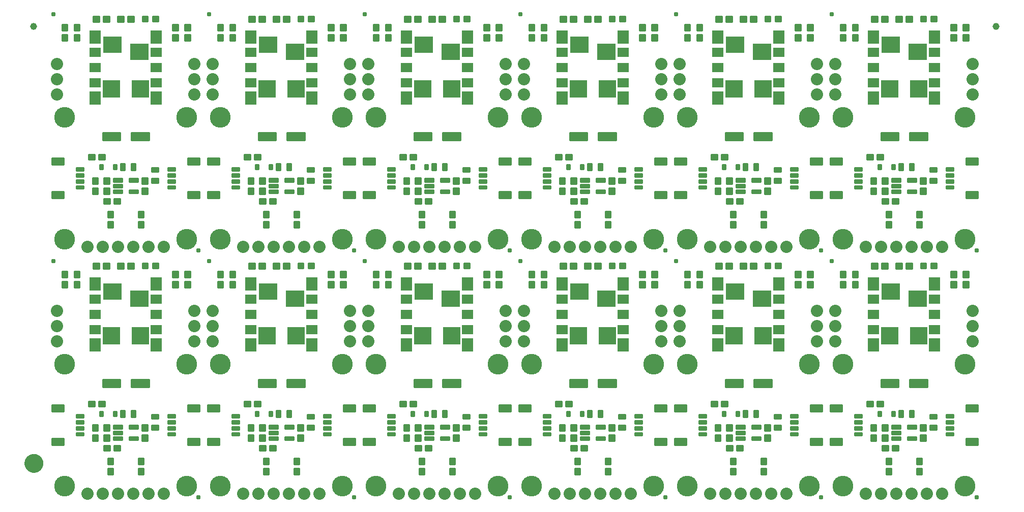
<source format=gts>
G04 EAGLE Gerber RS-274X export*
G75*
%MOMM*%
%FSLAX34Y34*%
%LPD*%
%INSoldermask Top*%
%IPPOS*%
%AMOC8*
5,1,8,0,0,1.08239X$1,22.5*%
G01*
%ADD10R,1.900000X2.200000*%
%ADD11R,1.900000X1.600000*%
%ADD12R,2.890000X3.000000*%
%ADD13R,3.050000X2.800000*%
%ADD14C,0.257147*%
%ADD15C,0.243431*%
%ADD16C,0.255816*%
%ADD17C,0.250078*%
%ADD18C,0.253525*%
%ADD19C,0.250366*%
%ADD20C,3.454400*%
%ADD21C,0.787400*%
%ADD22C,0.248381*%
%ADD23C,2.032000*%
%ADD24C,0.449434*%
%ADD25C,1.152400*%
%ADD26C,1.270000*%
%ADD27C,1.652400*%


D10*
X76500Y361950D03*
D11*
X76500Y336550D03*
X76500Y311150D03*
X76500Y285750D03*
D10*
X76500Y260350D03*
D12*
X102850Y275650D03*
D13*
X104550Y349250D03*
X149450Y337750D03*
D12*
X151150Y275650D03*
D10*
X177500Y361950D03*
D11*
X177500Y336550D03*
X177500Y311150D03*
X177500Y285750D03*
D10*
X177500Y260350D03*
D14*
X143287Y151527D02*
X136333Y151527D01*
X143287Y151527D02*
X143287Y140573D01*
X136333Y140573D01*
X136333Y151527D01*
X136333Y143015D02*
X143287Y143015D01*
X143287Y145457D02*
X136333Y145457D01*
X136333Y147899D02*
X143287Y147899D01*
X143287Y150341D02*
X136333Y150341D01*
X125287Y151527D02*
X118333Y151527D01*
X125287Y151527D02*
X125287Y140573D01*
X118333Y140573D01*
X118333Y151527D01*
X118333Y143015D02*
X125287Y143015D01*
X125287Y145457D02*
X118333Y145457D01*
X118333Y147899D02*
X125287Y147899D01*
X125287Y150341D02*
X118333Y150341D01*
D15*
X4505Y149455D02*
X4505Y160545D01*
X23595Y160545D01*
X23595Y149455D01*
X4505Y149455D01*
X4505Y151767D02*
X23595Y151767D01*
X23595Y154079D02*
X4505Y154079D01*
X4505Y156391D02*
X23595Y156391D01*
X23595Y158703D02*
X4505Y158703D01*
X4505Y104545D02*
X4505Y93455D01*
X4505Y104545D02*
X23595Y104545D01*
X23595Y93455D01*
X4505Y93455D01*
X4505Y95767D02*
X23595Y95767D01*
X23595Y98079D02*
X4505Y98079D01*
X4505Y100391D02*
X23595Y100391D01*
X23595Y102703D02*
X4505Y102703D01*
D16*
X44567Y139517D02*
X44567Y144483D01*
X57033Y144483D01*
X57033Y139517D01*
X44567Y139517D01*
X44567Y141947D02*
X57033Y141947D01*
X57033Y144377D02*
X44567Y144377D01*
X44567Y134483D02*
X44567Y129517D01*
X44567Y134483D02*
X57033Y134483D01*
X57033Y129517D01*
X44567Y129517D01*
X44567Y131947D02*
X57033Y131947D01*
X57033Y134377D02*
X44567Y134377D01*
X44567Y124483D02*
X44567Y119517D01*
X44567Y124483D02*
X57033Y124483D01*
X57033Y119517D01*
X44567Y119517D01*
X44567Y121947D02*
X57033Y121947D01*
X57033Y124377D02*
X44567Y124377D01*
X44567Y114483D02*
X44567Y109517D01*
X44567Y114483D02*
X57033Y114483D01*
X57033Y109517D01*
X44567Y109517D01*
X44567Y111947D02*
X57033Y111947D01*
X57033Y114377D02*
X44567Y114377D01*
D15*
X249495Y104545D02*
X249495Y93455D01*
X230405Y93455D01*
X230405Y104545D01*
X249495Y104545D01*
X249495Y95767D02*
X230405Y95767D01*
X230405Y98079D02*
X249495Y98079D01*
X249495Y100391D02*
X230405Y100391D01*
X230405Y102703D02*
X249495Y102703D01*
X249495Y149455D02*
X249495Y160545D01*
X249495Y149455D02*
X230405Y149455D01*
X230405Y160545D01*
X249495Y160545D01*
X249495Y151767D02*
X230405Y151767D01*
X230405Y154079D02*
X249495Y154079D01*
X249495Y156391D02*
X230405Y156391D01*
X230405Y158703D02*
X249495Y158703D01*
D16*
X209433Y114483D02*
X209433Y109517D01*
X196967Y109517D01*
X196967Y114483D01*
X209433Y114483D01*
X209433Y111947D02*
X196967Y111947D01*
X196967Y114377D02*
X209433Y114377D01*
X209433Y119517D02*
X209433Y124483D01*
X209433Y119517D02*
X196967Y119517D01*
X196967Y124483D01*
X209433Y124483D01*
X209433Y121947D02*
X196967Y121947D01*
X196967Y124377D02*
X209433Y124377D01*
X209433Y129517D02*
X209433Y134483D01*
X209433Y129517D02*
X196967Y129517D01*
X196967Y134483D01*
X209433Y134483D01*
X209433Y131947D02*
X196967Y131947D01*
X196967Y134377D02*
X209433Y134377D01*
X209433Y139517D02*
X209433Y144483D01*
X209433Y139517D02*
X196967Y139517D01*
X196967Y144483D01*
X209433Y144483D01*
X209433Y141947D02*
X196967Y141947D01*
X196967Y144377D02*
X209433Y144377D01*
D17*
X121023Y121143D02*
X106911Y121143D01*
X106911Y126457D01*
X121023Y126457D01*
X121023Y121143D01*
X121023Y123519D02*
X106911Y123519D01*
X106911Y125895D02*
X121023Y125895D01*
X121023Y111643D02*
X106911Y111643D01*
X106911Y116957D01*
X121023Y116957D01*
X121023Y111643D01*
X121023Y114019D02*
X106911Y114019D01*
X106911Y116395D02*
X121023Y116395D01*
X121023Y102143D02*
X106911Y102143D01*
X106911Y107457D01*
X121023Y107457D01*
X121023Y102143D01*
X121023Y104519D02*
X106911Y104519D01*
X106911Y106895D02*
X121023Y106895D01*
X132977Y102143D02*
X147089Y102143D01*
X132977Y102143D02*
X132977Y107457D01*
X147089Y107457D01*
X147089Y102143D01*
X147089Y104519D02*
X132977Y104519D01*
X132977Y106895D02*
X147089Y106895D01*
X147089Y121143D02*
X132977Y121143D01*
X132977Y126457D01*
X147089Y126457D01*
X147089Y121143D01*
X147089Y123519D02*
X132977Y123519D01*
X132977Y125895D02*
X147089Y125895D01*
D14*
X180737Y126557D02*
X180737Y119603D01*
X169783Y119603D01*
X169783Y126557D01*
X180737Y126557D01*
X180737Y122045D02*
X169783Y122045D01*
X169783Y124487D02*
X180737Y124487D01*
X180737Y137603D02*
X180737Y144557D01*
X180737Y137603D02*
X169783Y137603D01*
X169783Y144557D01*
X180737Y144557D01*
X180737Y140045D02*
X169783Y140045D01*
X169783Y142487D02*
X180737Y142487D01*
D18*
X91845Y167055D02*
X81855Y167055D01*
X91845Y167055D02*
X91845Y158065D01*
X81855Y158065D01*
X81855Y167055D01*
X81855Y160473D02*
X91845Y160473D01*
X91845Y162881D02*
X81855Y162881D01*
X81855Y165289D02*
X91845Y165289D01*
X74845Y167055D02*
X64855Y167055D01*
X74845Y167055D02*
X74845Y158065D01*
X64855Y158065D01*
X64855Y167055D01*
X64855Y160473D02*
X74845Y160473D01*
X74845Y162881D02*
X64855Y162881D01*
X64855Y165289D02*
X74845Y165289D01*
X90755Y127795D02*
X90755Y117805D01*
X90755Y127795D02*
X99745Y127795D01*
X99745Y117805D01*
X90755Y117805D01*
X90755Y120213D02*
X99745Y120213D01*
X99745Y122621D02*
X90755Y122621D01*
X90755Y125029D02*
X99745Y125029D01*
X99745Y127437D02*
X90755Y127437D01*
X90755Y110795D02*
X90755Y100805D01*
X90755Y110795D02*
X99745Y110795D01*
X99745Y100805D01*
X90755Y100805D01*
X90755Y103213D02*
X99745Y103213D01*
X99745Y105621D02*
X90755Y105621D01*
X90755Y108029D02*
X99745Y108029D01*
X99745Y110437D02*
X90755Y110437D01*
X80695Y110795D02*
X80695Y100805D01*
X71705Y100805D01*
X71705Y110795D01*
X80695Y110795D01*
X80695Y103213D02*
X71705Y103213D01*
X71705Y105621D02*
X80695Y105621D01*
X80695Y108029D02*
X71705Y108029D01*
X71705Y110437D02*
X80695Y110437D01*
X80695Y117805D02*
X80695Y127795D01*
X80695Y117805D02*
X71705Y117805D01*
X71705Y127795D01*
X80695Y127795D01*
X80695Y120213D02*
X71705Y120213D01*
X71705Y122621D02*
X80695Y122621D01*
X80695Y125029D02*
X71705Y125029D01*
X71705Y127437D02*
X80695Y127437D01*
X107391Y93395D02*
X117381Y93395D01*
X117381Y84405D01*
X107391Y84405D01*
X107391Y93395D01*
X107391Y86813D02*
X117381Y86813D01*
X117381Y89221D02*
X107391Y89221D01*
X107391Y91629D02*
X117381Y91629D01*
X100381Y93395D02*
X90391Y93395D01*
X100381Y93395D02*
X100381Y84405D01*
X90391Y84405D01*
X90391Y93395D01*
X90391Y86813D02*
X100381Y86813D01*
X100381Y89221D02*
X90391Y89221D01*
X90391Y91629D02*
X100381Y91629D01*
D19*
X88950Y142390D02*
X83630Y142390D01*
X83630Y149710D01*
X88950Y149710D01*
X88950Y142390D01*
X88950Y144769D02*
X83630Y144769D01*
X83630Y147148D02*
X88950Y147148D01*
X88950Y149527D02*
X83630Y149527D01*
X106630Y142390D02*
X111950Y142390D01*
X106630Y142390D02*
X106630Y149710D01*
X111950Y149710D01*
X111950Y142390D01*
X111950Y144769D02*
X106630Y144769D01*
X106630Y147148D02*
X111950Y147148D01*
X111950Y149527D02*
X106630Y149527D01*
D18*
X163245Y110795D02*
X163245Y100805D01*
X154255Y100805D01*
X154255Y110795D01*
X163245Y110795D01*
X163245Y103213D02*
X154255Y103213D01*
X154255Y105621D02*
X163245Y105621D01*
X163245Y108029D02*
X154255Y108029D01*
X154255Y110437D02*
X163245Y110437D01*
X163245Y117805D02*
X163245Y127795D01*
X163245Y117805D02*
X154255Y117805D01*
X154255Y127795D01*
X163245Y127795D01*
X163245Y120213D02*
X154255Y120213D01*
X154255Y122621D02*
X163245Y122621D01*
X163245Y125029D02*
X154255Y125029D01*
X154255Y127437D02*
X163245Y127437D01*
D20*
X25400Y25400D03*
X228600Y25400D03*
X25400Y228600D03*
X228600Y228600D03*
D21*
X6350Y400050D03*
X247650Y6350D03*
D22*
X117520Y203370D02*
X88480Y203370D01*
X117520Y203370D02*
X117520Y190330D01*
X88480Y190330D01*
X88480Y203370D01*
X88480Y192690D02*
X117520Y192690D01*
X117520Y195050D02*
X88480Y195050D01*
X88480Y197410D02*
X117520Y197410D01*
X117520Y199770D02*
X88480Y199770D01*
X88480Y202130D02*
X117520Y202130D01*
X136480Y203370D02*
X165520Y203370D01*
X165520Y190330D01*
X136480Y190330D01*
X136480Y203370D01*
X136480Y192690D02*
X165520Y192690D01*
X165520Y195050D02*
X136480Y195050D01*
X136480Y197410D02*
X165520Y197410D01*
X165520Y199770D02*
X136480Y199770D01*
X136480Y202130D02*
X165520Y202130D01*
D18*
X234365Y356075D02*
X234365Y366065D01*
X234365Y356075D02*
X225375Y356075D01*
X225375Y366065D01*
X234365Y366065D01*
X234365Y358483D02*
X225375Y358483D01*
X225375Y360891D02*
X234365Y360891D01*
X234365Y363299D02*
X225375Y363299D01*
X225375Y365707D02*
X234365Y365707D01*
X234365Y373075D02*
X234365Y383065D01*
X234365Y373075D02*
X225375Y373075D01*
X225375Y383065D01*
X234365Y383065D01*
X234365Y375483D02*
X225375Y375483D01*
X225375Y377891D02*
X234365Y377891D01*
X234365Y380299D02*
X225375Y380299D01*
X225375Y382707D02*
X234365Y382707D01*
X214045Y366065D02*
X214045Y356075D01*
X205055Y356075D01*
X205055Y366065D01*
X214045Y366065D01*
X214045Y358483D02*
X205055Y358483D01*
X205055Y360891D02*
X214045Y360891D01*
X214045Y363299D02*
X205055Y363299D01*
X205055Y365707D02*
X214045Y365707D01*
X214045Y373075D02*
X214045Y383065D01*
X214045Y373075D02*
X205055Y373075D01*
X205055Y383065D01*
X214045Y383065D01*
X214045Y375483D02*
X205055Y375483D01*
X205055Y377891D02*
X214045Y377891D01*
X214045Y380299D02*
X205055Y380299D01*
X205055Y382707D02*
X214045Y382707D01*
X50215Y366065D02*
X50215Y356075D01*
X41225Y356075D01*
X41225Y366065D01*
X50215Y366065D01*
X50215Y358483D02*
X41225Y358483D01*
X41225Y360891D02*
X50215Y360891D01*
X50215Y363299D02*
X41225Y363299D01*
X41225Y365707D02*
X50215Y365707D01*
X50215Y373075D02*
X50215Y383065D01*
X50215Y373075D02*
X41225Y373075D01*
X41225Y383065D01*
X50215Y383065D01*
X50215Y375483D02*
X41225Y375483D01*
X41225Y377891D02*
X50215Y377891D01*
X50215Y380299D02*
X41225Y380299D01*
X41225Y382707D02*
X50215Y382707D01*
X29895Y366065D02*
X29895Y356075D01*
X20905Y356075D01*
X20905Y366065D01*
X29895Y366065D01*
X29895Y358483D02*
X20905Y358483D01*
X20905Y360891D02*
X29895Y360891D01*
X29895Y363299D02*
X20905Y363299D01*
X20905Y365707D02*
X29895Y365707D01*
X29895Y373075D02*
X29895Y383065D01*
X29895Y373075D02*
X20905Y373075D01*
X20905Y383065D01*
X29895Y383065D01*
X29895Y375483D02*
X20905Y375483D01*
X20905Y377891D02*
X29895Y377891D01*
X29895Y380299D02*
X20905Y380299D01*
X20905Y382707D02*
X29895Y382707D01*
X156895Y54915D02*
X156895Y44925D01*
X147905Y44925D01*
X147905Y54915D01*
X156895Y54915D01*
X156895Y47333D02*
X147905Y47333D01*
X147905Y49741D02*
X156895Y49741D01*
X156895Y52149D02*
X147905Y52149D01*
X147905Y54557D02*
X156895Y54557D01*
X156895Y61925D02*
X156895Y71915D01*
X156895Y61925D02*
X147905Y61925D01*
X147905Y71915D01*
X156895Y71915D01*
X156895Y64333D02*
X147905Y64333D01*
X147905Y66741D02*
X156895Y66741D01*
X156895Y69149D02*
X147905Y69149D01*
X147905Y71557D02*
X156895Y71557D01*
X106095Y54915D02*
X106095Y44925D01*
X97105Y44925D01*
X97105Y54915D01*
X106095Y54915D01*
X106095Y47333D02*
X97105Y47333D01*
X97105Y49741D02*
X106095Y49741D01*
X106095Y52149D02*
X97105Y52149D01*
X97105Y54557D02*
X106095Y54557D01*
X106095Y61925D02*
X106095Y71915D01*
X106095Y61925D02*
X97105Y61925D01*
X97105Y71915D01*
X106095Y71915D01*
X106095Y64333D02*
X97105Y64333D01*
X97105Y66741D02*
X106095Y66741D01*
X106095Y69149D02*
X97105Y69149D01*
X97105Y71557D02*
X106095Y71557D01*
D23*
X190500Y12700D03*
X165100Y12700D03*
X139700Y12700D03*
X114300Y12700D03*
X88900Y12700D03*
X63500Y12700D03*
X12700Y317500D03*
X12700Y292100D03*
X12700Y266700D03*
X241300Y317500D03*
X241300Y292100D03*
X241300Y266700D03*
D18*
X140495Y396925D02*
X130505Y396925D01*
X140495Y396925D02*
X140495Y387935D01*
X130505Y387935D01*
X130505Y396925D01*
X130505Y390343D02*
X140495Y390343D01*
X140495Y392751D02*
X130505Y392751D01*
X130505Y395159D02*
X140495Y395159D01*
X123495Y396925D02*
X113505Y396925D01*
X123495Y396925D02*
X123495Y387935D01*
X113505Y387935D01*
X113505Y396925D01*
X113505Y390343D02*
X123495Y390343D01*
X123495Y392751D02*
X113505Y392751D01*
X113505Y395159D02*
X123495Y395159D01*
D24*
X172895Y395945D02*
X172895Y388915D01*
X172895Y395945D02*
X179925Y395945D01*
X179925Y388915D01*
X172895Y388915D01*
X172895Y393184D02*
X179925Y393184D01*
X155355Y395945D02*
X155355Y388915D01*
X155355Y395945D02*
X162385Y395945D01*
X162385Y388915D01*
X155355Y388915D01*
X155355Y393184D02*
X162385Y393184D01*
D18*
X99855Y396925D02*
X89865Y396925D01*
X99855Y396925D02*
X99855Y387935D01*
X89865Y387935D01*
X89865Y396925D01*
X89865Y390343D02*
X99855Y390343D01*
X99855Y392751D02*
X89865Y392751D01*
X89865Y395159D02*
X99855Y395159D01*
X82855Y396925D02*
X72865Y396925D01*
X82855Y396925D02*
X82855Y387935D01*
X72865Y387935D01*
X72865Y396925D01*
X72865Y390343D02*
X82855Y390343D01*
X82855Y392751D02*
X72865Y392751D01*
X72865Y395159D02*
X82855Y395159D01*
D10*
X335580Y361950D03*
D11*
X335580Y336550D03*
X335580Y311150D03*
X335580Y285750D03*
D10*
X335580Y260350D03*
D12*
X361930Y275650D03*
D13*
X363630Y349250D03*
X408530Y337750D03*
D12*
X410230Y275650D03*
D10*
X436580Y361950D03*
D11*
X436580Y336550D03*
X436580Y311150D03*
X436580Y285750D03*
D10*
X436580Y260350D03*
D14*
X402367Y151527D02*
X395413Y151527D01*
X402367Y151527D02*
X402367Y140573D01*
X395413Y140573D01*
X395413Y151527D01*
X395413Y143015D02*
X402367Y143015D01*
X402367Y145457D02*
X395413Y145457D01*
X395413Y147899D02*
X402367Y147899D01*
X402367Y150341D02*
X395413Y150341D01*
X384367Y151527D02*
X377413Y151527D01*
X384367Y151527D02*
X384367Y140573D01*
X377413Y140573D01*
X377413Y151527D01*
X377413Y143015D02*
X384367Y143015D01*
X384367Y145457D02*
X377413Y145457D01*
X377413Y147899D02*
X384367Y147899D01*
X384367Y150341D02*
X377413Y150341D01*
D15*
X263585Y149455D02*
X263585Y160545D01*
X282675Y160545D01*
X282675Y149455D01*
X263585Y149455D01*
X263585Y151767D02*
X282675Y151767D01*
X282675Y154079D02*
X263585Y154079D01*
X263585Y156391D02*
X282675Y156391D01*
X282675Y158703D02*
X263585Y158703D01*
X263585Y104545D02*
X263585Y93455D01*
X263585Y104545D02*
X282675Y104545D01*
X282675Y93455D01*
X263585Y93455D01*
X263585Y95767D02*
X282675Y95767D01*
X282675Y98079D02*
X263585Y98079D01*
X263585Y100391D02*
X282675Y100391D01*
X282675Y102703D02*
X263585Y102703D01*
D16*
X303647Y139517D02*
X303647Y144483D01*
X316113Y144483D01*
X316113Y139517D01*
X303647Y139517D01*
X303647Y141947D02*
X316113Y141947D01*
X316113Y144377D02*
X303647Y144377D01*
X303647Y134483D02*
X303647Y129517D01*
X303647Y134483D02*
X316113Y134483D01*
X316113Y129517D01*
X303647Y129517D01*
X303647Y131947D02*
X316113Y131947D01*
X316113Y134377D02*
X303647Y134377D01*
X303647Y124483D02*
X303647Y119517D01*
X303647Y124483D02*
X316113Y124483D01*
X316113Y119517D01*
X303647Y119517D01*
X303647Y121947D02*
X316113Y121947D01*
X316113Y124377D02*
X303647Y124377D01*
X303647Y114483D02*
X303647Y109517D01*
X303647Y114483D02*
X316113Y114483D01*
X316113Y109517D01*
X303647Y109517D01*
X303647Y111947D02*
X316113Y111947D01*
X316113Y114377D02*
X303647Y114377D01*
D15*
X508575Y104545D02*
X508575Y93455D01*
X489485Y93455D01*
X489485Y104545D01*
X508575Y104545D01*
X508575Y95767D02*
X489485Y95767D01*
X489485Y98079D02*
X508575Y98079D01*
X508575Y100391D02*
X489485Y100391D01*
X489485Y102703D02*
X508575Y102703D01*
X508575Y149455D02*
X508575Y160545D01*
X508575Y149455D02*
X489485Y149455D01*
X489485Y160545D01*
X508575Y160545D01*
X508575Y151767D02*
X489485Y151767D01*
X489485Y154079D02*
X508575Y154079D01*
X508575Y156391D02*
X489485Y156391D01*
X489485Y158703D02*
X508575Y158703D01*
D16*
X468513Y114483D02*
X468513Y109517D01*
X456047Y109517D01*
X456047Y114483D01*
X468513Y114483D01*
X468513Y111947D02*
X456047Y111947D01*
X456047Y114377D02*
X468513Y114377D01*
X468513Y119517D02*
X468513Y124483D01*
X468513Y119517D02*
X456047Y119517D01*
X456047Y124483D01*
X468513Y124483D01*
X468513Y121947D02*
X456047Y121947D01*
X456047Y124377D02*
X468513Y124377D01*
X468513Y129517D02*
X468513Y134483D01*
X468513Y129517D02*
X456047Y129517D01*
X456047Y134483D01*
X468513Y134483D01*
X468513Y131947D02*
X456047Y131947D01*
X456047Y134377D02*
X468513Y134377D01*
X468513Y139517D02*
X468513Y144483D01*
X468513Y139517D02*
X456047Y139517D01*
X456047Y144483D01*
X468513Y144483D01*
X468513Y141947D02*
X456047Y141947D01*
X456047Y144377D02*
X468513Y144377D01*
D17*
X380103Y121143D02*
X365991Y121143D01*
X365991Y126457D01*
X380103Y126457D01*
X380103Y121143D01*
X380103Y123519D02*
X365991Y123519D01*
X365991Y125895D02*
X380103Y125895D01*
X380103Y111643D02*
X365991Y111643D01*
X365991Y116957D01*
X380103Y116957D01*
X380103Y111643D01*
X380103Y114019D02*
X365991Y114019D01*
X365991Y116395D02*
X380103Y116395D01*
X380103Y102143D02*
X365991Y102143D01*
X365991Y107457D01*
X380103Y107457D01*
X380103Y102143D01*
X380103Y104519D02*
X365991Y104519D01*
X365991Y106895D02*
X380103Y106895D01*
X392057Y102143D02*
X406169Y102143D01*
X392057Y102143D02*
X392057Y107457D01*
X406169Y107457D01*
X406169Y102143D01*
X406169Y104519D02*
X392057Y104519D01*
X392057Y106895D02*
X406169Y106895D01*
X406169Y121143D02*
X392057Y121143D01*
X392057Y126457D01*
X406169Y126457D01*
X406169Y121143D01*
X406169Y123519D02*
X392057Y123519D01*
X392057Y125895D02*
X406169Y125895D01*
D14*
X439817Y126557D02*
X439817Y119603D01*
X428863Y119603D01*
X428863Y126557D01*
X439817Y126557D01*
X439817Y122045D02*
X428863Y122045D01*
X428863Y124487D02*
X439817Y124487D01*
X439817Y137603D02*
X439817Y144557D01*
X439817Y137603D02*
X428863Y137603D01*
X428863Y144557D01*
X439817Y144557D01*
X439817Y140045D02*
X428863Y140045D01*
X428863Y142487D02*
X439817Y142487D01*
D18*
X350925Y167055D02*
X340935Y167055D01*
X350925Y167055D02*
X350925Y158065D01*
X340935Y158065D01*
X340935Y167055D01*
X340935Y160473D02*
X350925Y160473D01*
X350925Y162881D02*
X340935Y162881D01*
X340935Y165289D02*
X350925Y165289D01*
X333925Y167055D02*
X323935Y167055D01*
X333925Y167055D02*
X333925Y158065D01*
X323935Y158065D01*
X323935Y167055D01*
X323935Y160473D02*
X333925Y160473D01*
X333925Y162881D02*
X323935Y162881D01*
X323935Y165289D02*
X333925Y165289D01*
X349835Y127795D02*
X349835Y117805D01*
X349835Y127795D02*
X358825Y127795D01*
X358825Y117805D01*
X349835Y117805D01*
X349835Y120213D02*
X358825Y120213D01*
X358825Y122621D02*
X349835Y122621D01*
X349835Y125029D02*
X358825Y125029D01*
X358825Y127437D02*
X349835Y127437D01*
X349835Y110795D02*
X349835Y100805D01*
X349835Y110795D02*
X358825Y110795D01*
X358825Y100805D01*
X349835Y100805D01*
X349835Y103213D02*
X358825Y103213D01*
X358825Y105621D02*
X349835Y105621D01*
X349835Y108029D02*
X358825Y108029D01*
X358825Y110437D02*
X349835Y110437D01*
X339775Y110795D02*
X339775Y100805D01*
X330785Y100805D01*
X330785Y110795D01*
X339775Y110795D01*
X339775Y103213D02*
X330785Y103213D01*
X330785Y105621D02*
X339775Y105621D01*
X339775Y108029D02*
X330785Y108029D01*
X330785Y110437D02*
X339775Y110437D01*
X339775Y117805D02*
X339775Y127795D01*
X339775Y117805D02*
X330785Y117805D01*
X330785Y127795D01*
X339775Y127795D01*
X339775Y120213D02*
X330785Y120213D01*
X330785Y122621D02*
X339775Y122621D01*
X339775Y125029D02*
X330785Y125029D01*
X330785Y127437D02*
X339775Y127437D01*
X366471Y93395D02*
X376461Y93395D01*
X376461Y84405D01*
X366471Y84405D01*
X366471Y93395D01*
X366471Y86813D02*
X376461Y86813D01*
X376461Y89221D02*
X366471Y89221D01*
X366471Y91629D02*
X376461Y91629D01*
X359461Y93395D02*
X349471Y93395D01*
X359461Y93395D02*
X359461Y84405D01*
X349471Y84405D01*
X349471Y93395D01*
X349471Y86813D02*
X359461Y86813D01*
X359461Y89221D02*
X349471Y89221D01*
X349471Y91629D02*
X359461Y91629D01*
D19*
X348030Y142390D02*
X342710Y142390D01*
X342710Y149710D01*
X348030Y149710D01*
X348030Y142390D01*
X348030Y144769D02*
X342710Y144769D01*
X342710Y147148D02*
X348030Y147148D01*
X348030Y149527D02*
X342710Y149527D01*
X365710Y142390D02*
X371030Y142390D01*
X365710Y142390D02*
X365710Y149710D01*
X371030Y149710D01*
X371030Y142390D01*
X371030Y144769D02*
X365710Y144769D01*
X365710Y147148D02*
X371030Y147148D01*
X371030Y149527D02*
X365710Y149527D01*
D18*
X422325Y110795D02*
X422325Y100805D01*
X413335Y100805D01*
X413335Y110795D01*
X422325Y110795D01*
X422325Y103213D02*
X413335Y103213D01*
X413335Y105621D02*
X422325Y105621D01*
X422325Y108029D02*
X413335Y108029D01*
X413335Y110437D02*
X422325Y110437D01*
X422325Y117805D02*
X422325Y127795D01*
X422325Y117805D02*
X413335Y117805D01*
X413335Y127795D01*
X422325Y127795D01*
X422325Y120213D02*
X413335Y120213D01*
X413335Y122621D02*
X422325Y122621D01*
X422325Y125029D02*
X413335Y125029D01*
X413335Y127437D02*
X422325Y127437D01*
D20*
X284480Y25400D03*
X487680Y25400D03*
X284480Y228600D03*
X487680Y228600D03*
D21*
X265430Y400050D03*
X506730Y6350D03*
D22*
X376600Y203370D02*
X347560Y203370D01*
X376600Y203370D02*
X376600Y190330D01*
X347560Y190330D01*
X347560Y203370D01*
X347560Y192690D02*
X376600Y192690D01*
X376600Y195050D02*
X347560Y195050D01*
X347560Y197410D02*
X376600Y197410D01*
X376600Y199770D02*
X347560Y199770D01*
X347560Y202130D02*
X376600Y202130D01*
X395560Y203370D02*
X424600Y203370D01*
X424600Y190330D01*
X395560Y190330D01*
X395560Y203370D01*
X395560Y192690D02*
X424600Y192690D01*
X424600Y195050D02*
X395560Y195050D01*
X395560Y197410D02*
X424600Y197410D01*
X424600Y199770D02*
X395560Y199770D01*
X395560Y202130D02*
X424600Y202130D01*
D18*
X493445Y356075D02*
X493445Y366065D01*
X493445Y356075D02*
X484455Y356075D01*
X484455Y366065D01*
X493445Y366065D01*
X493445Y358483D02*
X484455Y358483D01*
X484455Y360891D02*
X493445Y360891D01*
X493445Y363299D02*
X484455Y363299D01*
X484455Y365707D02*
X493445Y365707D01*
X493445Y373075D02*
X493445Y383065D01*
X493445Y373075D02*
X484455Y373075D01*
X484455Y383065D01*
X493445Y383065D01*
X493445Y375483D02*
X484455Y375483D01*
X484455Y377891D02*
X493445Y377891D01*
X493445Y380299D02*
X484455Y380299D01*
X484455Y382707D02*
X493445Y382707D01*
X473125Y366065D02*
X473125Y356075D01*
X464135Y356075D01*
X464135Y366065D01*
X473125Y366065D01*
X473125Y358483D02*
X464135Y358483D01*
X464135Y360891D02*
X473125Y360891D01*
X473125Y363299D02*
X464135Y363299D01*
X464135Y365707D02*
X473125Y365707D01*
X473125Y373075D02*
X473125Y383065D01*
X473125Y373075D02*
X464135Y373075D01*
X464135Y383065D01*
X473125Y383065D01*
X473125Y375483D02*
X464135Y375483D01*
X464135Y377891D02*
X473125Y377891D01*
X473125Y380299D02*
X464135Y380299D01*
X464135Y382707D02*
X473125Y382707D01*
X309295Y366065D02*
X309295Y356075D01*
X300305Y356075D01*
X300305Y366065D01*
X309295Y366065D01*
X309295Y358483D02*
X300305Y358483D01*
X300305Y360891D02*
X309295Y360891D01*
X309295Y363299D02*
X300305Y363299D01*
X300305Y365707D02*
X309295Y365707D01*
X309295Y373075D02*
X309295Y383065D01*
X309295Y373075D02*
X300305Y373075D01*
X300305Y383065D01*
X309295Y383065D01*
X309295Y375483D02*
X300305Y375483D01*
X300305Y377891D02*
X309295Y377891D01*
X309295Y380299D02*
X300305Y380299D01*
X300305Y382707D02*
X309295Y382707D01*
X288975Y366065D02*
X288975Y356075D01*
X279985Y356075D01*
X279985Y366065D01*
X288975Y366065D01*
X288975Y358483D02*
X279985Y358483D01*
X279985Y360891D02*
X288975Y360891D01*
X288975Y363299D02*
X279985Y363299D01*
X279985Y365707D02*
X288975Y365707D01*
X288975Y373075D02*
X288975Y383065D01*
X288975Y373075D02*
X279985Y373075D01*
X279985Y383065D01*
X288975Y383065D01*
X288975Y375483D02*
X279985Y375483D01*
X279985Y377891D02*
X288975Y377891D01*
X288975Y380299D02*
X279985Y380299D01*
X279985Y382707D02*
X288975Y382707D01*
X415975Y54915D02*
X415975Y44925D01*
X406985Y44925D01*
X406985Y54915D01*
X415975Y54915D01*
X415975Y47333D02*
X406985Y47333D01*
X406985Y49741D02*
X415975Y49741D01*
X415975Y52149D02*
X406985Y52149D01*
X406985Y54557D02*
X415975Y54557D01*
X415975Y61925D02*
X415975Y71915D01*
X415975Y61925D02*
X406985Y61925D01*
X406985Y71915D01*
X415975Y71915D01*
X415975Y64333D02*
X406985Y64333D01*
X406985Y66741D02*
X415975Y66741D01*
X415975Y69149D02*
X406985Y69149D01*
X406985Y71557D02*
X415975Y71557D01*
X365175Y54915D02*
X365175Y44925D01*
X356185Y44925D01*
X356185Y54915D01*
X365175Y54915D01*
X365175Y47333D02*
X356185Y47333D01*
X356185Y49741D02*
X365175Y49741D01*
X365175Y52149D02*
X356185Y52149D01*
X356185Y54557D02*
X365175Y54557D01*
X365175Y61925D02*
X365175Y71915D01*
X365175Y61925D02*
X356185Y61925D01*
X356185Y71915D01*
X365175Y71915D01*
X365175Y64333D02*
X356185Y64333D01*
X356185Y66741D02*
X365175Y66741D01*
X365175Y69149D02*
X356185Y69149D01*
X356185Y71557D02*
X365175Y71557D01*
D23*
X449580Y12700D03*
X424180Y12700D03*
X398780Y12700D03*
X373380Y12700D03*
X347980Y12700D03*
X322580Y12700D03*
X271780Y317500D03*
X271780Y292100D03*
X271780Y266700D03*
X500380Y317500D03*
X500380Y292100D03*
X500380Y266700D03*
D18*
X399575Y396925D02*
X389585Y396925D01*
X399575Y396925D02*
X399575Y387935D01*
X389585Y387935D01*
X389585Y396925D01*
X389585Y390343D02*
X399575Y390343D01*
X399575Y392751D02*
X389585Y392751D01*
X389585Y395159D02*
X399575Y395159D01*
X382575Y396925D02*
X372585Y396925D01*
X382575Y396925D02*
X382575Y387935D01*
X372585Y387935D01*
X372585Y396925D01*
X372585Y390343D02*
X382575Y390343D01*
X382575Y392751D02*
X372585Y392751D01*
X372585Y395159D02*
X382575Y395159D01*
D24*
X431975Y395945D02*
X431975Y388915D01*
X431975Y395945D02*
X439005Y395945D01*
X439005Y388915D01*
X431975Y388915D01*
X431975Y393184D02*
X439005Y393184D01*
X414435Y395945D02*
X414435Y388915D01*
X414435Y395945D02*
X421465Y395945D01*
X421465Y388915D01*
X414435Y388915D01*
X414435Y393184D02*
X421465Y393184D01*
D18*
X358935Y396925D02*
X348945Y396925D01*
X358935Y396925D02*
X358935Y387935D01*
X348945Y387935D01*
X348945Y396925D01*
X348945Y390343D02*
X358935Y390343D01*
X358935Y392751D02*
X348945Y392751D01*
X348945Y395159D02*
X358935Y395159D01*
X341935Y396925D02*
X331945Y396925D01*
X341935Y396925D02*
X341935Y387935D01*
X331945Y387935D01*
X331945Y396925D01*
X331945Y390343D02*
X341935Y390343D01*
X341935Y392751D02*
X331945Y392751D01*
X331945Y395159D02*
X341935Y395159D01*
D10*
X594660Y361950D03*
D11*
X594660Y336550D03*
X594660Y311150D03*
X594660Y285750D03*
D10*
X594660Y260350D03*
D12*
X621010Y275650D03*
D13*
X622710Y349250D03*
X667610Y337750D03*
D12*
X669310Y275650D03*
D10*
X695660Y361950D03*
D11*
X695660Y336550D03*
X695660Y311150D03*
X695660Y285750D03*
D10*
X695660Y260350D03*
D14*
X661447Y151527D02*
X654493Y151527D01*
X661447Y151527D02*
X661447Y140573D01*
X654493Y140573D01*
X654493Y151527D01*
X654493Y143015D02*
X661447Y143015D01*
X661447Y145457D02*
X654493Y145457D01*
X654493Y147899D02*
X661447Y147899D01*
X661447Y150341D02*
X654493Y150341D01*
X643447Y151527D02*
X636493Y151527D01*
X643447Y151527D02*
X643447Y140573D01*
X636493Y140573D01*
X636493Y151527D01*
X636493Y143015D02*
X643447Y143015D01*
X643447Y145457D02*
X636493Y145457D01*
X636493Y147899D02*
X643447Y147899D01*
X643447Y150341D02*
X636493Y150341D01*
D15*
X522665Y149455D02*
X522665Y160545D01*
X541755Y160545D01*
X541755Y149455D01*
X522665Y149455D01*
X522665Y151767D02*
X541755Y151767D01*
X541755Y154079D02*
X522665Y154079D01*
X522665Y156391D02*
X541755Y156391D01*
X541755Y158703D02*
X522665Y158703D01*
X522665Y104545D02*
X522665Y93455D01*
X522665Y104545D02*
X541755Y104545D01*
X541755Y93455D01*
X522665Y93455D01*
X522665Y95767D02*
X541755Y95767D01*
X541755Y98079D02*
X522665Y98079D01*
X522665Y100391D02*
X541755Y100391D01*
X541755Y102703D02*
X522665Y102703D01*
D16*
X562727Y139517D02*
X562727Y144483D01*
X575193Y144483D01*
X575193Y139517D01*
X562727Y139517D01*
X562727Y141947D02*
X575193Y141947D01*
X575193Y144377D02*
X562727Y144377D01*
X562727Y134483D02*
X562727Y129517D01*
X562727Y134483D02*
X575193Y134483D01*
X575193Y129517D01*
X562727Y129517D01*
X562727Y131947D02*
X575193Y131947D01*
X575193Y134377D02*
X562727Y134377D01*
X562727Y124483D02*
X562727Y119517D01*
X562727Y124483D02*
X575193Y124483D01*
X575193Y119517D01*
X562727Y119517D01*
X562727Y121947D02*
X575193Y121947D01*
X575193Y124377D02*
X562727Y124377D01*
X562727Y114483D02*
X562727Y109517D01*
X562727Y114483D02*
X575193Y114483D01*
X575193Y109517D01*
X562727Y109517D01*
X562727Y111947D02*
X575193Y111947D01*
X575193Y114377D02*
X562727Y114377D01*
D15*
X767655Y104545D02*
X767655Y93455D01*
X748565Y93455D01*
X748565Y104545D01*
X767655Y104545D01*
X767655Y95767D02*
X748565Y95767D01*
X748565Y98079D02*
X767655Y98079D01*
X767655Y100391D02*
X748565Y100391D01*
X748565Y102703D02*
X767655Y102703D01*
X767655Y149455D02*
X767655Y160545D01*
X767655Y149455D02*
X748565Y149455D01*
X748565Y160545D01*
X767655Y160545D01*
X767655Y151767D02*
X748565Y151767D01*
X748565Y154079D02*
X767655Y154079D01*
X767655Y156391D02*
X748565Y156391D01*
X748565Y158703D02*
X767655Y158703D01*
D16*
X727593Y114483D02*
X727593Y109517D01*
X715127Y109517D01*
X715127Y114483D01*
X727593Y114483D01*
X727593Y111947D02*
X715127Y111947D01*
X715127Y114377D02*
X727593Y114377D01*
X727593Y119517D02*
X727593Y124483D01*
X727593Y119517D02*
X715127Y119517D01*
X715127Y124483D01*
X727593Y124483D01*
X727593Y121947D02*
X715127Y121947D01*
X715127Y124377D02*
X727593Y124377D01*
X727593Y129517D02*
X727593Y134483D01*
X727593Y129517D02*
X715127Y129517D01*
X715127Y134483D01*
X727593Y134483D01*
X727593Y131947D02*
X715127Y131947D01*
X715127Y134377D02*
X727593Y134377D01*
X727593Y139517D02*
X727593Y144483D01*
X727593Y139517D02*
X715127Y139517D01*
X715127Y144483D01*
X727593Y144483D01*
X727593Y141947D02*
X715127Y141947D01*
X715127Y144377D02*
X727593Y144377D01*
D17*
X639183Y121143D02*
X625071Y121143D01*
X625071Y126457D01*
X639183Y126457D01*
X639183Y121143D01*
X639183Y123519D02*
X625071Y123519D01*
X625071Y125895D02*
X639183Y125895D01*
X639183Y111643D02*
X625071Y111643D01*
X625071Y116957D01*
X639183Y116957D01*
X639183Y111643D01*
X639183Y114019D02*
X625071Y114019D01*
X625071Y116395D02*
X639183Y116395D01*
X639183Y102143D02*
X625071Y102143D01*
X625071Y107457D01*
X639183Y107457D01*
X639183Y102143D01*
X639183Y104519D02*
X625071Y104519D01*
X625071Y106895D02*
X639183Y106895D01*
X651137Y102143D02*
X665249Y102143D01*
X651137Y102143D02*
X651137Y107457D01*
X665249Y107457D01*
X665249Y102143D01*
X665249Y104519D02*
X651137Y104519D01*
X651137Y106895D02*
X665249Y106895D01*
X665249Y121143D02*
X651137Y121143D01*
X651137Y126457D01*
X665249Y126457D01*
X665249Y121143D01*
X665249Y123519D02*
X651137Y123519D01*
X651137Y125895D02*
X665249Y125895D01*
D14*
X698897Y126557D02*
X698897Y119603D01*
X687943Y119603D01*
X687943Y126557D01*
X698897Y126557D01*
X698897Y122045D02*
X687943Y122045D01*
X687943Y124487D02*
X698897Y124487D01*
X698897Y137603D02*
X698897Y144557D01*
X698897Y137603D02*
X687943Y137603D01*
X687943Y144557D01*
X698897Y144557D01*
X698897Y140045D02*
X687943Y140045D01*
X687943Y142487D02*
X698897Y142487D01*
D18*
X610005Y167055D02*
X600015Y167055D01*
X610005Y167055D02*
X610005Y158065D01*
X600015Y158065D01*
X600015Y167055D01*
X600015Y160473D02*
X610005Y160473D01*
X610005Y162881D02*
X600015Y162881D01*
X600015Y165289D02*
X610005Y165289D01*
X593005Y167055D02*
X583015Y167055D01*
X593005Y167055D02*
X593005Y158065D01*
X583015Y158065D01*
X583015Y167055D01*
X583015Y160473D02*
X593005Y160473D01*
X593005Y162881D02*
X583015Y162881D01*
X583015Y165289D02*
X593005Y165289D01*
X608915Y127795D02*
X608915Y117805D01*
X608915Y127795D02*
X617905Y127795D01*
X617905Y117805D01*
X608915Y117805D01*
X608915Y120213D02*
X617905Y120213D01*
X617905Y122621D02*
X608915Y122621D01*
X608915Y125029D02*
X617905Y125029D01*
X617905Y127437D02*
X608915Y127437D01*
X608915Y110795D02*
X608915Y100805D01*
X608915Y110795D02*
X617905Y110795D01*
X617905Y100805D01*
X608915Y100805D01*
X608915Y103213D02*
X617905Y103213D01*
X617905Y105621D02*
X608915Y105621D01*
X608915Y108029D02*
X617905Y108029D01*
X617905Y110437D02*
X608915Y110437D01*
X598855Y110795D02*
X598855Y100805D01*
X589865Y100805D01*
X589865Y110795D01*
X598855Y110795D01*
X598855Y103213D02*
X589865Y103213D01*
X589865Y105621D02*
X598855Y105621D01*
X598855Y108029D02*
X589865Y108029D01*
X589865Y110437D02*
X598855Y110437D01*
X598855Y117805D02*
X598855Y127795D01*
X598855Y117805D02*
X589865Y117805D01*
X589865Y127795D01*
X598855Y127795D01*
X598855Y120213D02*
X589865Y120213D01*
X589865Y122621D02*
X598855Y122621D01*
X598855Y125029D02*
X589865Y125029D01*
X589865Y127437D02*
X598855Y127437D01*
X625551Y93395D02*
X635541Y93395D01*
X635541Y84405D01*
X625551Y84405D01*
X625551Y93395D01*
X625551Y86813D02*
X635541Y86813D01*
X635541Y89221D02*
X625551Y89221D01*
X625551Y91629D02*
X635541Y91629D01*
X618541Y93395D02*
X608551Y93395D01*
X618541Y93395D02*
X618541Y84405D01*
X608551Y84405D01*
X608551Y93395D01*
X608551Y86813D02*
X618541Y86813D01*
X618541Y89221D02*
X608551Y89221D01*
X608551Y91629D02*
X618541Y91629D01*
D19*
X607110Y142390D02*
X601790Y142390D01*
X601790Y149710D01*
X607110Y149710D01*
X607110Y142390D01*
X607110Y144769D02*
X601790Y144769D01*
X601790Y147148D02*
X607110Y147148D01*
X607110Y149527D02*
X601790Y149527D01*
X624790Y142390D02*
X630110Y142390D01*
X624790Y142390D02*
X624790Y149710D01*
X630110Y149710D01*
X630110Y142390D01*
X630110Y144769D02*
X624790Y144769D01*
X624790Y147148D02*
X630110Y147148D01*
X630110Y149527D02*
X624790Y149527D01*
D18*
X681405Y110795D02*
X681405Y100805D01*
X672415Y100805D01*
X672415Y110795D01*
X681405Y110795D01*
X681405Y103213D02*
X672415Y103213D01*
X672415Y105621D02*
X681405Y105621D01*
X681405Y108029D02*
X672415Y108029D01*
X672415Y110437D02*
X681405Y110437D01*
X681405Y117805D02*
X681405Y127795D01*
X681405Y117805D02*
X672415Y117805D01*
X672415Y127795D01*
X681405Y127795D01*
X681405Y120213D02*
X672415Y120213D01*
X672415Y122621D02*
X681405Y122621D01*
X681405Y125029D02*
X672415Y125029D01*
X672415Y127437D02*
X681405Y127437D01*
D20*
X543560Y25400D03*
X746760Y25400D03*
X543560Y228600D03*
X746760Y228600D03*
D21*
X524510Y400050D03*
X765810Y6350D03*
D22*
X635680Y203370D02*
X606640Y203370D01*
X635680Y203370D02*
X635680Y190330D01*
X606640Y190330D01*
X606640Y203370D01*
X606640Y192690D02*
X635680Y192690D01*
X635680Y195050D02*
X606640Y195050D01*
X606640Y197410D02*
X635680Y197410D01*
X635680Y199770D02*
X606640Y199770D01*
X606640Y202130D02*
X635680Y202130D01*
X654640Y203370D02*
X683680Y203370D01*
X683680Y190330D01*
X654640Y190330D01*
X654640Y203370D01*
X654640Y192690D02*
X683680Y192690D01*
X683680Y195050D02*
X654640Y195050D01*
X654640Y197410D02*
X683680Y197410D01*
X683680Y199770D02*
X654640Y199770D01*
X654640Y202130D02*
X683680Y202130D01*
D18*
X752525Y356075D02*
X752525Y366065D01*
X752525Y356075D02*
X743535Y356075D01*
X743535Y366065D01*
X752525Y366065D01*
X752525Y358483D02*
X743535Y358483D01*
X743535Y360891D02*
X752525Y360891D01*
X752525Y363299D02*
X743535Y363299D01*
X743535Y365707D02*
X752525Y365707D01*
X752525Y373075D02*
X752525Y383065D01*
X752525Y373075D02*
X743535Y373075D01*
X743535Y383065D01*
X752525Y383065D01*
X752525Y375483D02*
X743535Y375483D01*
X743535Y377891D02*
X752525Y377891D01*
X752525Y380299D02*
X743535Y380299D01*
X743535Y382707D02*
X752525Y382707D01*
X732205Y366065D02*
X732205Y356075D01*
X723215Y356075D01*
X723215Y366065D01*
X732205Y366065D01*
X732205Y358483D02*
X723215Y358483D01*
X723215Y360891D02*
X732205Y360891D01*
X732205Y363299D02*
X723215Y363299D01*
X723215Y365707D02*
X732205Y365707D01*
X732205Y373075D02*
X732205Y383065D01*
X732205Y373075D02*
X723215Y373075D01*
X723215Y383065D01*
X732205Y383065D01*
X732205Y375483D02*
X723215Y375483D01*
X723215Y377891D02*
X732205Y377891D01*
X732205Y380299D02*
X723215Y380299D01*
X723215Y382707D02*
X732205Y382707D01*
X568375Y366065D02*
X568375Y356075D01*
X559385Y356075D01*
X559385Y366065D01*
X568375Y366065D01*
X568375Y358483D02*
X559385Y358483D01*
X559385Y360891D02*
X568375Y360891D01*
X568375Y363299D02*
X559385Y363299D01*
X559385Y365707D02*
X568375Y365707D01*
X568375Y373075D02*
X568375Y383065D01*
X568375Y373075D02*
X559385Y373075D01*
X559385Y383065D01*
X568375Y383065D01*
X568375Y375483D02*
X559385Y375483D01*
X559385Y377891D02*
X568375Y377891D01*
X568375Y380299D02*
X559385Y380299D01*
X559385Y382707D02*
X568375Y382707D01*
X548055Y366065D02*
X548055Y356075D01*
X539065Y356075D01*
X539065Y366065D01*
X548055Y366065D01*
X548055Y358483D02*
X539065Y358483D01*
X539065Y360891D02*
X548055Y360891D01*
X548055Y363299D02*
X539065Y363299D01*
X539065Y365707D02*
X548055Y365707D01*
X548055Y373075D02*
X548055Y383065D01*
X548055Y373075D02*
X539065Y373075D01*
X539065Y383065D01*
X548055Y383065D01*
X548055Y375483D02*
X539065Y375483D01*
X539065Y377891D02*
X548055Y377891D01*
X548055Y380299D02*
X539065Y380299D01*
X539065Y382707D02*
X548055Y382707D01*
X675055Y54915D02*
X675055Y44925D01*
X666065Y44925D01*
X666065Y54915D01*
X675055Y54915D01*
X675055Y47333D02*
X666065Y47333D01*
X666065Y49741D02*
X675055Y49741D01*
X675055Y52149D02*
X666065Y52149D01*
X666065Y54557D02*
X675055Y54557D01*
X675055Y61925D02*
X675055Y71915D01*
X675055Y61925D02*
X666065Y61925D01*
X666065Y71915D01*
X675055Y71915D01*
X675055Y64333D02*
X666065Y64333D01*
X666065Y66741D02*
X675055Y66741D01*
X675055Y69149D02*
X666065Y69149D01*
X666065Y71557D02*
X675055Y71557D01*
X624255Y54915D02*
X624255Y44925D01*
X615265Y44925D01*
X615265Y54915D01*
X624255Y54915D01*
X624255Y47333D02*
X615265Y47333D01*
X615265Y49741D02*
X624255Y49741D01*
X624255Y52149D02*
X615265Y52149D01*
X615265Y54557D02*
X624255Y54557D01*
X624255Y61925D02*
X624255Y71915D01*
X624255Y61925D02*
X615265Y61925D01*
X615265Y71915D01*
X624255Y71915D01*
X624255Y64333D02*
X615265Y64333D01*
X615265Y66741D02*
X624255Y66741D01*
X624255Y69149D02*
X615265Y69149D01*
X615265Y71557D02*
X624255Y71557D01*
D23*
X708660Y12700D03*
X683260Y12700D03*
X657860Y12700D03*
X632460Y12700D03*
X607060Y12700D03*
X581660Y12700D03*
X530860Y317500D03*
X530860Y292100D03*
X530860Y266700D03*
X759460Y317500D03*
X759460Y292100D03*
X759460Y266700D03*
D18*
X658655Y396925D02*
X648665Y396925D01*
X658655Y396925D02*
X658655Y387935D01*
X648665Y387935D01*
X648665Y396925D01*
X648665Y390343D02*
X658655Y390343D01*
X658655Y392751D02*
X648665Y392751D01*
X648665Y395159D02*
X658655Y395159D01*
X641655Y396925D02*
X631665Y396925D01*
X641655Y396925D02*
X641655Y387935D01*
X631665Y387935D01*
X631665Y396925D01*
X631665Y390343D02*
X641655Y390343D01*
X641655Y392751D02*
X631665Y392751D01*
X631665Y395159D02*
X641655Y395159D01*
D24*
X691055Y395945D02*
X691055Y388915D01*
X691055Y395945D02*
X698085Y395945D01*
X698085Y388915D01*
X691055Y388915D01*
X691055Y393184D02*
X698085Y393184D01*
X673515Y395945D02*
X673515Y388915D01*
X673515Y395945D02*
X680545Y395945D01*
X680545Y388915D01*
X673515Y388915D01*
X673515Y393184D02*
X680545Y393184D01*
D18*
X618015Y396925D02*
X608025Y396925D01*
X618015Y396925D02*
X618015Y387935D01*
X608025Y387935D01*
X608025Y396925D01*
X608025Y390343D02*
X618015Y390343D01*
X618015Y392751D02*
X608025Y392751D01*
X608025Y395159D02*
X618015Y395159D01*
X601015Y396925D02*
X591025Y396925D01*
X601015Y396925D02*
X601015Y387935D01*
X591025Y387935D01*
X591025Y396925D01*
X591025Y390343D02*
X601015Y390343D01*
X601015Y392751D02*
X591025Y392751D01*
X591025Y395159D02*
X601015Y395159D01*
D10*
X853740Y361950D03*
D11*
X853740Y336550D03*
X853740Y311150D03*
X853740Y285750D03*
D10*
X853740Y260350D03*
D12*
X880090Y275650D03*
D13*
X881790Y349250D03*
X926690Y337750D03*
D12*
X928390Y275650D03*
D10*
X954740Y361950D03*
D11*
X954740Y336550D03*
X954740Y311150D03*
X954740Y285750D03*
D10*
X954740Y260350D03*
D14*
X920527Y151527D02*
X913573Y151527D01*
X920527Y151527D02*
X920527Y140573D01*
X913573Y140573D01*
X913573Y151527D01*
X913573Y143015D02*
X920527Y143015D01*
X920527Y145457D02*
X913573Y145457D01*
X913573Y147899D02*
X920527Y147899D01*
X920527Y150341D02*
X913573Y150341D01*
X902527Y151527D02*
X895573Y151527D01*
X902527Y151527D02*
X902527Y140573D01*
X895573Y140573D01*
X895573Y151527D01*
X895573Y143015D02*
X902527Y143015D01*
X902527Y145457D02*
X895573Y145457D01*
X895573Y147899D02*
X902527Y147899D01*
X902527Y150341D02*
X895573Y150341D01*
D15*
X781745Y149455D02*
X781745Y160545D01*
X800835Y160545D01*
X800835Y149455D01*
X781745Y149455D01*
X781745Y151767D02*
X800835Y151767D01*
X800835Y154079D02*
X781745Y154079D01*
X781745Y156391D02*
X800835Y156391D01*
X800835Y158703D02*
X781745Y158703D01*
X781745Y104545D02*
X781745Y93455D01*
X781745Y104545D02*
X800835Y104545D01*
X800835Y93455D01*
X781745Y93455D01*
X781745Y95767D02*
X800835Y95767D01*
X800835Y98079D02*
X781745Y98079D01*
X781745Y100391D02*
X800835Y100391D01*
X800835Y102703D02*
X781745Y102703D01*
D16*
X821807Y139517D02*
X821807Y144483D01*
X834273Y144483D01*
X834273Y139517D01*
X821807Y139517D01*
X821807Y141947D02*
X834273Y141947D01*
X834273Y144377D02*
X821807Y144377D01*
X821807Y134483D02*
X821807Y129517D01*
X821807Y134483D02*
X834273Y134483D01*
X834273Y129517D01*
X821807Y129517D01*
X821807Y131947D02*
X834273Y131947D01*
X834273Y134377D02*
X821807Y134377D01*
X821807Y124483D02*
X821807Y119517D01*
X821807Y124483D02*
X834273Y124483D01*
X834273Y119517D01*
X821807Y119517D01*
X821807Y121947D02*
X834273Y121947D01*
X834273Y124377D02*
X821807Y124377D01*
X821807Y114483D02*
X821807Y109517D01*
X821807Y114483D02*
X834273Y114483D01*
X834273Y109517D01*
X821807Y109517D01*
X821807Y111947D02*
X834273Y111947D01*
X834273Y114377D02*
X821807Y114377D01*
D15*
X1026735Y104545D02*
X1026735Y93455D01*
X1007645Y93455D01*
X1007645Y104545D01*
X1026735Y104545D01*
X1026735Y95767D02*
X1007645Y95767D01*
X1007645Y98079D02*
X1026735Y98079D01*
X1026735Y100391D02*
X1007645Y100391D01*
X1007645Y102703D02*
X1026735Y102703D01*
X1026735Y149455D02*
X1026735Y160545D01*
X1026735Y149455D02*
X1007645Y149455D01*
X1007645Y160545D01*
X1026735Y160545D01*
X1026735Y151767D02*
X1007645Y151767D01*
X1007645Y154079D02*
X1026735Y154079D01*
X1026735Y156391D02*
X1007645Y156391D01*
X1007645Y158703D02*
X1026735Y158703D01*
D16*
X986673Y114483D02*
X986673Y109517D01*
X974207Y109517D01*
X974207Y114483D01*
X986673Y114483D01*
X986673Y111947D02*
X974207Y111947D01*
X974207Y114377D02*
X986673Y114377D01*
X986673Y119517D02*
X986673Y124483D01*
X986673Y119517D02*
X974207Y119517D01*
X974207Y124483D01*
X986673Y124483D01*
X986673Y121947D02*
X974207Y121947D01*
X974207Y124377D02*
X986673Y124377D01*
X986673Y129517D02*
X986673Y134483D01*
X986673Y129517D02*
X974207Y129517D01*
X974207Y134483D01*
X986673Y134483D01*
X986673Y131947D02*
X974207Y131947D01*
X974207Y134377D02*
X986673Y134377D01*
X986673Y139517D02*
X986673Y144483D01*
X986673Y139517D02*
X974207Y139517D01*
X974207Y144483D01*
X986673Y144483D01*
X986673Y141947D02*
X974207Y141947D01*
X974207Y144377D02*
X986673Y144377D01*
D17*
X898263Y121143D02*
X884151Y121143D01*
X884151Y126457D01*
X898263Y126457D01*
X898263Y121143D01*
X898263Y123519D02*
X884151Y123519D01*
X884151Y125895D02*
X898263Y125895D01*
X898263Y111643D02*
X884151Y111643D01*
X884151Y116957D01*
X898263Y116957D01*
X898263Y111643D01*
X898263Y114019D02*
X884151Y114019D01*
X884151Y116395D02*
X898263Y116395D01*
X898263Y102143D02*
X884151Y102143D01*
X884151Y107457D01*
X898263Y107457D01*
X898263Y102143D01*
X898263Y104519D02*
X884151Y104519D01*
X884151Y106895D02*
X898263Y106895D01*
X910217Y102143D02*
X924329Y102143D01*
X910217Y102143D02*
X910217Y107457D01*
X924329Y107457D01*
X924329Y102143D01*
X924329Y104519D02*
X910217Y104519D01*
X910217Y106895D02*
X924329Y106895D01*
X924329Y121143D02*
X910217Y121143D01*
X910217Y126457D01*
X924329Y126457D01*
X924329Y121143D01*
X924329Y123519D02*
X910217Y123519D01*
X910217Y125895D02*
X924329Y125895D01*
D14*
X957977Y126557D02*
X957977Y119603D01*
X947023Y119603D01*
X947023Y126557D01*
X957977Y126557D01*
X957977Y122045D02*
X947023Y122045D01*
X947023Y124487D02*
X957977Y124487D01*
X957977Y137603D02*
X957977Y144557D01*
X957977Y137603D02*
X947023Y137603D01*
X947023Y144557D01*
X957977Y144557D01*
X957977Y140045D02*
X947023Y140045D01*
X947023Y142487D02*
X957977Y142487D01*
D18*
X869085Y167055D02*
X859095Y167055D01*
X869085Y167055D02*
X869085Y158065D01*
X859095Y158065D01*
X859095Y167055D01*
X859095Y160473D02*
X869085Y160473D01*
X869085Y162881D02*
X859095Y162881D01*
X859095Y165289D02*
X869085Y165289D01*
X852085Y167055D02*
X842095Y167055D01*
X852085Y167055D02*
X852085Y158065D01*
X842095Y158065D01*
X842095Y167055D01*
X842095Y160473D02*
X852085Y160473D01*
X852085Y162881D02*
X842095Y162881D01*
X842095Y165289D02*
X852085Y165289D01*
X867995Y127795D02*
X867995Y117805D01*
X867995Y127795D02*
X876985Y127795D01*
X876985Y117805D01*
X867995Y117805D01*
X867995Y120213D02*
X876985Y120213D01*
X876985Y122621D02*
X867995Y122621D01*
X867995Y125029D02*
X876985Y125029D01*
X876985Y127437D02*
X867995Y127437D01*
X867995Y110795D02*
X867995Y100805D01*
X867995Y110795D02*
X876985Y110795D01*
X876985Y100805D01*
X867995Y100805D01*
X867995Y103213D02*
X876985Y103213D01*
X876985Y105621D02*
X867995Y105621D01*
X867995Y108029D02*
X876985Y108029D01*
X876985Y110437D02*
X867995Y110437D01*
X857935Y110795D02*
X857935Y100805D01*
X848945Y100805D01*
X848945Y110795D01*
X857935Y110795D01*
X857935Y103213D02*
X848945Y103213D01*
X848945Y105621D02*
X857935Y105621D01*
X857935Y108029D02*
X848945Y108029D01*
X848945Y110437D02*
X857935Y110437D01*
X857935Y117805D02*
X857935Y127795D01*
X857935Y117805D02*
X848945Y117805D01*
X848945Y127795D01*
X857935Y127795D01*
X857935Y120213D02*
X848945Y120213D01*
X848945Y122621D02*
X857935Y122621D01*
X857935Y125029D02*
X848945Y125029D01*
X848945Y127437D02*
X857935Y127437D01*
X884631Y93395D02*
X894621Y93395D01*
X894621Y84405D01*
X884631Y84405D01*
X884631Y93395D01*
X884631Y86813D02*
X894621Y86813D01*
X894621Y89221D02*
X884631Y89221D01*
X884631Y91629D02*
X894621Y91629D01*
X877621Y93395D02*
X867631Y93395D01*
X877621Y93395D02*
X877621Y84405D01*
X867631Y84405D01*
X867631Y93395D01*
X867631Y86813D02*
X877621Y86813D01*
X877621Y89221D02*
X867631Y89221D01*
X867631Y91629D02*
X877621Y91629D01*
D19*
X866190Y142390D02*
X860870Y142390D01*
X860870Y149710D01*
X866190Y149710D01*
X866190Y142390D01*
X866190Y144769D02*
X860870Y144769D01*
X860870Y147148D02*
X866190Y147148D01*
X866190Y149527D02*
X860870Y149527D01*
X883870Y142390D02*
X889190Y142390D01*
X883870Y142390D02*
X883870Y149710D01*
X889190Y149710D01*
X889190Y142390D01*
X889190Y144769D02*
X883870Y144769D01*
X883870Y147148D02*
X889190Y147148D01*
X889190Y149527D02*
X883870Y149527D01*
D18*
X940485Y110795D02*
X940485Y100805D01*
X931495Y100805D01*
X931495Y110795D01*
X940485Y110795D01*
X940485Y103213D02*
X931495Y103213D01*
X931495Y105621D02*
X940485Y105621D01*
X940485Y108029D02*
X931495Y108029D01*
X931495Y110437D02*
X940485Y110437D01*
X940485Y117805D02*
X940485Y127795D01*
X940485Y117805D02*
X931495Y117805D01*
X931495Y127795D01*
X940485Y127795D01*
X940485Y120213D02*
X931495Y120213D01*
X931495Y122621D02*
X940485Y122621D01*
X940485Y125029D02*
X931495Y125029D01*
X931495Y127437D02*
X940485Y127437D01*
D20*
X802640Y25400D03*
X1005840Y25400D03*
X802640Y228600D03*
X1005840Y228600D03*
D21*
X783590Y400050D03*
X1024890Y6350D03*
D22*
X894760Y203370D02*
X865720Y203370D01*
X894760Y203370D02*
X894760Y190330D01*
X865720Y190330D01*
X865720Y203370D01*
X865720Y192690D02*
X894760Y192690D01*
X894760Y195050D02*
X865720Y195050D01*
X865720Y197410D02*
X894760Y197410D01*
X894760Y199770D02*
X865720Y199770D01*
X865720Y202130D02*
X894760Y202130D01*
X913720Y203370D02*
X942760Y203370D01*
X942760Y190330D01*
X913720Y190330D01*
X913720Y203370D01*
X913720Y192690D02*
X942760Y192690D01*
X942760Y195050D02*
X913720Y195050D01*
X913720Y197410D02*
X942760Y197410D01*
X942760Y199770D02*
X913720Y199770D01*
X913720Y202130D02*
X942760Y202130D01*
D18*
X1011605Y356075D02*
X1011605Y366065D01*
X1011605Y356075D02*
X1002615Y356075D01*
X1002615Y366065D01*
X1011605Y366065D01*
X1011605Y358483D02*
X1002615Y358483D01*
X1002615Y360891D02*
X1011605Y360891D01*
X1011605Y363299D02*
X1002615Y363299D01*
X1002615Y365707D02*
X1011605Y365707D01*
X1011605Y373075D02*
X1011605Y383065D01*
X1011605Y373075D02*
X1002615Y373075D01*
X1002615Y383065D01*
X1011605Y383065D01*
X1011605Y375483D02*
X1002615Y375483D01*
X1002615Y377891D02*
X1011605Y377891D01*
X1011605Y380299D02*
X1002615Y380299D01*
X1002615Y382707D02*
X1011605Y382707D01*
X991285Y366065D02*
X991285Y356075D01*
X982295Y356075D01*
X982295Y366065D01*
X991285Y366065D01*
X991285Y358483D02*
X982295Y358483D01*
X982295Y360891D02*
X991285Y360891D01*
X991285Y363299D02*
X982295Y363299D01*
X982295Y365707D02*
X991285Y365707D01*
X991285Y373075D02*
X991285Y383065D01*
X991285Y373075D02*
X982295Y373075D01*
X982295Y383065D01*
X991285Y383065D01*
X991285Y375483D02*
X982295Y375483D01*
X982295Y377891D02*
X991285Y377891D01*
X991285Y380299D02*
X982295Y380299D01*
X982295Y382707D02*
X991285Y382707D01*
X827455Y366065D02*
X827455Y356075D01*
X818465Y356075D01*
X818465Y366065D01*
X827455Y366065D01*
X827455Y358483D02*
X818465Y358483D01*
X818465Y360891D02*
X827455Y360891D01*
X827455Y363299D02*
X818465Y363299D01*
X818465Y365707D02*
X827455Y365707D01*
X827455Y373075D02*
X827455Y383065D01*
X827455Y373075D02*
X818465Y373075D01*
X818465Y383065D01*
X827455Y383065D01*
X827455Y375483D02*
X818465Y375483D01*
X818465Y377891D02*
X827455Y377891D01*
X827455Y380299D02*
X818465Y380299D01*
X818465Y382707D02*
X827455Y382707D01*
X807135Y366065D02*
X807135Y356075D01*
X798145Y356075D01*
X798145Y366065D01*
X807135Y366065D01*
X807135Y358483D02*
X798145Y358483D01*
X798145Y360891D02*
X807135Y360891D01*
X807135Y363299D02*
X798145Y363299D01*
X798145Y365707D02*
X807135Y365707D01*
X807135Y373075D02*
X807135Y383065D01*
X807135Y373075D02*
X798145Y373075D01*
X798145Y383065D01*
X807135Y383065D01*
X807135Y375483D02*
X798145Y375483D01*
X798145Y377891D02*
X807135Y377891D01*
X807135Y380299D02*
X798145Y380299D01*
X798145Y382707D02*
X807135Y382707D01*
X934135Y54915D02*
X934135Y44925D01*
X925145Y44925D01*
X925145Y54915D01*
X934135Y54915D01*
X934135Y47333D02*
X925145Y47333D01*
X925145Y49741D02*
X934135Y49741D01*
X934135Y52149D02*
X925145Y52149D01*
X925145Y54557D02*
X934135Y54557D01*
X934135Y61925D02*
X934135Y71915D01*
X934135Y61925D02*
X925145Y61925D01*
X925145Y71915D01*
X934135Y71915D01*
X934135Y64333D02*
X925145Y64333D01*
X925145Y66741D02*
X934135Y66741D01*
X934135Y69149D02*
X925145Y69149D01*
X925145Y71557D02*
X934135Y71557D01*
X883335Y54915D02*
X883335Y44925D01*
X874345Y44925D01*
X874345Y54915D01*
X883335Y54915D01*
X883335Y47333D02*
X874345Y47333D01*
X874345Y49741D02*
X883335Y49741D01*
X883335Y52149D02*
X874345Y52149D01*
X874345Y54557D02*
X883335Y54557D01*
X883335Y61925D02*
X883335Y71915D01*
X883335Y61925D02*
X874345Y61925D01*
X874345Y71915D01*
X883335Y71915D01*
X883335Y64333D02*
X874345Y64333D01*
X874345Y66741D02*
X883335Y66741D01*
X883335Y69149D02*
X874345Y69149D01*
X874345Y71557D02*
X883335Y71557D01*
D23*
X967740Y12700D03*
X942340Y12700D03*
X916940Y12700D03*
X891540Y12700D03*
X866140Y12700D03*
X840740Y12700D03*
X789940Y317500D03*
X789940Y292100D03*
X789940Y266700D03*
X1018540Y317500D03*
X1018540Y292100D03*
X1018540Y266700D03*
D18*
X917735Y396925D02*
X907745Y396925D01*
X917735Y396925D02*
X917735Y387935D01*
X907745Y387935D01*
X907745Y396925D01*
X907745Y390343D02*
X917735Y390343D01*
X917735Y392751D02*
X907745Y392751D01*
X907745Y395159D02*
X917735Y395159D01*
X900735Y396925D02*
X890745Y396925D01*
X900735Y396925D02*
X900735Y387935D01*
X890745Y387935D01*
X890745Y396925D01*
X890745Y390343D02*
X900735Y390343D01*
X900735Y392751D02*
X890745Y392751D01*
X890745Y395159D02*
X900735Y395159D01*
D24*
X950135Y395945D02*
X950135Y388915D01*
X950135Y395945D02*
X957165Y395945D01*
X957165Y388915D01*
X950135Y388915D01*
X950135Y393184D02*
X957165Y393184D01*
X932595Y395945D02*
X932595Y388915D01*
X932595Y395945D02*
X939625Y395945D01*
X939625Y388915D01*
X932595Y388915D01*
X932595Y393184D02*
X939625Y393184D01*
D18*
X877095Y396925D02*
X867105Y396925D01*
X877095Y396925D02*
X877095Y387935D01*
X867105Y387935D01*
X867105Y396925D01*
X867105Y390343D02*
X877095Y390343D01*
X877095Y392751D02*
X867105Y392751D01*
X867105Y395159D02*
X877095Y395159D01*
X860095Y396925D02*
X850105Y396925D01*
X860095Y396925D02*
X860095Y387935D01*
X850105Y387935D01*
X850105Y396925D01*
X850105Y390343D02*
X860095Y390343D01*
X860095Y392751D02*
X850105Y392751D01*
X850105Y395159D02*
X860095Y395159D01*
D10*
X1112820Y361950D03*
D11*
X1112820Y336550D03*
X1112820Y311150D03*
X1112820Y285750D03*
D10*
X1112820Y260350D03*
D12*
X1139170Y275650D03*
D13*
X1140870Y349250D03*
X1185770Y337750D03*
D12*
X1187470Y275650D03*
D10*
X1213820Y361950D03*
D11*
X1213820Y336550D03*
X1213820Y311150D03*
X1213820Y285750D03*
D10*
X1213820Y260350D03*
D14*
X1179607Y151527D02*
X1172653Y151527D01*
X1179607Y151527D02*
X1179607Y140573D01*
X1172653Y140573D01*
X1172653Y151527D01*
X1172653Y143015D02*
X1179607Y143015D01*
X1179607Y145457D02*
X1172653Y145457D01*
X1172653Y147899D02*
X1179607Y147899D01*
X1179607Y150341D02*
X1172653Y150341D01*
X1161607Y151527D02*
X1154653Y151527D01*
X1161607Y151527D02*
X1161607Y140573D01*
X1154653Y140573D01*
X1154653Y151527D01*
X1154653Y143015D02*
X1161607Y143015D01*
X1161607Y145457D02*
X1154653Y145457D01*
X1154653Y147899D02*
X1161607Y147899D01*
X1161607Y150341D02*
X1154653Y150341D01*
D15*
X1040825Y149455D02*
X1040825Y160545D01*
X1059915Y160545D01*
X1059915Y149455D01*
X1040825Y149455D01*
X1040825Y151767D02*
X1059915Y151767D01*
X1059915Y154079D02*
X1040825Y154079D01*
X1040825Y156391D02*
X1059915Y156391D01*
X1059915Y158703D02*
X1040825Y158703D01*
X1040825Y104545D02*
X1040825Y93455D01*
X1040825Y104545D02*
X1059915Y104545D01*
X1059915Y93455D01*
X1040825Y93455D01*
X1040825Y95767D02*
X1059915Y95767D01*
X1059915Y98079D02*
X1040825Y98079D01*
X1040825Y100391D02*
X1059915Y100391D01*
X1059915Y102703D02*
X1040825Y102703D01*
D16*
X1080887Y139517D02*
X1080887Y144483D01*
X1093353Y144483D01*
X1093353Y139517D01*
X1080887Y139517D01*
X1080887Y141947D02*
X1093353Y141947D01*
X1093353Y144377D02*
X1080887Y144377D01*
X1080887Y134483D02*
X1080887Y129517D01*
X1080887Y134483D02*
X1093353Y134483D01*
X1093353Y129517D01*
X1080887Y129517D01*
X1080887Y131947D02*
X1093353Y131947D01*
X1093353Y134377D02*
X1080887Y134377D01*
X1080887Y124483D02*
X1080887Y119517D01*
X1080887Y124483D02*
X1093353Y124483D01*
X1093353Y119517D01*
X1080887Y119517D01*
X1080887Y121947D02*
X1093353Y121947D01*
X1093353Y124377D02*
X1080887Y124377D01*
X1080887Y114483D02*
X1080887Y109517D01*
X1080887Y114483D02*
X1093353Y114483D01*
X1093353Y109517D01*
X1080887Y109517D01*
X1080887Y111947D02*
X1093353Y111947D01*
X1093353Y114377D02*
X1080887Y114377D01*
D15*
X1285815Y104545D02*
X1285815Y93455D01*
X1266725Y93455D01*
X1266725Y104545D01*
X1285815Y104545D01*
X1285815Y95767D02*
X1266725Y95767D01*
X1266725Y98079D02*
X1285815Y98079D01*
X1285815Y100391D02*
X1266725Y100391D01*
X1266725Y102703D02*
X1285815Y102703D01*
X1285815Y149455D02*
X1285815Y160545D01*
X1285815Y149455D02*
X1266725Y149455D01*
X1266725Y160545D01*
X1285815Y160545D01*
X1285815Y151767D02*
X1266725Y151767D01*
X1266725Y154079D02*
X1285815Y154079D01*
X1285815Y156391D02*
X1266725Y156391D01*
X1266725Y158703D02*
X1285815Y158703D01*
D16*
X1245753Y114483D02*
X1245753Y109517D01*
X1233287Y109517D01*
X1233287Y114483D01*
X1245753Y114483D01*
X1245753Y111947D02*
X1233287Y111947D01*
X1233287Y114377D02*
X1245753Y114377D01*
X1245753Y119517D02*
X1245753Y124483D01*
X1245753Y119517D02*
X1233287Y119517D01*
X1233287Y124483D01*
X1245753Y124483D01*
X1245753Y121947D02*
X1233287Y121947D01*
X1233287Y124377D02*
X1245753Y124377D01*
X1245753Y129517D02*
X1245753Y134483D01*
X1245753Y129517D02*
X1233287Y129517D01*
X1233287Y134483D01*
X1245753Y134483D01*
X1245753Y131947D02*
X1233287Y131947D01*
X1233287Y134377D02*
X1245753Y134377D01*
X1245753Y139517D02*
X1245753Y144483D01*
X1245753Y139517D02*
X1233287Y139517D01*
X1233287Y144483D01*
X1245753Y144483D01*
X1245753Y141947D02*
X1233287Y141947D01*
X1233287Y144377D02*
X1245753Y144377D01*
D17*
X1157343Y121143D02*
X1143231Y121143D01*
X1143231Y126457D01*
X1157343Y126457D01*
X1157343Y121143D01*
X1157343Y123519D02*
X1143231Y123519D01*
X1143231Y125895D02*
X1157343Y125895D01*
X1157343Y111643D02*
X1143231Y111643D01*
X1143231Y116957D01*
X1157343Y116957D01*
X1157343Y111643D01*
X1157343Y114019D02*
X1143231Y114019D01*
X1143231Y116395D02*
X1157343Y116395D01*
X1157343Y102143D02*
X1143231Y102143D01*
X1143231Y107457D01*
X1157343Y107457D01*
X1157343Y102143D01*
X1157343Y104519D02*
X1143231Y104519D01*
X1143231Y106895D02*
X1157343Y106895D01*
X1169297Y102143D02*
X1183409Y102143D01*
X1169297Y102143D02*
X1169297Y107457D01*
X1183409Y107457D01*
X1183409Y102143D01*
X1183409Y104519D02*
X1169297Y104519D01*
X1169297Y106895D02*
X1183409Y106895D01*
X1183409Y121143D02*
X1169297Y121143D01*
X1169297Y126457D01*
X1183409Y126457D01*
X1183409Y121143D01*
X1183409Y123519D02*
X1169297Y123519D01*
X1169297Y125895D02*
X1183409Y125895D01*
D14*
X1217057Y126557D02*
X1217057Y119603D01*
X1206103Y119603D01*
X1206103Y126557D01*
X1217057Y126557D01*
X1217057Y122045D02*
X1206103Y122045D01*
X1206103Y124487D02*
X1217057Y124487D01*
X1217057Y137603D02*
X1217057Y144557D01*
X1217057Y137603D02*
X1206103Y137603D01*
X1206103Y144557D01*
X1217057Y144557D01*
X1217057Y140045D02*
X1206103Y140045D01*
X1206103Y142487D02*
X1217057Y142487D01*
D18*
X1128165Y167055D02*
X1118175Y167055D01*
X1128165Y167055D02*
X1128165Y158065D01*
X1118175Y158065D01*
X1118175Y167055D01*
X1118175Y160473D02*
X1128165Y160473D01*
X1128165Y162881D02*
X1118175Y162881D01*
X1118175Y165289D02*
X1128165Y165289D01*
X1111165Y167055D02*
X1101175Y167055D01*
X1111165Y167055D02*
X1111165Y158065D01*
X1101175Y158065D01*
X1101175Y167055D01*
X1101175Y160473D02*
X1111165Y160473D01*
X1111165Y162881D02*
X1101175Y162881D01*
X1101175Y165289D02*
X1111165Y165289D01*
X1127075Y127795D02*
X1127075Y117805D01*
X1127075Y127795D02*
X1136065Y127795D01*
X1136065Y117805D01*
X1127075Y117805D01*
X1127075Y120213D02*
X1136065Y120213D01*
X1136065Y122621D02*
X1127075Y122621D01*
X1127075Y125029D02*
X1136065Y125029D01*
X1136065Y127437D02*
X1127075Y127437D01*
X1127075Y110795D02*
X1127075Y100805D01*
X1127075Y110795D02*
X1136065Y110795D01*
X1136065Y100805D01*
X1127075Y100805D01*
X1127075Y103213D02*
X1136065Y103213D01*
X1136065Y105621D02*
X1127075Y105621D01*
X1127075Y108029D02*
X1136065Y108029D01*
X1136065Y110437D02*
X1127075Y110437D01*
X1117015Y110795D02*
X1117015Y100805D01*
X1108025Y100805D01*
X1108025Y110795D01*
X1117015Y110795D01*
X1117015Y103213D02*
X1108025Y103213D01*
X1108025Y105621D02*
X1117015Y105621D01*
X1117015Y108029D02*
X1108025Y108029D01*
X1108025Y110437D02*
X1117015Y110437D01*
X1117015Y117805D02*
X1117015Y127795D01*
X1117015Y117805D02*
X1108025Y117805D01*
X1108025Y127795D01*
X1117015Y127795D01*
X1117015Y120213D02*
X1108025Y120213D01*
X1108025Y122621D02*
X1117015Y122621D01*
X1117015Y125029D02*
X1108025Y125029D01*
X1108025Y127437D02*
X1117015Y127437D01*
X1143711Y93395D02*
X1153701Y93395D01*
X1153701Y84405D01*
X1143711Y84405D01*
X1143711Y93395D01*
X1143711Y86813D02*
X1153701Y86813D01*
X1153701Y89221D02*
X1143711Y89221D01*
X1143711Y91629D02*
X1153701Y91629D01*
X1136701Y93395D02*
X1126711Y93395D01*
X1136701Y93395D02*
X1136701Y84405D01*
X1126711Y84405D01*
X1126711Y93395D01*
X1126711Y86813D02*
X1136701Y86813D01*
X1136701Y89221D02*
X1126711Y89221D01*
X1126711Y91629D02*
X1136701Y91629D01*
D19*
X1125270Y142390D02*
X1119950Y142390D01*
X1119950Y149710D01*
X1125270Y149710D01*
X1125270Y142390D01*
X1125270Y144769D02*
X1119950Y144769D01*
X1119950Y147148D02*
X1125270Y147148D01*
X1125270Y149527D02*
X1119950Y149527D01*
X1142950Y142390D02*
X1148270Y142390D01*
X1142950Y142390D02*
X1142950Y149710D01*
X1148270Y149710D01*
X1148270Y142390D01*
X1148270Y144769D02*
X1142950Y144769D01*
X1142950Y147148D02*
X1148270Y147148D01*
X1148270Y149527D02*
X1142950Y149527D01*
D18*
X1199565Y110795D02*
X1199565Y100805D01*
X1190575Y100805D01*
X1190575Y110795D01*
X1199565Y110795D01*
X1199565Y103213D02*
X1190575Y103213D01*
X1190575Y105621D02*
X1199565Y105621D01*
X1199565Y108029D02*
X1190575Y108029D01*
X1190575Y110437D02*
X1199565Y110437D01*
X1199565Y117805D02*
X1199565Y127795D01*
X1199565Y117805D02*
X1190575Y117805D01*
X1190575Y127795D01*
X1199565Y127795D01*
X1199565Y120213D02*
X1190575Y120213D01*
X1190575Y122621D02*
X1199565Y122621D01*
X1199565Y125029D02*
X1190575Y125029D01*
X1190575Y127437D02*
X1199565Y127437D01*
D20*
X1061720Y25400D03*
X1264920Y25400D03*
X1061720Y228600D03*
X1264920Y228600D03*
D21*
X1042670Y400050D03*
X1283970Y6350D03*
D22*
X1153840Y203370D02*
X1124800Y203370D01*
X1153840Y203370D02*
X1153840Y190330D01*
X1124800Y190330D01*
X1124800Y203370D01*
X1124800Y192690D02*
X1153840Y192690D01*
X1153840Y195050D02*
X1124800Y195050D01*
X1124800Y197410D02*
X1153840Y197410D01*
X1153840Y199770D02*
X1124800Y199770D01*
X1124800Y202130D02*
X1153840Y202130D01*
X1172800Y203370D02*
X1201840Y203370D01*
X1201840Y190330D01*
X1172800Y190330D01*
X1172800Y203370D01*
X1172800Y192690D02*
X1201840Y192690D01*
X1201840Y195050D02*
X1172800Y195050D01*
X1172800Y197410D02*
X1201840Y197410D01*
X1201840Y199770D02*
X1172800Y199770D01*
X1172800Y202130D02*
X1201840Y202130D01*
D18*
X1270685Y356075D02*
X1270685Y366065D01*
X1270685Y356075D02*
X1261695Y356075D01*
X1261695Y366065D01*
X1270685Y366065D01*
X1270685Y358483D02*
X1261695Y358483D01*
X1261695Y360891D02*
X1270685Y360891D01*
X1270685Y363299D02*
X1261695Y363299D01*
X1261695Y365707D02*
X1270685Y365707D01*
X1270685Y373075D02*
X1270685Y383065D01*
X1270685Y373075D02*
X1261695Y373075D01*
X1261695Y383065D01*
X1270685Y383065D01*
X1270685Y375483D02*
X1261695Y375483D01*
X1261695Y377891D02*
X1270685Y377891D01*
X1270685Y380299D02*
X1261695Y380299D01*
X1261695Y382707D02*
X1270685Y382707D01*
X1250365Y366065D02*
X1250365Y356075D01*
X1241375Y356075D01*
X1241375Y366065D01*
X1250365Y366065D01*
X1250365Y358483D02*
X1241375Y358483D01*
X1241375Y360891D02*
X1250365Y360891D01*
X1250365Y363299D02*
X1241375Y363299D01*
X1241375Y365707D02*
X1250365Y365707D01*
X1250365Y373075D02*
X1250365Y383065D01*
X1250365Y373075D02*
X1241375Y373075D01*
X1241375Y383065D01*
X1250365Y383065D01*
X1250365Y375483D02*
X1241375Y375483D01*
X1241375Y377891D02*
X1250365Y377891D01*
X1250365Y380299D02*
X1241375Y380299D01*
X1241375Y382707D02*
X1250365Y382707D01*
X1086535Y366065D02*
X1086535Y356075D01*
X1077545Y356075D01*
X1077545Y366065D01*
X1086535Y366065D01*
X1086535Y358483D02*
X1077545Y358483D01*
X1077545Y360891D02*
X1086535Y360891D01*
X1086535Y363299D02*
X1077545Y363299D01*
X1077545Y365707D02*
X1086535Y365707D01*
X1086535Y373075D02*
X1086535Y383065D01*
X1086535Y373075D02*
X1077545Y373075D01*
X1077545Y383065D01*
X1086535Y383065D01*
X1086535Y375483D02*
X1077545Y375483D01*
X1077545Y377891D02*
X1086535Y377891D01*
X1086535Y380299D02*
X1077545Y380299D01*
X1077545Y382707D02*
X1086535Y382707D01*
X1066215Y366065D02*
X1066215Y356075D01*
X1057225Y356075D01*
X1057225Y366065D01*
X1066215Y366065D01*
X1066215Y358483D02*
X1057225Y358483D01*
X1057225Y360891D02*
X1066215Y360891D01*
X1066215Y363299D02*
X1057225Y363299D01*
X1057225Y365707D02*
X1066215Y365707D01*
X1066215Y373075D02*
X1066215Y383065D01*
X1066215Y373075D02*
X1057225Y373075D01*
X1057225Y383065D01*
X1066215Y383065D01*
X1066215Y375483D02*
X1057225Y375483D01*
X1057225Y377891D02*
X1066215Y377891D01*
X1066215Y380299D02*
X1057225Y380299D01*
X1057225Y382707D02*
X1066215Y382707D01*
X1193215Y54915D02*
X1193215Y44925D01*
X1184225Y44925D01*
X1184225Y54915D01*
X1193215Y54915D01*
X1193215Y47333D02*
X1184225Y47333D01*
X1184225Y49741D02*
X1193215Y49741D01*
X1193215Y52149D02*
X1184225Y52149D01*
X1184225Y54557D02*
X1193215Y54557D01*
X1193215Y61925D02*
X1193215Y71915D01*
X1193215Y61925D02*
X1184225Y61925D01*
X1184225Y71915D01*
X1193215Y71915D01*
X1193215Y64333D02*
X1184225Y64333D01*
X1184225Y66741D02*
X1193215Y66741D01*
X1193215Y69149D02*
X1184225Y69149D01*
X1184225Y71557D02*
X1193215Y71557D01*
X1142415Y54915D02*
X1142415Y44925D01*
X1133425Y44925D01*
X1133425Y54915D01*
X1142415Y54915D01*
X1142415Y47333D02*
X1133425Y47333D01*
X1133425Y49741D02*
X1142415Y49741D01*
X1142415Y52149D02*
X1133425Y52149D01*
X1133425Y54557D02*
X1142415Y54557D01*
X1142415Y61925D02*
X1142415Y71915D01*
X1142415Y61925D02*
X1133425Y61925D01*
X1133425Y71915D01*
X1142415Y71915D01*
X1142415Y64333D02*
X1133425Y64333D01*
X1133425Y66741D02*
X1142415Y66741D01*
X1142415Y69149D02*
X1133425Y69149D01*
X1133425Y71557D02*
X1142415Y71557D01*
D23*
X1226820Y12700D03*
X1201420Y12700D03*
X1176020Y12700D03*
X1150620Y12700D03*
X1125220Y12700D03*
X1099820Y12700D03*
X1049020Y317500D03*
X1049020Y292100D03*
X1049020Y266700D03*
X1277620Y317500D03*
X1277620Y292100D03*
X1277620Y266700D03*
D18*
X1176815Y396925D02*
X1166825Y396925D01*
X1176815Y396925D02*
X1176815Y387935D01*
X1166825Y387935D01*
X1166825Y396925D01*
X1166825Y390343D02*
X1176815Y390343D01*
X1176815Y392751D02*
X1166825Y392751D01*
X1166825Y395159D02*
X1176815Y395159D01*
X1159815Y396925D02*
X1149825Y396925D01*
X1159815Y396925D02*
X1159815Y387935D01*
X1149825Y387935D01*
X1149825Y396925D01*
X1149825Y390343D02*
X1159815Y390343D01*
X1159815Y392751D02*
X1149825Y392751D01*
X1149825Y395159D02*
X1159815Y395159D01*
D24*
X1209215Y395945D02*
X1209215Y388915D01*
X1209215Y395945D02*
X1216245Y395945D01*
X1216245Y388915D01*
X1209215Y388915D01*
X1209215Y393184D02*
X1216245Y393184D01*
X1191675Y395945D02*
X1191675Y388915D01*
X1191675Y395945D02*
X1198705Y395945D01*
X1198705Y388915D01*
X1191675Y388915D01*
X1191675Y393184D02*
X1198705Y393184D01*
D18*
X1136175Y396925D02*
X1126185Y396925D01*
X1136175Y396925D02*
X1136175Y387935D01*
X1126185Y387935D01*
X1126185Y396925D01*
X1126185Y390343D02*
X1136175Y390343D01*
X1136175Y392751D02*
X1126185Y392751D01*
X1126185Y395159D02*
X1136175Y395159D01*
X1119175Y396925D02*
X1109185Y396925D01*
X1119175Y396925D02*
X1119175Y387935D01*
X1109185Y387935D01*
X1109185Y396925D01*
X1109185Y390343D02*
X1119175Y390343D01*
X1119175Y392751D02*
X1109185Y392751D01*
X1109185Y395159D02*
X1119175Y395159D01*
D10*
X1371900Y361950D03*
D11*
X1371900Y336550D03*
X1371900Y311150D03*
X1371900Y285750D03*
D10*
X1371900Y260350D03*
D12*
X1398250Y275650D03*
D13*
X1399950Y349250D03*
X1444850Y337750D03*
D12*
X1446550Y275650D03*
D10*
X1472900Y361950D03*
D11*
X1472900Y336550D03*
X1472900Y311150D03*
X1472900Y285750D03*
D10*
X1472900Y260350D03*
D14*
X1438687Y151527D02*
X1431733Y151527D01*
X1438687Y151527D02*
X1438687Y140573D01*
X1431733Y140573D01*
X1431733Y151527D01*
X1431733Y143015D02*
X1438687Y143015D01*
X1438687Y145457D02*
X1431733Y145457D01*
X1431733Y147899D02*
X1438687Y147899D01*
X1438687Y150341D02*
X1431733Y150341D01*
X1420687Y151527D02*
X1413733Y151527D01*
X1420687Y151527D02*
X1420687Y140573D01*
X1413733Y140573D01*
X1413733Y151527D01*
X1413733Y143015D02*
X1420687Y143015D01*
X1420687Y145457D02*
X1413733Y145457D01*
X1413733Y147899D02*
X1420687Y147899D01*
X1420687Y150341D02*
X1413733Y150341D01*
D15*
X1299905Y149455D02*
X1299905Y160545D01*
X1318995Y160545D01*
X1318995Y149455D01*
X1299905Y149455D01*
X1299905Y151767D02*
X1318995Y151767D01*
X1318995Y154079D02*
X1299905Y154079D01*
X1299905Y156391D02*
X1318995Y156391D01*
X1318995Y158703D02*
X1299905Y158703D01*
X1299905Y104545D02*
X1299905Y93455D01*
X1299905Y104545D02*
X1318995Y104545D01*
X1318995Y93455D01*
X1299905Y93455D01*
X1299905Y95767D02*
X1318995Y95767D01*
X1318995Y98079D02*
X1299905Y98079D01*
X1299905Y100391D02*
X1318995Y100391D01*
X1318995Y102703D02*
X1299905Y102703D01*
D16*
X1339967Y139517D02*
X1339967Y144483D01*
X1352433Y144483D01*
X1352433Y139517D01*
X1339967Y139517D01*
X1339967Y141947D02*
X1352433Y141947D01*
X1352433Y144377D02*
X1339967Y144377D01*
X1339967Y134483D02*
X1339967Y129517D01*
X1339967Y134483D02*
X1352433Y134483D01*
X1352433Y129517D01*
X1339967Y129517D01*
X1339967Y131947D02*
X1352433Y131947D01*
X1352433Y134377D02*
X1339967Y134377D01*
X1339967Y124483D02*
X1339967Y119517D01*
X1339967Y124483D02*
X1352433Y124483D01*
X1352433Y119517D01*
X1339967Y119517D01*
X1339967Y121947D02*
X1352433Y121947D01*
X1352433Y124377D02*
X1339967Y124377D01*
X1339967Y114483D02*
X1339967Y109517D01*
X1339967Y114483D02*
X1352433Y114483D01*
X1352433Y109517D01*
X1339967Y109517D01*
X1339967Y111947D02*
X1352433Y111947D01*
X1352433Y114377D02*
X1339967Y114377D01*
D15*
X1544895Y104545D02*
X1544895Y93455D01*
X1525805Y93455D01*
X1525805Y104545D01*
X1544895Y104545D01*
X1544895Y95767D02*
X1525805Y95767D01*
X1525805Y98079D02*
X1544895Y98079D01*
X1544895Y100391D02*
X1525805Y100391D01*
X1525805Y102703D02*
X1544895Y102703D01*
X1544895Y149455D02*
X1544895Y160545D01*
X1544895Y149455D02*
X1525805Y149455D01*
X1525805Y160545D01*
X1544895Y160545D01*
X1544895Y151767D02*
X1525805Y151767D01*
X1525805Y154079D02*
X1544895Y154079D01*
X1544895Y156391D02*
X1525805Y156391D01*
X1525805Y158703D02*
X1544895Y158703D01*
D16*
X1504833Y114483D02*
X1504833Y109517D01*
X1492367Y109517D01*
X1492367Y114483D01*
X1504833Y114483D01*
X1504833Y111947D02*
X1492367Y111947D01*
X1492367Y114377D02*
X1504833Y114377D01*
X1504833Y119517D02*
X1504833Y124483D01*
X1504833Y119517D02*
X1492367Y119517D01*
X1492367Y124483D01*
X1504833Y124483D01*
X1504833Y121947D02*
X1492367Y121947D01*
X1492367Y124377D02*
X1504833Y124377D01*
X1504833Y129517D02*
X1504833Y134483D01*
X1504833Y129517D02*
X1492367Y129517D01*
X1492367Y134483D01*
X1504833Y134483D01*
X1504833Y131947D02*
X1492367Y131947D01*
X1492367Y134377D02*
X1504833Y134377D01*
X1504833Y139517D02*
X1504833Y144483D01*
X1504833Y139517D02*
X1492367Y139517D01*
X1492367Y144483D01*
X1504833Y144483D01*
X1504833Y141947D02*
X1492367Y141947D01*
X1492367Y144377D02*
X1504833Y144377D01*
D17*
X1416423Y121143D02*
X1402311Y121143D01*
X1402311Y126457D01*
X1416423Y126457D01*
X1416423Y121143D01*
X1416423Y123519D02*
X1402311Y123519D01*
X1402311Y125895D02*
X1416423Y125895D01*
X1416423Y111643D02*
X1402311Y111643D01*
X1402311Y116957D01*
X1416423Y116957D01*
X1416423Y111643D01*
X1416423Y114019D02*
X1402311Y114019D01*
X1402311Y116395D02*
X1416423Y116395D01*
X1416423Y102143D02*
X1402311Y102143D01*
X1402311Y107457D01*
X1416423Y107457D01*
X1416423Y102143D01*
X1416423Y104519D02*
X1402311Y104519D01*
X1402311Y106895D02*
X1416423Y106895D01*
X1428377Y102143D02*
X1442489Y102143D01*
X1428377Y102143D02*
X1428377Y107457D01*
X1442489Y107457D01*
X1442489Y102143D01*
X1442489Y104519D02*
X1428377Y104519D01*
X1428377Y106895D02*
X1442489Y106895D01*
X1442489Y121143D02*
X1428377Y121143D01*
X1428377Y126457D01*
X1442489Y126457D01*
X1442489Y121143D01*
X1442489Y123519D02*
X1428377Y123519D01*
X1428377Y125895D02*
X1442489Y125895D01*
D14*
X1476137Y126557D02*
X1476137Y119603D01*
X1465183Y119603D01*
X1465183Y126557D01*
X1476137Y126557D01*
X1476137Y122045D02*
X1465183Y122045D01*
X1465183Y124487D02*
X1476137Y124487D01*
X1476137Y137603D02*
X1476137Y144557D01*
X1476137Y137603D02*
X1465183Y137603D01*
X1465183Y144557D01*
X1476137Y144557D01*
X1476137Y140045D02*
X1465183Y140045D01*
X1465183Y142487D02*
X1476137Y142487D01*
D18*
X1387245Y167055D02*
X1377255Y167055D01*
X1387245Y167055D02*
X1387245Y158065D01*
X1377255Y158065D01*
X1377255Y167055D01*
X1377255Y160473D02*
X1387245Y160473D01*
X1387245Y162881D02*
X1377255Y162881D01*
X1377255Y165289D02*
X1387245Y165289D01*
X1370245Y167055D02*
X1360255Y167055D01*
X1370245Y167055D02*
X1370245Y158065D01*
X1360255Y158065D01*
X1360255Y167055D01*
X1360255Y160473D02*
X1370245Y160473D01*
X1370245Y162881D02*
X1360255Y162881D01*
X1360255Y165289D02*
X1370245Y165289D01*
X1386155Y127795D02*
X1386155Y117805D01*
X1386155Y127795D02*
X1395145Y127795D01*
X1395145Y117805D01*
X1386155Y117805D01*
X1386155Y120213D02*
X1395145Y120213D01*
X1395145Y122621D02*
X1386155Y122621D01*
X1386155Y125029D02*
X1395145Y125029D01*
X1395145Y127437D02*
X1386155Y127437D01*
X1386155Y110795D02*
X1386155Y100805D01*
X1386155Y110795D02*
X1395145Y110795D01*
X1395145Y100805D01*
X1386155Y100805D01*
X1386155Y103213D02*
X1395145Y103213D01*
X1395145Y105621D02*
X1386155Y105621D01*
X1386155Y108029D02*
X1395145Y108029D01*
X1395145Y110437D02*
X1386155Y110437D01*
X1376095Y110795D02*
X1376095Y100805D01*
X1367105Y100805D01*
X1367105Y110795D01*
X1376095Y110795D01*
X1376095Y103213D02*
X1367105Y103213D01*
X1367105Y105621D02*
X1376095Y105621D01*
X1376095Y108029D02*
X1367105Y108029D01*
X1367105Y110437D02*
X1376095Y110437D01*
X1376095Y117805D02*
X1376095Y127795D01*
X1376095Y117805D02*
X1367105Y117805D01*
X1367105Y127795D01*
X1376095Y127795D01*
X1376095Y120213D02*
X1367105Y120213D01*
X1367105Y122621D02*
X1376095Y122621D01*
X1376095Y125029D02*
X1367105Y125029D01*
X1367105Y127437D02*
X1376095Y127437D01*
X1402791Y93395D02*
X1412781Y93395D01*
X1412781Y84405D01*
X1402791Y84405D01*
X1402791Y93395D01*
X1402791Y86813D02*
X1412781Y86813D01*
X1412781Y89221D02*
X1402791Y89221D01*
X1402791Y91629D02*
X1412781Y91629D01*
X1395781Y93395D02*
X1385791Y93395D01*
X1395781Y93395D02*
X1395781Y84405D01*
X1385791Y84405D01*
X1385791Y93395D01*
X1385791Y86813D02*
X1395781Y86813D01*
X1395781Y89221D02*
X1385791Y89221D01*
X1385791Y91629D02*
X1395781Y91629D01*
D19*
X1384350Y142390D02*
X1379030Y142390D01*
X1379030Y149710D01*
X1384350Y149710D01*
X1384350Y142390D01*
X1384350Y144769D02*
X1379030Y144769D01*
X1379030Y147148D02*
X1384350Y147148D01*
X1384350Y149527D02*
X1379030Y149527D01*
X1402030Y142390D02*
X1407350Y142390D01*
X1402030Y142390D02*
X1402030Y149710D01*
X1407350Y149710D01*
X1407350Y142390D01*
X1407350Y144769D02*
X1402030Y144769D01*
X1402030Y147148D02*
X1407350Y147148D01*
X1407350Y149527D02*
X1402030Y149527D01*
D18*
X1458645Y110795D02*
X1458645Y100805D01*
X1449655Y100805D01*
X1449655Y110795D01*
X1458645Y110795D01*
X1458645Y103213D02*
X1449655Y103213D01*
X1449655Y105621D02*
X1458645Y105621D01*
X1458645Y108029D02*
X1449655Y108029D01*
X1449655Y110437D02*
X1458645Y110437D01*
X1458645Y117805D02*
X1458645Y127795D01*
X1458645Y117805D02*
X1449655Y117805D01*
X1449655Y127795D01*
X1458645Y127795D01*
X1458645Y120213D02*
X1449655Y120213D01*
X1449655Y122621D02*
X1458645Y122621D01*
X1458645Y125029D02*
X1449655Y125029D01*
X1449655Y127437D02*
X1458645Y127437D01*
D20*
X1320800Y25400D03*
X1524000Y25400D03*
X1320800Y228600D03*
X1524000Y228600D03*
D21*
X1301750Y400050D03*
X1543050Y6350D03*
D22*
X1412920Y203370D02*
X1383880Y203370D01*
X1412920Y203370D02*
X1412920Y190330D01*
X1383880Y190330D01*
X1383880Y203370D01*
X1383880Y192690D02*
X1412920Y192690D01*
X1412920Y195050D02*
X1383880Y195050D01*
X1383880Y197410D02*
X1412920Y197410D01*
X1412920Y199770D02*
X1383880Y199770D01*
X1383880Y202130D02*
X1412920Y202130D01*
X1431880Y203370D02*
X1460920Y203370D01*
X1460920Y190330D01*
X1431880Y190330D01*
X1431880Y203370D01*
X1431880Y192690D02*
X1460920Y192690D01*
X1460920Y195050D02*
X1431880Y195050D01*
X1431880Y197410D02*
X1460920Y197410D01*
X1460920Y199770D02*
X1431880Y199770D01*
X1431880Y202130D02*
X1460920Y202130D01*
D18*
X1529765Y356075D02*
X1529765Y366065D01*
X1529765Y356075D02*
X1520775Y356075D01*
X1520775Y366065D01*
X1529765Y366065D01*
X1529765Y358483D02*
X1520775Y358483D01*
X1520775Y360891D02*
X1529765Y360891D01*
X1529765Y363299D02*
X1520775Y363299D01*
X1520775Y365707D02*
X1529765Y365707D01*
X1529765Y373075D02*
X1529765Y383065D01*
X1529765Y373075D02*
X1520775Y373075D01*
X1520775Y383065D01*
X1529765Y383065D01*
X1529765Y375483D02*
X1520775Y375483D01*
X1520775Y377891D02*
X1529765Y377891D01*
X1529765Y380299D02*
X1520775Y380299D01*
X1520775Y382707D02*
X1529765Y382707D01*
X1509445Y366065D02*
X1509445Y356075D01*
X1500455Y356075D01*
X1500455Y366065D01*
X1509445Y366065D01*
X1509445Y358483D02*
X1500455Y358483D01*
X1500455Y360891D02*
X1509445Y360891D01*
X1509445Y363299D02*
X1500455Y363299D01*
X1500455Y365707D02*
X1509445Y365707D01*
X1509445Y373075D02*
X1509445Y383065D01*
X1509445Y373075D02*
X1500455Y373075D01*
X1500455Y383065D01*
X1509445Y383065D01*
X1509445Y375483D02*
X1500455Y375483D01*
X1500455Y377891D02*
X1509445Y377891D01*
X1509445Y380299D02*
X1500455Y380299D01*
X1500455Y382707D02*
X1509445Y382707D01*
X1345615Y366065D02*
X1345615Y356075D01*
X1336625Y356075D01*
X1336625Y366065D01*
X1345615Y366065D01*
X1345615Y358483D02*
X1336625Y358483D01*
X1336625Y360891D02*
X1345615Y360891D01*
X1345615Y363299D02*
X1336625Y363299D01*
X1336625Y365707D02*
X1345615Y365707D01*
X1345615Y373075D02*
X1345615Y383065D01*
X1345615Y373075D02*
X1336625Y373075D01*
X1336625Y383065D01*
X1345615Y383065D01*
X1345615Y375483D02*
X1336625Y375483D01*
X1336625Y377891D02*
X1345615Y377891D01*
X1345615Y380299D02*
X1336625Y380299D01*
X1336625Y382707D02*
X1345615Y382707D01*
X1325295Y366065D02*
X1325295Y356075D01*
X1316305Y356075D01*
X1316305Y366065D01*
X1325295Y366065D01*
X1325295Y358483D02*
X1316305Y358483D01*
X1316305Y360891D02*
X1325295Y360891D01*
X1325295Y363299D02*
X1316305Y363299D01*
X1316305Y365707D02*
X1325295Y365707D01*
X1325295Y373075D02*
X1325295Y383065D01*
X1325295Y373075D02*
X1316305Y373075D01*
X1316305Y383065D01*
X1325295Y383065D01*
X1325295Y375483D02*
X1316305Y375483D01*
X1316305Y377891D02*
X1325295Y377891D01*
X1325295Y380299D02*
X1316305Y380299D01*
X1316305Y382707D02*
X1325295Y382707D01*
X1452295Y54915D02*
X1452295Y44925D01*
X1443305Y44925D01*
X1443305Y54915D01*
X1452295Y54915D01*
X1452295Y47333D02*
X1443305Y47333D01*
X1443305Y49741D02*
X1452295Y49741D01*
X1452295Y52149D02*
X1443305Y52149D01*
X1443305Y54557D02*
X1452295Y54557D01*
X1452295Y61925D02*
X1452295Y71915D01*
X1452295Y61925D02*
X1443305Y61925D01*
X1443305Y71915D01*
X1452295Y71915D01*
X1452295Y64333D02*
X1443305Y64333D01*
X1443305Y66741D02*
X1452295Y66741D01*
X1452295Y69149D02*
X1443305Y69149D01*
X1443305Y71557D02*
X1452295Y71557D01*
X1401495Y54915D02*
X1401495Y44925D01*
X1392505Y44925D01*
X1392505Y54915D01*
X1401495Y54915D01*
X1401495Y47333D02*
X1392505Y47333D01*
X1392505Y49741D02*
X1401495Y49741D01*
X1401495Y52149D02*
X1392505Y52149D01*
X1392505Y54557D02*
X1401495Y54557D01*
X1401495Y61925D02*
X1401495Y71915D01*
X1401495Y61925D02*
X1392505Y61925D01*
X1392505Y71915D01*
X1401495Y71915D01*
X1401495Y64333D02*
X1392505Y64333D01*
X1392505Y66741D02*
X1401495Y66741D01*
X1401495Y69149D02*
X1392505Y69149D01*
X1392505Y71557D02*
X1401495Y71557D01*
D23*
X1485900Y12700D03*
X1460500Y12700D03*
X1435100Y12700D03*
X1409700Y12700D03*
X1384300Y12700D03*
X1358900Y12700D03*
X1308100Y317500D03*
X1308100Y292100D03*
X1308100Y266700D03*
X1536700Y317500D03*
X1536700Y292100D03*
X1536700Y266700D03*
D18*
X1435895Y396925D02*
X1425905Y396925D01*
X1435895Y396925D02*
X1435895Y387935D01*
X1425905Y387935D01*
X1425905Y396925D01*
X1425905Y390343D02*
X1435895Y390343D01*
X1435895Y392751D02*
X1425905Y392751D01*
X1425905Y395159D02*
X1435895Y395159D01*
X1418895Y396925D02*
X1408905Y396925D01*
X1418895Y396925D02*
X1418895Y387935D01*
X1408905Y387935D01*
X1408905Y396925D01*
X1408905Y390343D02*
X1418895Y390343D01*
X1418895Y392751D02*
X1408905Y392751D01*
X1408905Y395159D02*
X1418895Y395159D01*
D24*
X1468295Y395945D02*
X1468295Y388915D01*
X1468295Y395945D02*
X1475325Y395945D01*
X1475325Y388915D01*
X1468295Y388915D01*
X1468295Y393184D02*
X1475325Y393184D01*
X1450755Y395945D02*
X1450755Y388915D01*
X1450755Y395945D02*
X1457785Y395945D01*
X1457785Y388915D01*
X1450755Y388915D01*
X1450755Y393184D02*
X1457785Y393184D01*
D18*
X1395255Y396925D02*
X1385265Y396925D01*
X1395255Y396925D02*
X1395255Y387935D01*
X1385265Y387935D01*
X1385265Y396925D01*
X1385265Y390343D02*
X1395255Y390343D01*
X1395255Y392751D02*
X1385265Y392751D01*
X1385265Y395159D02*
X1395255Y395159D01*
X1378255Y396925D02*
X1368265Y396925D01*
X1378255Y396925D02*
X1378255Y387935D01*
X1368265Y387935D01*
X1368265Y396925D01*
X1368265Y390343D02*
X1378255Y390343D01*
X1378255Y392751D02*
X1368265Y392751D01*
X1368265Y395159D02*
X1378255Y395159D01*
D10*
X76500Y773430D03*
D11*
X76500Y748030D03*
X76500Y722630D03*
X76500Y697230D03*
D10*
X76500Y671830D03*
D12*
X102850Y687130D03*
D13*
X104550Y760730D03*
X149450Y749230D03*
D12*
X151150Y687130D03*
D10*
X177500Y773430D03*
D11*
X177500Y748030D03*
X177500Y722630D03*
X177500Y697230D03*
D10*
X177500Y671830D03*
D14*
X143287Y563007D02*
X136333Y563007D01*
X143287Y563007D02*
X143287Y552053D01*
X136333Y552053D01*
X136333Y563007D01*
X136333Y554495D02*
X143287Y554495D01*
X143287Y556937D02*
X136333Y556937D01*
X136333Y559379D02*
X143287Y559379D01*
X143287Y561821D02*
X136333Y561821D01*
X125287Y563007D02*
X118333Y563007D01*
X125287Y563007D02*
X125287Y552053D01*
X118333Y552053D01*
X118333Y563007D01*
X118333Y554495D02*
X125287Y554495D01*
X125287Y556937D02*
X118333Y556937D01*
X118333Y559379D02*
X125287Y559379D01*
X125287Y561821D02*
X118333Y561821D01*
D15*
X4505Y560935D02*
X4505Y572025D01*
X23595Y572025D01*
X23595Y560935D01*
X4505Y560935D01*
X4505Y563247D02*
X23595Y563247D01*
X23595Y565559D02*
X4505Y565559D01*
X4505Y567871D02*
X23595Y567871D01*
X23595Y570183D02*
X4505Y570183D01*
X4505Y516025D02*
X4505Y504935D01*
X4505Y516025D02*
X23595Y516025D01*
X23595Y504935D01*
X4505Y504935D01*
X4505Y507247D02*
X23595Y507247D01*
X23595Y509559D02*
X4505Y509559D01*
X4505Y511871D02*
X23595Y511871D01*
X23595Y514183D02*
X4505Y514183D01*
D16*
X44567Y550997D02*
X44567Y555963D01*
X57033Y555963D01*
X57033Y550997D01*
X44567Y550997D01*
X44567Y553427D02*
X57033Y553427D01*
X57033Y555857D02*
X44567Y555857D01*
X44567Y545963D02*
X44567Y540997D01*
X44567Y545963D02*
X57033Y545963D01*
X57033Y540997D01*
X44567Y540997D01*
X44567Y543427D02*
X57033Y543427D01*
X57033Y545857D02*
X44567Y545857D01*
X44567Y535963D02*
X44567Y530997D01*
X44567Y535963D02*
X57033Y535963D01*
X57033Y530997D01*
X44567Y530997D01*
X44567Y533427D02*
X57033Y533427D01*
X57033Y535857D02*
X44567Y535857D01*
X44567Y525963D02*
X44567Y520997D01*
X44567Y525963D02*
X57033Y525963D01*
X57033Y520997D01*
X44567Y520997D01*
X44567Y523427D02*
X57033Y523427D01*
X57033Y525857D02*
X44567Y525857D01*
D15*
X249495Y516025D02*
X249495Y504935D01*
X230405Y504935D01*
X230405Y516025D01*
X249495Y516025D01*
X249495Y507247D02*
X230405Y507247D01*
X230405Y509559D02*
X249495Y509559D01*
X249495Y511871D02*
X230405Y511871D01*
X230405Y514183D02*
X249495Y514183D01*
X249495Y560935D02*
X249495Y572025D01*
X249495Y560935D02*
X230405Y560935D01*
X230405Y572025D01*
X249495Y572025D01*
X249495Y563247D02*
X230405Y563247D01*
X230405Y565559D02*
X249495Y565559D01*
X249495Y567871D02*
X230405Y567871D01*
X230405Y570183D02*
X249495Y570183D01*
D16*
X209433Y525963D02*
X209433Y520997D01*
X196967Y520997D01*
X196967Y525963D01*
X209433Y525963D01*
X209433Y523427D02*
X196967Y523427D01*
X196967Y525857D02*
X209433Y525857D01*
X209433Y530997D02*
X209433Y535963D01*
X209433Y530997D02*
X196967Y530997D01*
X196967Y535963D01*
X209433Y535963D01*
X209433Y533427D02*
X196967Y533427D01*
X196967Y535857D02*
X209433Y535857D01*
X209433Y540997D02*
X209433Y545963D01*
X209433Y540997D02*
X196967Y540997D01*
X196967Y545963D01*
X209433Y545963D01*
X209433Y543427D02*
X196967Y543427D01*
X196967Y545857D02*
X209433Y545857D01*
X209433Y550997D02*
X209433Y555963D01*
X209433Y550997D02*
X196967Y550997D01*
X196967Y555963D01*
X209433Y555963D01*
X209433Y553427D02*
X196967Y553427D01*
X196967Y555857D02*
X209433Y555857D01*
D17*
X121023Y532623D02*
X106911Y532623D01*
X106911Y537937D01*
X121023Y537937D01*
X121023Y532623D01*
X121023Y534999D02*
X106911Y534999D01*
X106911Y537375D02*
X121023Y537375D01*
X121023Y523123D02*
X106911Y523123D01*
X106911Y528437D01*
X121023Y528437D01*
X121023Y523123D01*
X121023Y525499D02*
X106911Y525499D01*
X106911Y527875D02*
X121023Y527875D01*
X121023Y513623D02*
X106911Y513623D01*
X106911Y518937D01*
X121023Y518937D01*
X121023Y513623D01*
X121023Y515999D02*
X106911Y515999D01*
X106911Y518375D02*
X121023Y518375D01*
X132977Y513623D02*
X147089Y513623D01*
X132977Y513623D02*
X132977Y518937D01*
X147089Y518937D01*
X147089Y513623D01*
X147089Y515999D02*
X132977Y515999D01*
X132977Y518375D02*
X147089Y518375D01*
X147089Y532623D02*
X132977Y532623D01*
X132977Y537937D01*
X147089Y537937D01*
X147089Y532623D01*
X147089Y534999D02*
X132977Y534999D01*
X132977Y537375D02*
X147089Y537375D01*
D14*
X180737Y538037D02*
X180737Y531083D01*
X169783Y531083D01*
X169783Y538037D01*
X180737Y538037D01*
X180737Y533525D02*
X169783Y533525D01*
X169783Y535967D02*
X180737Y535967D01*
X180737Y549083D02*
X180737Y556037D01*
X180737Y549083D02*
X169783Y549083D01*
X169783Y556037D01*
X180737Y556037D01*
X180737Y551525D02*
X169783Y551525D01*
X169783Y553967D02*
X180737Y553967D01*
D18*
X91845Y578535D02*
X81855Y578535D01*
X91845Y578535D02*
X91845Y569545D01*
X81855Y569545D01*
X81855Y578535D01*
X81855Y571953D02*
X91845Y571953D01*
X91845Y574361D02*
X81855Y574361D01*
X81855Y576769D02*
X91845Y576769D01*
X74845Y578535D02*
X64855Y578535D01*
X74845Y578535D02*
X74845Y569545D01*
X64855Y569545D01*
X64855Y578535D01*
X64855Y571953D02*
X74845Y571953D01*
X74845Y574361D02*
X64855Y574361D01*
X64855Y576769D02*
X74845Y576769D01*
X90755Y539275D02*
X90755Y529285D01*
X90755Y539275D02*
X99745Y539275D01*
X99745Y529285D01*
X90755Y529285D01*
X90755Y531693D02*
X99745Y531693D01*
X99745Y534101D02*
X90755Y534101D01*
X90755Y536509D02*
X99745Y536509D01*
X99745Y538917D02*
X90755Y538917D01*
X90755Y522275D02*
X90755Y512285D01*
X90755Y522275D02*
X99745Y522275D01*
X99745Y512285D01*
X90755Y512285D01*
X90755Y514693D02*
X99745Y514693D01*
X99745Y517101D02*
X90755Y517101D01*
X90755Y519509D02*
X99745Y519509D01*
X99745Y521917D02*
X90755Y521917D01*
X80695Y522275D02*
X80695Y512285D01*
X71705Y512285D01*
X71705Y522275D01*
X80695Y522275D01*
X80695Y514693D02*
X71705Y514693D01*
X71705Y517101D02*
X80695Y517101D01*
X80695Y519509D02*
X71705Y519509D01*
X71705Y521917D02*
X80695Y521917D01*
X80695Y529285D02*
X80695Y539275D01*
X80695Y529285D02*
X71705Y529285D01*
X71705Y539275D01*
X80695Y539275D01*
X80695Y531693D02*
X71705Y531693D01*
X71705Y534101D02*
X80695Y534101D01*
X80695Y536509D02*
X71705Y536509D01*
X71705Y538917D02*
X80695Y538917D01*
X107391Y504875D02*
X117381Y504875D01*
X117381Y495885D01*
X107391Y495885D01*
X107391Y504875D01*
X107391Y498293D02*
X117381Y498293D01*
X117381Y500701D02*
X107391Y500701D01*
X107391Y503109D02*
X117381Y503109D01*
X100381Y504875D02*
X90391Y504875D01*
X100381Y504875D02*
X100381Y495885D01*
X90391Y495885D01*
X90391Y504875D01*
X90391Y498293D02*
X100381Y498293D01*
X100381Y500701D02*
X90391Y500701D01*
X90391Y503109D02*
X100381Y503109D01*
D19*
X88950Y553870D02*
X83630Y553870D01*
X83630Y561190D01*
X88950Y561190D01*
X88950Y553870D01*
X88950Y556249D02*
X83630Y556249D01*
X83630Y558628D02*
X88950Y558628D01*
X88950Y561007D02*
X83630Y561007D01*
X106630Y553870D02*
X111950Y553870D01*
X106630Y553870D02*
X106630Y561190D01*
X111950Y561190D01*
X111950Y553870D01*
X111950Y556249D02*
X106630Y556249D01*
X106630Y558628D02*
X111950Y558628D01*
X111950Y561007D02*
X106630Y561007D01*
D18*
X163245Y522275D02*
X163245Y512285D01*
X154255Y512285D01*
X154255Y522275D01*
X163245Y522275D01*
X163245Y514693D02*
X154255Y514693D01*
X154255Y517101D02*
X163245Y517101D01*
X163245Y519509D02*
X154255Y519509D01*
X154255Y521917D02*
X163245Y521917D01*
X163245Y529285D02*
X163245Y539275D01*
X163245Y529285D02*
X154255Y529285D01*
X154255Y539275D01*
X163245Y539275D01*
X163245Y531693D02*
X154255Y531693D01*
X154255Y534101D02*
X163245Y534101D01*
X163245Y536509D02*
X154255Y536509D01*
X154255Y538917D02*
X163245Y538917D01*
D20*
X25400Y436880D03*
X228600Y436880D03*
X25400Y640080D03*
X228600Y640080D03*
D21*
X6350Y811530D03*
X247650Y417830D03*
D22*
X117520Y614850D02*
X88480Y614850D01*
X117520Y614850D02*
X117520Y601810D01*
X88480Y601810D01*
X88480Y614850D01*
X88480Y604170D02*
X117520Y604170D01*
X117520Y606530D02*
X88480Y606530D01*
X88480Y608890D02*
X117520Y608890D01*
X117520Y611250D02*
X88480Y611250D01*
X88480Y613610D02*
X117520Y613610D01*
X136480Y614850D02*
X165520Y614850D01*
X165520Y601810D01*
X136480Y601810D01*
X136480Y614850D01*
X136480Y604170D02*
X165520Y604170D01*
X165520Y606530D02*
X136480Y606530D01*
X136480Y608890D02*
X165520Y608890D01*
X165520Y611250D02*
X136480Y611250D01*
X136480Y613610D02*
X165520Y613610D01*
D18*
X234365Y767555D02*
X234365Y777545D01*
X234365Y767555D02*
X225375Y767555D01*
X225375Y777545D01*
X234365Y777545D01*
X234365Y769963D02*
X225375Y769963D01*
X225375Y772371D02*
X234365Y772371D01*
X234365Y774779D02*
X225375Y774779D01*
X225375Y777187D02*
X234365Y777187D01*
X234365Y784555D02*
X234365Y794545D01*
X234365Y784555D02*
X225375Y784555D01*
X225375Y794545D01*
X234365Y794545D01*
X234365Y786963D02*
X225375Y786963D01*
X225375Y789371D02*
X234365Y789371D01*
X234365Y791779D02*
X225375Y791779D01*
X225375Y794187D02*
X234365Y794187D01*
X214045Y777545D02*
X214045Y767555D01*
X205055Y767555D01*
X205055Y777545D01*
X214045Y777545D01*
X214045Y769963D02*
X205055Y769963D01*
X205055Y772371D02*
X214045Y772371D01*
X214045Y774779D02*
X205055Y774779D01*
X205055Y777187D02*
X214045Y777187D01*
X214045Y784555D02*
X214045Y794545D01*
X214045Y784555D02*
X205055Y784555D01*
X205055Y794545D01*
X214045Y794545D01*
X214045Y786963D02*
X205055Y786963D01*
X205055Y789371D02*
X214045Y789371D01*
X214045Y791779D02*
X205055Y791779D01*
X205055Y794187D02*
X214045Y794187D01*
X50215Y777545D02*
X50215Y767555D01*
X41225Y767555D01*
X41225Y777545D01*
X50215Y777545D01*
X50215Y769963D02*
X41225Y769963D01*
X41225Y772371D02*
X50215Y772371D01*
X50215Y774779D02*
X41225Y774779D01*
X41225Y777187D02*
X50215Y777187D01*
X50215Y784555D02*
X50215Y794545D01*
X50215Y784555D02*
X41225Y784555D01*
X41225Y794545D01*
X50215Y794545D01*
X50215Y786963D02*
X41225Y786963D01*
X41225Y789371D02*
X50215Y789371D01*
X50215Y791779D02*
X41225Y791779D01*
X41225Y794187D02*
X50215Y794187D01*
X29895Y777545D02*
X29895Y767555D01*
X20905Y767555D01*
X20905Y777545D01*
X29895Y777545D01*
X29895Y769963D02*
X20905Y769963D01*
X20905Y772371D02*
X29895Y772371D01*
X29895Y774779D02*
X20905Y774779D01*
X20905Y777187D02*
X29895Y777187D01*
X29895Y784555D02*
X29895Y794545D01*
X29895Y784555D02*
X20905Y784555D01*
X20905Y794545D01*
X29895Y794545D01*
X29895Y786963D02*
X20905Y786963D01*
X20905Y789371D02*
X29895Y789371D01*
X29895Y791779D02*
X20905Y791779D01*
X20905Y794187D02*
X29895Y794187D01*
X156895Y466395D02*
X156895Y456405D01*
X147905Y456405D01*
X147905Y466395D01*
X156895Y466395D01*
X156895Y458813D02*
X147905Y458813D01*
X147905Y461221D02*
X156895Y461221D01*
X156895Y463629D02*
X147905Y463629D01*
X147905Y466037D02*
X156895Y466037D01*
X156895Y473405D02*
X156895Y483395D01*
X156895Y473405D02*
X147905Y473405D01*
X147905Y483395D01*
X156895Y483395D01*
X156895Y475813D02*
X147905Y475813D01*
X147905Y478221D02*
X156895Y478221D01*
X156895Y480629D02*
X147905Y480629D01*
X147905Y483037D02*
X156895Y483037D01*
X106095Y466395D02*
X106095Y456405D01*
X97105Y456405D01*
X97105Y466395D01*
X106095Y466395D01*
X106095Y458813D02*
X97105Y458813D01*
X97105Y461221D02*
X106095Y461221D01*
X106095Y463629D02*
X97105Y463629D01*
X97105Y466037D02*
X106095Y466037D01*
X106095Y473405D02*
X106095Y483395D01*
X106095Y473405D02*
X97105Y473405D01*
X97105Y483395D01*
X106095Y483395D01*
X106095Y475813D02*
X97105Y475813D01*
X97105Y478221D02*
X106095Y478221D01*
X106095Y480629D02*
X97105Y480629D01*
X97105Y483037D02*
X106095Y483037D01*
D23*
X190500Y424180D03*
X165100Y424180D03*
X139700Y424180D03*
X114300Y424180D03*
X88900Y424180D03*
X63500Y424180D03*
X12700Y728980D03*
X12700Y703580D03*
X12700Y678180D03*
X241300Y728980D03*
X241300Y703580D03*
X241300Y678180D03*
D18*
X140495Y808405D02*
X130505Y808405D01*
X140495Y808405D02*
X140495Y799415D01*
X130505Y799415D01*
X130505Y808405D01*
X130505Y801823D02*
X140495Y801823D01*
X140495Y804231D02*
X130505Y804231D01*
X130505Y806639D02*
X140495Y806639D01*
X123495Y808405D02*
X113505Y808405D01*
X123495Y808405D02*
X123495Y799415D01*
X113505Y799415D01*
X113505Y808405D01*
X113505Y801823D02*
X123495Y801823D01*
X123495Y804231D02*
X113505Y804231D01*
X113505Y806639D02*
X123495Y806639D01*
D24*
X172895Y807425D02*
X172895Y800395D01*
X172895Y807425D02*
X179925Y807425D01*
X179925Y800395D01*
X172895Y800395D01*
X172895Y804664D02*
X179925Y804664D01*
X155355Y807425D02*
X155355Y800395D01*
X155355Y807425D02*
X162385Y807425D01*
X162385Y800395D01*
X155355Y800395D01*
X155355Y804664D02*
X162385Y804664D01*
D18*
X99855Y808405D02*
X89865Y808405D01*
X99855Y808405D02*
X99855Y799415D01*
X89865Y799415D01*
X89865Y808405D01*
X89865Y801823D02*
X99855Y801823D01*
X99855Y804231D02*
X89865Y804231D01*
X89865Y806639D02*
X99855Y806639D01*
X82855Y808405D02*
X72865Y808405D01*
X82855Y808405D02*
X82855Y799415D01*
X72865Y799415D01*
X72865Y808405D01*
X72865Y801823D02*
X82855Y801823D01*
X82855Y804231D02*
X72865Y804231D01*
X72865Y806639D02*
X82855Y806639D01*
D10*
X335580Y773430D03*
D11*
X335580Y748030D03*
X335580Y722630D03*
X335580Y697230D03*
D10*
X335580Y671830D03*
D12*
X361930Y687130D03*
D13*
X363630Y760730D03*
X408530Y749230D03*
D12*
X410230Y687130D03*
D10*
X436580Y773430D03*
D11*
X436580Y748030D03*
X436580Y722630D03*
X436580Y697230D03*
D10*
X436580Y671830D03*
D14*
X402367Y563007D02*
X395413Y563007D01*
X402367Y563007D02*
X402367Y552053D01*
X395413Y552053D01*
X395413Y563007D01*
X395413Y554495D02*
X402367Y554495D01*
X402367Y556937D02*
X395413Y556937D01*
X395413Y559379D02*
X402367Y559379D01*
X402367Y561821D02*
X395413Y561821D01*
X384367Y563007D02*
X377413Y563007D01*
X384367Y563007D02*
X384367Y552053D01*
X377413Y552053D01*
X377413Y563007D01*
X377413Y554495D02*
X384367Y554495D01*
X384367Y556937D02*
X377413Y556937D01*
X377413Y559379D02*
X384367Y559379D01*
X384367Y561821D02*
X377413Y561821D01*
D15*
X263585Y560935D02*
X263585Y572025D01*
X282675Y572025D01*
X282675Y560935D01*
X263585Y560935D01*
X263585Y563247D02*
X282675Y563247D01*
X282675Y565559D02*
X263585Y565559D01*
X263585Y567871D02*
X282675Y567871D01*
X282675Y570183D02*
X263585Y570183D01*
X263585Y516025D02*
X263585Y504935D01*
X263585Y516025D02*
X282675Y516025D01*
X282675Y504935D01*
X263585Y504935D01*
X263585Y507247D02*
X282675Y507247D01*
X282675Y509559D02*
X263585Y509559D01*
X263585Y511871D02*
X282675Y511871D01*
X282675Y514183D02*
X263585Y514183D01*
D16*
X303647Y550997D02*
X303647Y555963D01*
X316113Y555963D01*
X316113Y550997D01*
X303647Y550997D01*
X303647Y553427D02*
X316113Y553427D01*
X316113Y555857D02*
X303647Y555857D01*
X303647Y545963D02*
X303647Y540997D01*
X303647Y545963D02*
X316113Y545963D01*
X316113Y540997D01*
X303647Y540997D01*
X303647Y543427D02*
X316113Y543427D01*
X316113Y545857D02*
X303647Y545857D01*
X303647Y535963D02*
X303647Y530997D01*
X303647Y535963D02*
X316113Y535963D01*
X316113Y530997D01*
X303647Y530997D01*
X303647Y533427D02*
X316113Y533427D01*
X316113Y535857D02*
X303647Y535857D01*
X303647Y525963D02*
X303647Y520997D01*
X303647Y525963D02*
X316113Y525963D01*
X316113Y520997D01*
X303647Y520997D01*
X303647Y523427D02*
X316113Y523427D01*
X316113Y525857D02*
X303647Y525857D01*
D15*
X508575Y516025D02*
X508575Y504935D01*
X489485Y504935D01*
X489485Y516025D01*
X508575Y516025D01*
X508575Y507247D02*
X489485Y507247D01*
X489485Y509559D02*
X508575Y509559D01*
X508575Y511871D02*
X489485Y511871D01*
X489485Y514183D02*
X508575Y514183D01*
X508575Y560935D02*
X508575Y572025D01*
X508575Y560935D02*
X489485Y560935D01*
X489485Y572025D01*
X508575Y572025D01*
X508575Y563247D02*
X489485Y563247D01*
X489485Y565559D02*
X508575Y565559D01*
X508575Y567871D02*
X489485Y567871D01*
X489485Y570183D02*
X508575Y570183D01*
D16*
X468513Y525963D02*
X468513Y520997D01*
X456047Y520997D01*
X456047Y525963D01*
X468513Y525963D01*
X468513Y523427D02*
X456047Y523427D01*
X456047Y525857D02*
X468513Y525857D01*
X468513Y530997D02*
X468513Y535963D01*
X468513Y530997D02*
X456047Y530997D01*
X456047Y535963D01*
X468513Y535963D01*
X468513Y533427D02*
X456047Y533427D01*
X456047Y535857D02*
X468513Y535857D01*
X468513Y540997D02*
X468513Y545963D01*
X468513Y540997D02*
X456047Y540997D01*
X456047Y545963D01*
X468513Y545963D01*
X468513Y543427D02*
X456047Y543427D01*
X456047Y545857D02*
X468513Y545857D01*
X468513Y550997D02*
X468513Y555963D01*
X468513Y550997D02*
X456047Y550997D01*
X456047Y555963D01*
X468513Y555963D01*
X468513Y553427D02*
X456047Y553427D01*
X456047Y555857D02*
X468513Y555857D01*
D17*
X380103Y532623D02*
X365991Y532623D01*
X365991Y537937D01*
X380103Y537937D01*
X380103Y532623D01*
X380103Y534999D02*
X365991Y534999D01*
X365991Y537375D02*
X380103Y537375D01*
X380103Y523123D02*
X365991Y523123D01*
X365991Y528437D01*
X380103Y528437D01*
X380103Y523123D01*
X380103Y525499D02*
X365991Y525499D01*
X365991Y527875D02*
X380103Y527875D01*
X380103Y513623D02*
X365991Y513623D01*
X365991Y518937D01*
X380103Y518937D01*
X380103Y513623D01*
X380103Y515999D02*
X365991Y515999D01*
X365991Y518375D02*
X380103Y518375D01*
X392057Y513623D02*
X406169Y513623D01*
X392057Y513623D02*
X392057Y518937D01*
X406169Y518937D01*
X406169Y513623D01*
X406169Y515999D02*
X392057Y515999D01*
X392057Y518375D02*
X406169Y518375D01*
X406169Y532623D02*
X392057Y532623D01*
X392057Y537937D01*
X406169Y537937D01*
X406169Y532623D01*
X406169Y534999D02*
X392057Y534999D01*
X392057Y537375D02*
X406169Y537375D01*
D14*
X439817Y538037D02*
X439817Y531083D01*
X428863Y531083D01*
X428863Y538037D01*
X439817Y538037D01*
X439817Y533525D02*
X428863Y533525D01*
X428863Y535967D02*
X439817Y535967D01*
X439817Y549083D02*
X439817Y556037D01*
X439817Y549083D02*
X428863Y549083D01*
X428863Y556037D01*
X439817Y556037D01*
X439817Y551525D02*
X428863Y551525D01*
X428863Y553967D02*
X439817Y553967D01*
D18*
X350925Y578535D02*
X340935Y578535D01*
X350925Y578535D02*
X350925Y569545D01*
X340935Y569545D01*
X340935Y578535D01*
X340935Y571953D02*
X350925Y571953D01*
X350925Y574361D02*
X340935Y574361D01*
X340935Y576769D02*
X350925Y576769D01*
X333925Y578535D02*
X323935Y578535D01*
X333925Y578535D02*
X333925Y569545D01*
X323935Y569545D01*
X323935Y578535D01*
X323935Y571953D02*
X333925Y571953D01*
X333925Y574361D02*
X323935Y574361D01*
X323935Y576769D02*
X333925Y576769D01*
X349835Y539275D02*
X349835Y529285D01*
X349835Y539275D02*
X358825Y539275D01*
X358825Y529285D01*
X349835Y529285D01*
X349835Y531693D02*
X358825Y531693D01*
X358825Y534101D02*
X349835Y534101D01*
X349835Y536509D02*
X358825Y536509D01*
X358825Y538917D02*
X349835Y538917D01*
X349835Y522275D02*
X349835Y512285D01*
X349835Y522275D02*
X358825Y522275D01*
X358825Y512285D01*
X349835Y512285D01*
X349835Y514693D02*
X358825Y514693D01*
X358825Y517101D02*
X349835Y517101D01*
X349835Y519509D02*
X358825Y519509D01*
X358825Y521917D02*
X349835Y521917D01*
X339775Y522275D02*
X339775Y512285D01*
X330785Y512285D01*
X330785Y522275D01*
X339775Y522275D01*
X339775Y514693D02*
X330785Y514693D01*
X330785Y517101D02*
X339775Y517101D01*
X339775Y519509D02*
X330785Y519509D01*
X330785Y521917D02*
X339775Y521917D01*
X339775Y529285D02*
X339775Y539275D01*
X339775Y529285D02*
X330785Y529285D01*
X330785Y539275D01*
X339775Y539275D01*
X339775Y531693D02*
X330785Y531693D01*
X330785Y534101D02*
X339775Y534101D01*
X339775Y536509D02*
X330785Y536509D01*
X330785Y538917D02*
X339775Y538917D01*
X366471Y504875D02*
X376461Y504875D01*
X376461Y495885D01*
X366471Y495885D01*
X366471Y504875D01*
X366471Y498293D02*
X376461Y498293D01*
X376461Y500701D02*
X366471Y500701D01*
X366471Y503109D02*
X376461Y503109D01*
X359461Y504875D02*
X349471Y504875D01*
X359461Y504875D02*
X359461Y495885D01*
X349471Y495885D01*
X349471Y504875D01*
X349471Y498293D02*
X359461Y498293D01*
X359461Y500701D02*
X349471Y500701D01*
X349471Y503109D02*
X359461Y503109D01*
D19*
X348030Y553870D02*
X342710Y553870D01*
X342710Y561190D01*
X348030Y561190D01*
X348030Y553870D01*
X348030Y556249D02*
X342710Y556249D01*
X342710Y558628D02*
X348030Y558628D01*
X348030Y561007D02*
X342710Y561007D01*
X365710Y553870D02*
X371030Y553870D01*
X365710Y553870D02*
X365710Y561190D01*
X371030Y561190D01*
X371030Y553870D01*
X371030Y556249D02*
X365710Y556249D01*
X365710Y558628D02*
X371030Y558628D01*
X371030Y561007D02*
X365710Y561007D01*
D18*
X422325Y522275D02*
X422325Y512285D01*
X413335Y512285D01*
X413335Y522275D01*
X422325Y522275D01*
X422325Y514693D02*
X413335Y514693D01*
X413335Y517101D02*
X422325Y517101D01*
X422325Y519509D02*
X413335Y519509D01*
X413335Y521917D02*
X422325Y521917D01*
X422325Y529285D02*
X422325Y539275D01*
X422325Y529285D02*
X413335Y529285D01*
X413335Y539275D01*
X422325Y539275D01*
X422325Y531693D02*
X413335Y531693D01*
X413335Y534101D02*
X422325Y534101D01*
X422325Y536509D02*
X413335Y536509D01*
X413335Y538917D02*
X422325Y538917D01*
D20*
X284480Y436880D03*
X487680Y436880D03*
X284480Y640080D03*
X487680Y640080D03*
D21*
X265430Y811530D03*
X506730Y417830D03*
D22*
X376600Y614850D02*
X347560Y614850D01*
X376600Y614850D02*
X376600Y601810D01*
X347560Y601810D01*
X347560Y614850D01*
X347560Y604170D02*
X376600Y604170D01*
X376600Y606530D02*
X347560Y606530D01*
X347560Y608890D02*
X376600Y608890D01*
X376600Y611250D02*
X347560Y611250D01*
X347560Y613610D02*
X376600Y613610D01*
X395560Y614850D02*
X424600Y614850D01*
X424600Y601810D01*
X395560Y601810D01*
X395560Y614850D01*
X395560Y604170D02*
X424600Y604170D01*
X424600Y606530D02*
X395560Y606530D01*
X395560Y608890D02*
X424600Y608890D01*
X424600Y611250D02*
X395560Y611250D01*
X395560Y613610D02*
X424600Y613610D01*
D18*
X493445Y767555D02*
X493445Y777545D01*
X493445Y767555D02*
X484455Y767555D01*
X484455Y777545D01*
X493445Y777545D01*
X493445Y769963D02*
X484455Y769963D01*
X484455Y772371D02*
X493445Y772371D01*
X493445Y774779D02*
X484455Y774779D01*
X484455Y777187D02*
X493445Y777187D01*
X493445Y784555D02*
X493445Y794545D01*
X493445Y784555D02*
X484455Y784555D01*
X484455Y794545D01*
X493445Y794545D01*
X493445Y786963D02*
X484455Y786963D01*
X484455Y789371D02*
X493445Y789371D01*
X493445Y791779D02*
X484455Y791779D01*
X484455Y794187D02*
X493445Y794187D01*
X473125Y777545D02*
X473125Y767555D01*
X464135Y767555D01*
X464135Y777545D01*
X473125Y777545D01*
X473125Y769963D02*
X464135Y769963D01*
X464135Y772371D02*
X473125Y772371D01*
X473125Y774779D02*
X464135Y774779D01*
X464135Y777187D02*
X473125Y777187D01*
X473125Y784555D02*
X473125Y794545D01*
X473125Y784555D02*
X464135Y784555D01*
X464135Y794545D01*
X473125Y794545D01*
X473125Y786963D02*
X464135Y786963D01*
X464135Y789371D02*
X473125Y789371D01*
X473125Y791779D02*
X464135Y791779D01*
X464135Y794187D02*
X473125Y794187D01*
X309295Y777545D02*
X309295Y767555D01*
X300305Y767555D01*
X300305Y777545D01*
X309295Y777545D01*
X309295Y769963D02*
X300305Y769963D01*
X300305Y772371D02*
X309295Y772371D01*
X309295Y774779D02*
X300305Y774779D01*
X300305Y777187D02*
X309295Y777187D01*
X309295Y784555D02*
X309295Y794545D01*
X309295Y784555D02*
X300305Y784555D01*
X300305Y794545D01*
X309295Y794545D01*
X309295Y786963D02*
X300305Y786963D01*
X300305Y789371D02*
X309295Y789371D01*
X309295Y791779D02*
X300305Y791779D01*
X300305Y794187D02*
X309295Y794187D01*
X288975Y777545D02*
X288975Y767555D01*
X279985Y767555D01*
X279985Y777545D01*
X288975Y777545D01*
X288975Y769963D02*
X279985Y769963D01*
X279985Y772371D02*
X288975Y772371D01*
X288975Y774779D02*
X279985Y774779D01*
X279985Y777187D02*
X288975Y777187D01*
X288975Y784555D02*
X288975Y794545D01*
X288975Y784555D02*
X279985Y784555D01*
X279985Y794545D01*
X288975Y794545D01*
X288975Y786963D02*
X279985Y786963D01*
X279985Y789371D02*
X288975Y789371D01*
X288975Y791779D02*
X279985Y791779D01*
X279985Y794187D02*
X288975Y794187D01*
X415975Y466395D02*
X415975Y456405D01*
X406985Y456405D01*
X406985Y466395D01*
X415975Y466395D01*
X415975Y458813D02*
X406985Y458813D01*
X406985Y461221D02*
X415975Y461221D01*
X415975Y463629D02*
X406985Y463629D01*
X406985Y466037D02*
X415975Y466037D01*
X415975Y473405D02*
X415975Y483395D01*
X415975Y473405D02*
X406985Y473405D01*
X406985Y483395D01*
X415975Y483395D01*
X415975Y475813D02*
X406985Y475813D01*
X406985Y478221D02*
X415975Y478221D01*
X415975Y480629D02*
X406985Y480629D01*
X406985Y483037D02*
X415975Y483037D01*
X365175Y466395D02*
X365175Y456405D01*
X356185Y456405D01*
X356185Y466395D01*
X365175Y466395D01*
X365175Y458813D02*
X356185Y458813D01*
X356185Y461221D02*
X365175Y461221D01*
X365175Y463629D02*
X356185Y463629D01*
X356185Y466037D02*
X365175Y466037D01*
X365175Y473405D02*
X365175Y483395D01*
X365175Y473405D02*
X356185Y473405D01*
X356185Y483395D01*
X365175Y483395D01*
X365175Y475813D02*
X356185Y475813D01*
X356185Y478221D02*
X365175Y478221D01*
X365175Y480629D02*
X356185Y480629D01*
X356185Y483037D02*
X365175Y483037D01*
D23*
X449580Y424180D03*
X424180Y424180D03*
X398780Y424180D03*
X373380Y424180D03*
X347980Y424180D03*
X322580Y424180D03*
X271780Y728980D03*
X271780Y703580D03*
X271780Y678180D03*
X500380Y728980D03*
X500380Y703580D03*
X500380Y678180D03*
D18*
X399575Y808405D02*
X389585Y808405D01*
X399575Y808405D02*
X399575Y799415D01*
X389585Y799415D01*
X389585Y808405D01*
X389585Y801823D02*
X399575Y801823D01*
X399575Y804231D02*
X389585Y804231D01*
X389585Y806639D02*
X399575Y806639D01*
X382575Y808405D02*
X372585Y808405D01*
X382575Y808405D02*
X382575Y799415D01*
X372585Y799415D01*
X372585Y808405D01*
X372585Y801823D02*
X382575Y801823D01*
X382575Y804231D02*
X372585Y804231D01*
X372585Y806639D02*
X382575Y806639D01*
D24*
X431975Y807425D02*
X431975Y800395D01*
X431975Y807425D02*
X439005Y807425D01*
X439005Y800395D01*
X431975Y800395D01*
X431975Y804664D02*
X439005Y804664D01*
X414435Y807425D02*
X414435Y800395D01*
X414435Y807425D02*
X421465Y807425D01*
X421465Y800395D01*
X414435Y800395D01*
X414435Y804664D02*
X421465Y804664D01*
D18*
X358935Y808405D02*
X348945Y808405D01*
X358935Y808405D02*
X358935Y799415D01*
X348945Y799415D01*
X348945Y808405D01*
X348945Y801823D02*
X358935Y801823D01*
X358935Y804231D02*
X348945Y804231D01*
X348945Y806639D02*
X358935Y806639D01*
X341935Y808405D02*
X331945Y808405D01*
X341935Y808405D02*
X341935Y799415D01*
X331945Y799415D01*
X331945Y808405D01*
X331945Y801823D02*
X341935Y801823D01*
X341935Y804231D02*
X331945Y804231D01*
X331945Y806639D02*
X341935Y806639D01*
D10*
X594660Y773430D03*
D11*
X594660Y748030D03*
X594660Y722630D03*
X594660Y697230D03*
D10*
X594660Y671830D03*
D12*
X621010Y687130D03*
D13*
X622710Y760730D03*
X667610Y749230D03*
D12*
X669310Y687130D03*
D10*
X695660Y773430D03*
D11*
X695660Y748030D03*
X695660Y722630D03*
X695660Y697230D03*
D10*
X695660Y671830D03*
D14*
X661447Y563007D02*
X654493Y563007D01*
X661447Y563007D02*
X661447Y552053D01*
X654493Y552053D01*
X654493Y563007D01*
X654493Y554495D02*
X661447Y554495D01*
X661447Y556937D02*
X654493Y556937D01*
X654493Y559379D02*
X661447Y559379D01*
X661447Y561821D02*
X654493Y561821D01*
X643447Y563007D02*
X636493Y563007D01*
X643447Y563007D02*
X643447Y552053D01*
X636493Y552053D01*
X636493Y563007D01*
X636493Y554495D02*
X643447Y554495D01*
X643447Y556937D02*
X636493Y556937D01*
X636493Y559379D02*
X643447Y559379D01*
X643447Y561821D02*
X636493Y561821D01*
D15*
X522665Y560935D02*
X522665Y572025D01*
X541755Y572025D01*
X541755Y560935D01*
X522665Y560935D01*
X522665Y563247D02*
X541755Y563247D01*
X541755Y565559D02*
X522665Y565559D01*
X522665Y567871D02*
X541755Y567871D01*
X541755Y570183D02*
X522665Y570183D01*
X522665Y516025D02*
X522665Y504935D01*
X522665Y516025D02*
X541755Y516025D01*
X541755Y504935D01*
X522665Y504935D01*
X522665Y507247D02*
X541755Y507247D01*
X541755Y509559D02*
X522665Y509559D01*
X522665Y511871D02*
X541755Y511871D01*
X541755Y514183D02*
X522665Y514183D01*
D16*
X562727Y550997D02*
X562727Y555963D01*
X575193Y555963D01*
X575193Y550997D01*
X562727Y550997D01*
X562727Y553427D02*
X575193Y553427D01*
X575193Y555857D02*
X562727Y555857D01*
X562727Y545963D02*
X562727Y540997D01*
X562727Y545963D02*
X575193Y545963D01*
X575193Y540997D01*
X562727Y540997D01*
X562727Y543427D02*
X575193Y543427D01*
X575193Y545857D02*
X562727Y545857D01*
X562727Y535963D02*
X562727Y530997D01*
X562727Y535963D02*
X575193Y535963D01*
X575193Y530997D01*
X562727Y530997D01*
X562727Y533427D02*
X575193Y533427D01*
X575193Y535857D02*
X562727Y535857D01*
X562727Y525963D02*
X562727Y520997D01*
X562727Y525963D02*
X575193Y525963D01*
X575193Y520997D01*
X562727Y520997D01*
X562727Y523427D02*
X575193Y523427D01*
X575193Y525857D02*
X562727Y525857D01*
D15*
X767655Y516025D02*
X767655Y504935D01*
X748565Y504935D01*
X748565Y516025D01*
X767655Y516025D01*
X767655Y507247D02*
X748565Y507247D01*
X748565Y509559D02*
X767655Y509559D01*
X767655Y511871D02*
X748565Y511871D01*
X748565Y514183D02*
X767655Y514183D01*
X767655Y560935D02*
X767655Y572025D01*
X767655Y560935D02*
X748565Y560935D01*
X748565Y572025D01*
X767655Y572025D01*
X767655Y563247D02*
X748565Y563247D01*
X748565Y565559D02*
X767655Y565559D01*
X767655Y567871D02*
X748565Y567871D01*
X748565Y570183D02*
X767655Y570183D01*
D16*
X727593Y525963D02*
X727593Y520997D01*
X715127Y520997D01*
X715127Y525963D01*
X727593Y525963D01*
X727593Y523427D02*
X715127Y523427D01*
X715127Y525857D02*
X727593Y525857D01*
X727593Y530997D02*
X727593Y535963D01*
X727593Y530997D02*
X715127Y530997D01*
X715127Y535963D01*
X727593Y535963D01*
X727593Y533427D02*
X715127Y533427D01*
X715127Y535857D02*
X727593Y535857D01*
X727593Y540997D02*
X727593Y545963D01*
X727593Y540997D02*
X715127Y540997D01*
X715127Y545963D01*
X727593Y545963D01*
X727593Y543427D02*
X715127Y543427D01*
X715127Y545857D02*
X727593Y545857D01*
X727593Y550997D02*
X727593Y555963D01*
X727593Y550997D02*
X715127Y550997D01*
X715127Y555963D01*
X727593Y555963D01*
X727593Y553427D02*
X715127Y553427D01*
X715127Y555857D02*
X727593Y555857D01*
D17*
X639183Y532623D02*
X625071Y532623D01*
X625071Y537937D01*
X639183Y537937D01*
X639183Y532623D01*
X639183Y534999D02*
X625071Y534999D01*
X625071Y537375D02*
X639183Y537375D01*
X639183Y523123D02*
X625071Y523123D01*
X625071Y528437D01*
X639183Y528437D01*
X639183Y523123D01*
X639183Y525499D02*
X625071Y525499D01*
X625071Y527875D02*
X639183Y527875D01*
X639183Y513623D02*
X625071Y513623D01*
X625071Y518937D01*
X639183Y518937D01*
X639183Y513623D01*
X639183Y515999D02*
X625071Y515999D01*
X625071Y518375D02*
X639183Y518375D01*
X651137Y513623D02*
X665249Y513623D01*
X651137Y513623D02*
X651137Y518937D01*
X665249Y518937D01*
X665249Y513623D01*
X665249Y515999D02*
X651137Y515999D01*
X651137Y518375D02*
X665249Y518375D01*
X665249Y532623D02*
X651137Y532623D01*
X651137Y537937D01*
X665249Y537937D01*
X665249Y532623D01*
X665249Y534999D02*
X651137Y534999D01*
X651137Y537375D02*
X665249Y537375D01*
D14*
X698897Y538037D02*
X698897Y531083D01*
X687943Y531083D01*
X687943Y538037D01*
X698897Y538037D01*
X698897Y533525D02*
X687943Y533525D01*
X687943Y535967D02*
X698897Y535967D01*
X698897Y549083D02*
X698897Y556037D01*
X698897Y549083D02*
X687943Y549083D01*
X687943Y556037D01*
X698897Y556037D01*
X698897Y551525D02*
X687943Y551525D01*
X687943Y553967D02*
X698897Y553967D01*
D18*
X610005Y578535D02*
X600015Y578535D01*
X610005Y578535D02*
X610005Y569545D01*
X600015Y569545D01*
X600015Y578535D01*
X600015Y571953D02*
X610005Y571953D01*
X610005Y574361D02*
X600015Y574361D01*
X600015Y576769D02*
X610005Y576769D01*
X593005Y578535D02*
X583015Y578535D01*
X593005Y578535D02*
X593005Y569545D01*
X583015Y569545D01*
X583015Y578535D01*
X583015Y571953D02*
X593005Y571953D01*
X593005Y574361D02*
X583015Y574361D01*
X583015Y576769D02*
X593005Y576769D01*
X608915Y539275D02*
X608915Y529285D01*
X608915Y539275D02*
X617905Y539275D01*
X617905Y529285D01*
X608915Y529285D01*
X608915Y531693D02*
X617905Y531693D01*
X617905Y534101D02*
X608915Y534101D01*
X608915Y536509D02*
X617905Y536509D01*
X617905Y538917D02*
X608915Y538917D01*
X608915Y522275D02*
X608915Y512285D01*
X608915Y522275D02*
X617905Y522275D01*
X617905Y512285D01*
X608915Y512285D01*
X608915Y514693D02*
X617905Y514693D01*
X617905Y517101D02*
X608915Y517101D01*
X608915Y519509D02*
X617905Y519509D01*
X617905Y521917D02*
X608915Y521917D01*
X598855Y522275D02*
X598855Y512285D01*
X589865Y512285D01*
X589865Y522275D01*
X598855Y522275D01*
X598855Y514693D02*
X589865Y514693D01*
X589865Y517101D02*
X598855Y517101D01*
X598855Y519509D02*
X589865Y519509D01*
X589865Y521917D02*
X598855Y521917D01*
X598855Y529285D02*
X598855Y539275D01*
X598855Y529285D02*
X589865Y529285D01*
X589865Y539275D01*
X598855Y539275D01*
X598855Y531693D02*
X589865Y531693D01*
X589865Y534101D02*
X598855Y534101D01*
X598855Y536509D02*
X589865Y536509D01*
X589865Y538917D02*
X598855Y538917D01*
X625551Y504875D02*
X635541Y504875D01*
X635541Y495885D01*
X625551Y495885D01*
X625551Y504875D01*
X625551Y498293D02*
X635541Y498293D01*
X635541Y500701D02*
X625551Y500701D01*
X625551Y503109D02*
X635541Y503109D01*
X618541Y504875D02*
X608551Y504875D01*
X618541Y504875D02*
X618541Y495885D01*
X608551Y495885D01*
X608551Y504875D01*
X608551Y498293D02*
X618541Y498293D01*
X618541Y500701D02*
X608551Y500701D01*
X608551Y503109D02*
X618541Y503109D01*
D19*
X607110Y553870D02*
X601790Y553870D01*
X601790Y561190D01*
X607110Y561190D01*
X607110Y553870D01*
X607110Y556249D02*
X601790Y556249D01*
X601790Y558628D02*
X607110Y558628D01*
X607110Y561007D02*
X601790Y561007D01*
X624790Y553870D02*
X630110Y553870D01*
X624790Y553870D02*
X624790Y561190D01*
X630110Y561190D01*
X630110Y553870D01*
X630110Y556249D02*
X624790Y556249D01*
X624790Y558628D02*
X630110Y558628D01*
X630110Y561007D02*
X624790Y561007D01*
D18*
X681405Y522275D02*
X681405Y512285D01*
X672415Y512285D01*
X672415Y522275D01*
X681405Y522275D01*
X681405Y514693D02*
X672415Y514693D01*
X672415Y517101D02*
X681405Y517101D01*
X681405Y519509D02*
X672415Y519509D01*
X672415Y521917D02*
X681405Y521917D01*
X681405Y529285D02*
X681405Y539275D01*
X681405Y529285D02*
X672415Y529285D01*
X672415Y539275D01*
X681405Y539275D01*
X681405Y531693D02*
X672415Y531693D01*
X672415Y534101D02*
X681405Y534101D01*
X681405Y536509D02*
X672415Y536509D01*
X672415Y538917D02*
X681405Y538917D01*
D20*
X543560Y436880D03*
X746760Y436880D03*
X543560Y640080D03*
X746760Y640080D03*
D21*
X524510Y811530D03*
X765810Y417830D03*
D22*
X635680Y614850D02*
X606640Y614850D01*
X635680Y614850D02*
X635680Y601810D01*
X606640Y601810D01*
X606640Y614850D01*
X606640Y604170D02*
X635680Y604170D01*
X635680Y606530D02*
X606640Y606530D01*
X606640Y608890D02*
X635680Y608890D01*
X635680Y611250D02*
X606640Y611250D01*
X606640Y613610D02*
X635680Y613610D01*
X654640Y614850D02*
X683680Y614850D01*
X683680Y601810D01*
X654640Y601810D01*
X654640Y614850D01*
X654640Y604170D02*
X683680Y604170D01*
X683680Y606530D02*
X654640Y606530D01*
X654640Y608890D02*
X683680Y608890D01*
X683680Y611250D02*
X654640Y611250D01*
X654640Y613610D02*
X683680Y613610D01*
D18*
X752525Y767555D02*
X752525Y777545D01*
X752525Y767555D02*
X743535Y767555D01*
X743535Y777545D01*
X752525Y777545D01*
X752525Y769963D02*
X743535Y769963D01*
X743535Y772371D02*
X752525Y772371D01*
X752525Y774779D02*
X743535Y774779D01*
X743535Y777187D02*
X752525Y777187D01*
X752525Y784555D02*
X752525Y794545D01*
X752525Y784555D02*
X743535Y784555D01*
X743535Y794545D01*
X752525Y794545D01*
X752525Y786963D02*
X743535Y786963D01*
X743535Y789371D02*
X752525Y789371D01*
X752525Y791779D02*
X743535Y791779D01*
X743535Y794187D02*
X752525Y794187D01*
X732205Y777545D02*
X732205Y767555D01*
X723215Y767555D01*
X723215Y777545D01*
X732205Y777545D01*
X732205Y769963D02*
X723215Y769963D01*
X723215Y772371D02*
X732205Y772371D01*
X732205Y774779D02*
X723215Y774779D01*
X723215Y777187D02*
X732205Y777187D01*
X732205Y784555D02*
X732205Y794545D01*
X732205Y784555D02*
X723215Y784555D01*
X723215Y794545D01*
X732205Y794545D01*
X732205Y786963D02*
X723215Y786963D01*
X723215Y789371D02*
X732205Y789371D01*
X732205Y791779D02*
X723215Y791779D01*
X723215Y794187D02*
X732205Y794187D01*
X568375Y777545D02*
X568375Y767555D01*
X559385Y767555D01*
X559385Y777545D01*
X568375Y777545D01*
X568375Y769963D02*
X559385Y769963D01*
X559385Y772371D02*
X568375Y772371D01*
X568375Y774779D02*
X559385Y774779D01*
X559385Y777187D02*
X568375Y777187D01*
X568375Y784555D02*
X568375Y794545D01*
X568375Y784555D02*
X559385Y784555D01*
X559385Y794545D01*
X568375Y794545D01*
X568375Y786963D02*
X559385Y786963D01*
X559385Y789371D02*
X568375Y789371D01*
X568375Y791779D02*
X559385Y791779D01*
X559385Y794187D02*
X568375Y794187D01*
X548055Y777545D02*
X548055Y767555D01*
X539065Y767555D01*
X539065Y777545D01*
X548055Y777545D01*
X548055Y769963D02*
X539065Y769963D01*
X539065Y772371D02*
X548055Y772371D01*
X548055Y774779D02*
X539065Y774779D01*
X539065Y777187D02*
X548055Y777187D01*
X548055Y784555D02*
X548055Y794545D01*
X548055Y784555D02*
X539065Y784555D01*
X539065Y794545D01*
X548055Y794545D01*
X548055Y786963D02*
X539065Y786963D01*
X539065Y789371D02*
X548055Y789371D01*
X548055Y791779D02*
X539065Y791779D01*
X539065Y794187D02*
X548055Y794187D01*
X675055Y466395D02*
X675055Y456405D01*
X666065Y456405D01*
X666065Y466395D01*
X675055Y466395D01*
X675055Y458813D02*
X666065Y458813D01*
X666065Y461221D02*
X675055Y461221D01*
X675055Y463629D02*
X666065Y463629D01*
X666065Y466037D02*
X675055Y466037D01*
X675055Y473405D02*
X675055Y483395D01*
X675055Y473405D02*
X666065Y473405D01*
X666065Y483395D01*
X675055Y483395D01*
X675055Y475813D02*
X666065Y475813D01*
X666065Y478221D02*
X675055Y478221D01*
X675055Y480629D02*
X666065Y480629D01*
X666065Y483037D02*
X675055Y483037D01*
X624255Y466395D02*
X624255Y456405D01*
X615265Y456405D01*
X615265Y466395D01*
X624255Y466395D01*
X624255Y458813D02*
X615265Y458813D01*
X615265Y461221D02*
X624255Y461221D01*
X624255Y463629D02*
X615265Y463629D01*
X615265Y466037D02*
X624255Y466037D01*
X624255Y473405D02*
X624255Y483395D01*
X624255Y473405D02*
X615265Y473405D01*
X615265Y483395D01*
X624255Y483395D01*
X624255Y475813D02*
X615265Y475813D01*
X615265Y478221D02*
X624255Y478221D01*
X624255Y480629D02*
X615265Y480629D01*
X615265Y483037D02*
X624255Y483037D01*
D23*
X708660Y424180D03*
X683260Y424180D03*
X657860Y424180D03*
X632460Y424180D03*
X607060Y424180D03*
X581660Y424180D03*
X530860Y728980D03*
X530860Y703580D03*
X530860Y678180D03*
X759460Y728980D03*
X759460Y703580D03*
X759460Y678180D03*
D18*
X658655Y808405D02*
X648665Y808405D01*
X658655Y808405D02*
X658655Y799415D01*
X648665Y799415D01*
X648665Y808405D01*
X648665Y801823D02*
X658655Y801823D01*
X658655Y804231D02*
X648665Y804231D01*
X648665Y806639D02*
X658655Y806639D01*
X641655Y808405D02*
X631665Y808405D01*
X641655Y808405D02*
X641655Y799415D01*
X631665Y799415D01*
X631665Y808405D01*
X631665Y801823D02*
X641655Y801823D01*
X641655Y804231D02*
X631665Y804231D01*
X631665Y806639D02*
X641655Y806639D01*
D24*
X691055Y807425D02*
X691055Y800395D01*
X691055Y807425D02*
X698085Y807425D01*
X698085Y800395D01*
X691055Y800395D01*
X691055Y804664D02*
X698085Y804664D01*
X673515Y807425D02*
X673515Y800395D01*
X673515Y807425D02*
X680545Y807425D01*
X680545Y800395D01*
X673515Y800395D01*
X673515Y804664D02*
X680545Y804664D01*
D18*
X618015Y808405D02*
X608025Y808405D01*
X618015Y808405D02*
X618015Y799415D01*
X608025Y799415D01*
X608025Y808405D01*
X608025Y801823D02*
X618015Y801823D01*
X618015Y804231D02*
X608025Y804231D01*
X608025Y806639D02*
X618015Y806639D01*
X601015Y808405D02*
X591025Y808405D01*
X601015Y808405D02*
X601015Y799415D01*
X591025Y799415D01*
X591025Y808405D01*
X591025Y801823D02*
X601015Y801823D01*
X601015Y804231D02*
X591025Y804231D01*
X591025Y806639D02*
X601015Y806639D01*
D10*
X853740Y773430D03*
D11*
X853740Y748030D03*
X853740Y722630D03*
X853740Y697230D03*
D10*
X853740Y671830D03*
D12*
X880090Y687130D03*
D13*
X881790Y760730D03*
X926690Y749230D03*
D12*
X928390Y687130D03*
D10*
X954740Y773430D03*
D11*
X954740Y748030D03*
X954740Y722630D03*
X954740Y697230D03*
D10*
X954740Y671830D03*
D14*
X920527Y563007D02*
X913573Y563007D01*
X920527Y563007D02*
X920527Y552053D01*
X913573Y552053D01*
X913573Y563007D01*
X913573Y554495D02*
X920527Y554495D01*
X920527Y556937D02*
X913573Y556937D01*
X913573Y559379D02*
X920527Y559379D01*
X920527Y561821D02*
X913573Y561821D01*
X902527Y563007D02*
X895573Y563007D01*
X902527Y563007D02*
X902527Y552053D01*
X895573Y552053D01*
X895573Y563007D01*
X895573Y554495D02*
X902527Y554495D01*
X902527Y556937D02*
X895573Y556937D01*
X895573Y559379D02*
X902527Y559379D01*
X902527Y561821D02*
X895573Y561821D01*
D15*
X781745Y560935D02*
X781745Y572025D01*
X800835Y572025D01*
X800835Y560935D01*
X781745Y560935D01*
X781745Y563247D02*
X800835Y563247D01*
X800835Y565559D02*
X781745Y565559D01*
X781745Y567871D02*
X800835Y567871D01*
X800835Y570183D02*
X781745Y570183D01*
X781745Y516025D02*
X781745Y504935D01*
X781745Y516025D02*
X800835Y516025D01*
X800835Y504935D01*
X781745Y504935D01*
X781745Y507247D02*
X800835Y507247D01*
X800835Y509559D02*
X781745Y509559D01*
X781745Y511871D02*
X800835Y511871D01*
X800835Y514183D02*
X781745Y514183D01*
D16*
X821807Y550997D02*
X821807Y555963D01*
X834273Y555963D01*
X834273Y550997D01*
X821807Y550997D01*
X821807Y553427D02*
X834273Y553427D01*
X834273Y555857D02*
X821807Y555857D01*
X821807Y545963D02*
X821807Y540997D01*
X821807Y545963D02*
X834273Y545963D01*
X834273Y540997D01*
X821807Y540997D01*
X821807Y543427D02*
X834273Y543427D01*
X834273Y545857D02*
X821807Y545857D01*
X821807Y535963D02*
X821807Y530997D01*
X821807Y535963D02*
X834273Y535963D01*
X834273Y530997D01*
X821807Y530997D01*
X821807Y533427D02*
X834273Y533427D01*
X834273Y535857D02*
X821807Y535857D01*
X821807Y525963D02*
X821807Y520997D01*
X821807Y525963D02*
X834273Y525963D01*
X834273Y520997D01*
X821807Y520997D01*
X821807Y523427D02*
X834273Y523427D01*
X834273Y525857D02*
X821807Y525857D01*
D15*
X1026735Y516025D02*
X1026735Y504935D01*
X1007645Y504935D01*
X1007645Y516025D01*
X1026735Y516025D01*
X1026735Y507247D02*
X1007645Y507247D01*
X1007645Y509559D02*
X1026735Y509559D01*
X1026735Y511871D02*
X1007645Y511871D01*
X1007645Y514183D02*
X1026735Y514183D01*
X1026735Y560935D02*
X1026735Y572025D01*
X1026735Y560935D02*
X1007645Y560935D01*
X1007645Y572025D01*
X1026735Y572025D01*
X1026735Y563247D02*
X1007645Y563247D01*
X1007645Y565559D02*
X1026735Y565559D01*
X1026735Y567871D02*
X1007645Y567871D01*
X1007645Y570183D02*
X1026735Y570183D01*
D16*
X986673Y525963D02*
X986673Y520997D01*
X974207Y520997D01*
X974207Y525963D01*
X986673Y525963D01*
X986673Y523427D02*
X974207Y523427D01*
X974207Y525857D02*
X986673Y525857D01*
X986673Y530997D02*
X986673Y535963D01*
X986673Y530997D02*
X974207Y530997D01*
X974207Y535963D01*
X986673Y535963D01*
X986673Y533427D02*
X974207Y533427D01*
X974207Y535857D02*
X986673Y535857D01*
X986673Y540997D02*
X986673Y545963D01*
X986673Y540997D02*
X974207Y540997D01*
X974207Y545963D01*
X986673Y545963D01*
X986673Y543427D02*
X974207Y543427D01*
X974207Y545857D02*
X986673Y545857D01*
X986673Y550997D02*
X986673Y555963D01*
X986673Y550997D02*
X974207Y550997D01*
X974207Y555963D01*
X986673Y555963D01*
X986673Y553427D02*
X974207Y553427D01*
X974207Y555857D02*
X986673Y555857D01*
D17*
X898263Y532623D02*
X884151Y532623D01*
X884151Y537937D01*
X898263Y537937D01*
X898263Y532623D01*
X898263Y534999D02*
X884151Y534999D01*
X884151Y537375D02*
X898263Y537375D01*
X898263Y523123D02*
X884151Y523123D01*
X884151Y528437D01*
X898263Y528437D01*
X898263Y523123D01*
X898263Y525499D02*
X884151Y525499D01*
X884151Y527875D02*
X898263Y527875D01*
X898263Y513623D02*
X884151Y513623D01*
X884151Y518937D01*
X898263Y518937D01*
X898263Y513623D01*
X898263Y515999D02*
X884151Y515999D01*
X884151Y518375D02*
X898263Y518375D01*
X910217Y513623D02*
X924329Y513623D01*
X910217Y513623D02*
X910217Y518937D01*
X924329Y518937D01*
X924329Y513623D01*
X924329Y515999D02*
X910217Y515999D01*
X910217Y518375D02*
X924329Y518375D01*
X924329Y532623D02*
X910217Y532623D01*
X910217Y537937D01*
X924329Y537937D01*
X924329Y532623D01*
X924329Y534999D02*
X910217Y534999D01*
X910217Y537375D02*
X924329Y537375D01*
D14*
X957977Y538037D02*
X957977Y531083D01*
X947023Y531083D01*
X947023Y538037D01*
X957977Y538037D01*
X957977Y533525D02*
X947023Y533525D01*
X947023Y535967D02*
X957977Y535967D01*
X957977Y549083D02*
X957977Y556037D01*
X957977Y549083D02*
X947023Y549083D01*
X947023Y556037D01*
X957977Y556037D01*
X957977Y551525D02*
X947023Y551525D01*
X947023Y553967D02*
X957977Y553967D01*
D18*
X869085Y578535D02*
X859095Y578535D01*
X869085Y578535D02*
X869085Y569545D01*
X859095Y569545D01*
X859095Y578535D01*
X859095Y571953D02*
X869085Y571953D01*
X869085Y574361D02*
X859095Y574361D01*
X859095Y576769D02*
X869085Y576769D01*
X852085Y578535D02*
X842095Y578535D01*
X852085Y578535D02*
X852085Y569545D01*
X842095Y569545D01*
X842095Y578535D01*
X842095Y571953D02*
X852085Y571953D01*
X852085Y574361D02*
X842095Y574361D01*
X842095Y576769D02*
X852085Y576769D01*
X867995Y539275D02*
X867995Y529285D01*
X867995Y539275D02*
X876985Y539275D01*
X876985Y529285D01*
X867995Y529285D01*
X867995Y531693D02*
X876985Y531693D01*
X876985Y534101D02*
X867995Y534101D01*
X867995Y536509D02*
X876985Y536509D01*
X876985Y538917D02*
X867995Y538917D01*
X867995Y522275D02*
X867995Y512285D01*
X867995Y522275D02*
X876985Y522275D01*
X876985Y512285D01*
X867995Y512285D01*
X867995Y514693D02*
X876985Y514693D01*
X876985Y517101D02*
X867995Y517101D01*
X867995Y519509D02*
X876985Y519509D01*
X876985Y521917D02*
X867995Y521917D01*
X857935Y522275D02*
X857935Y512285D01*
X848945Y512285D01*
X848945Y522275D01*
X857935Y522275D01*
X857935Y514693D02*
X848945Y514693D01*
X848945Y517101D02*
X857935Y517101D01*
X857935Y519509D02*
X848945Y519509D01*
X848945Y521917D02*
X857935Y521917D01*
X857935Y529285D02*
X857935Y539275D01*
X857935Y529285D02*
X848945Y529285D01*
X848945Y539275D01*
X857935Y539275D01*
X857935Y531693D02*
X848945Y531693D01*
X848945Y534101D02*
X857935Y534101D01*
X857935Y536509D02*
X848945Y536509D01*
X848945Y538917D02*
X857935Y538917D01*
X884631Y504875D02*
X894621Y504875D01*
X894621Y495885D01*
X884631Y495885D01*
X884631Y504875D01*
X884631Y498293D02*
X894621Y498293D01*
X894621Y500701D02*
X884631Y500701D01*
X884631Y503109D02*
X894621Y503109D01*
X877621Y504875D02*
X867631Y504875D01*
X877621Y504875D02*
X877621Y495885D01*
X867631Y495885D01*
X867631Y504875D01*
X867631Y498293D02*
X877621Y498293D01*
X877621Y500701D02*
X867631Y500701D01*
X867631Y503109D02*
X877621Y503109D01*
D19*
X866190Y553870D02*
X860870Y553870D01*
X860870Y561190D01*
X866190Y561190D01*
X866190Y553870D01*
X866190Y556249D02*
X860870Y556249D01*
X860870Y558628D02*
X866190Y558628D01*
X866190Y561007D02*
X860870Y561007D01*
X883870Y553870D02*
X889190Y553870D01*
X883870Y553870D02*
X883870Y561190D01*
X889190Y561190D01*
X889190Y553870D01*
X889190Y556249D02*
X883870Y556249D01*
X883870Y558628D02*
X889190Y558628D01*
X889190Y561007D02*
X883870Y561007D01*
D18*
X940485Y522275D02*
X940485Y512285D01*
X931495Y512285D01*
X931495Y522275D01*
X940485Y522275D01*
X940485Y514693D02*
X931495Y514693D01*
X931495Y517101D02*
X940485Y517101D01*
X940485Y519509D02*
X931495Y519509D01*
X931495Y521917D02*
X940485Y521917D01*
X940485Y529285D02*
X940485Y539275D01*
X940485Y529285D02*
X931495Y529285D01*
X931495Y539275D01*
X940485Y539275D01*
X940485Y531693D02*
X931495Y531693D01*
X931495Y534101D02*
X940485Y534101D01*
X940485Y536509D02*
X931495Y536509D01*
X931495Y538917D02*
X940485Y538917D01*
D20*
X802640Y436880D03*
X1005840Y436880D03*
X802640Y640080D03*
X1005840Y640080D03*
D21*
X783590Y811530D03*
X1024890Y417830D03*
D22*
X894760Y614850D02*
X865720Y614850D01*
X894760Y614850D02*
X894760Y601810D01*
X865720Y601810D01*
X865720Y614850D01*
X865720Y604170D02*
X894760Y604170D01*
X894760Y606530D02*
X865720Y606530D01*
X865720Y608890D02*
X894760Y608890D01*
X894760Y611250D02*
X865720Y611250D01*
X865720Y613610D02*
X894760Y613610D01*
X913720Y614850D02*
X942760Y614850D01*
X942760Y601810D01*
X913720Y601810D01*
X913720Y614850D01*
X913720Y604170D02*
X942760Y604170D01*
X942760Y606530D02*
X913720Y606530D01*
X913720Y608890D02*
X942760Y608890D01*
X942760Y611250D02*
X913720Y611250D01*
X913720Y613610D02*
X942760Y613610D01*
D18*
X1011605Y767555D02*
X1011605Y777545D01*
X1011605Y767555D02*
X1002615Y767555D01*
X1002615Y777545D01*
X1011605Y777545D01*
X1011605Y769963D02*
X1002615Y769963D01*
X1002615Y772371D02*
X1011605Y772371D01*
X1011605Y774779D02*
X1002615Y774779D01*
X1002615Y777187D02*
X1011605Y777187D01*
X1011605Y784555D02*
X1011605Y794545D01*
X1011605Y784555D02*
X1002615Y784555D01*
X1002615Y794545D01*
X1011605Y794545D01*
X1011605Y786963D02*
X1002615Y786963D01*
X1002615Y789371D02*
X1011605Y789371D01*
X1011605Y791779D02*
X1002615Y791779D01*
X1002615Y794187D02*
X1011605Y794187D01*
X991285Y777545D02*
X991285Y767555D01*
X982295Y767555D01*
X982295Y777545D01*
X991285Y777545D01*
X991285Y769963D02*
X982295Y769963D01*
X982295Y772371D02*
X991285Y772371D01*
X991285Y774779D02*
X982295Y774779D01*
X982295Y777187D02*
X991285Y777187D01*
X991285Y784555D02*
X991285Y794545D01*
X991285Y784555D02*
X982295Y784555D01*
X982295Y794545D01*
X991285Y794545D01*
X991285Y786963D02*
X982295Y786963D01*
X982295Y789371D02*
X991285Y789371D01*
X991285Y791779D02*
X982295Y791779D01*
X982295Y794187D02*
X991285Y794187D01*
X827455Y777545D02*
X827455Y767555D01*
X818465Y767555D01*
X818465Y777545D01*
X827455Y777545D01*
X827455Y769963D02*
X818465Y769963D01*
X818465Y772371D02*
X827455Y772371D01*
X827455Y774779D02*
X818465Y774779D01*
X818465Y777187D02*
X827455Y777187D01*
X827455Y784555D02*
X827455Y794545D01*
X827455Y784555D02*
X818465Y784555D01*
X818465Y794545D01*
X827455Y794545D01*
X827455Y786963D02*
X818465Y786963D01*
X818465Y789371D02*
X827455Y789371D01*
X827455Y791779D02*
X818465Y791779D01*
X818465Y794187D02*
X827455Y794187D01*
X807135Y777545D02*
X807135Y767555D01*
X798145Y767555D01*
X798145Y777545D01*
X807135Y777545D01*
X807135Y769963D02*
X798145Y769963D01*
X798145Y772371D02*
X807135Y772371D01*
X807135Y774779D02*
X798145Y774779D01*
X798145Y777187D02*
X807135Y777187D01*
X807135Y784555D02*
X807135Y794545D01*
X807135Y784555D02*
X798145Y784555D01*
X798145Y794545D01*
X807135Y794545D01*
X807135Y786963D02*
X798145Y786963D01*
X798145Y789371D02*
X807135Y789371D01*
X807135Y791779D02*
X798145Y791779D01*
X798145Y794187D02*
X807135Y794187D01*
X934135Y466395D02*
X934135Y456405D01*
X925145Y456405D01*
X925145Y466395D01*
X934135Y466395D01*
X934135Y458813D02*
X925145Y458813D01*
X925145Y461221D02*
X934135Y461221D01*
X934135Y463629D02*
X925145Y463629D01*
X925145Y466037D02*
X934135Y466037D01*
X934135Y473405D02*
X934135Y483395D01*
X934135Y473405D02*
X925145Y473405D01*
X925145Y483395D01*
X934135Y483395D01*
X934135Y475813D02*
X925145Y475813D01*
X925145Y478221D02*
X934135Y478221D01*
X934135Y480629D02*
X925145Y480629D01*
X925145Y483037D02*
X934135Y483037D01*
X883335Y466395D02*
X883335Y456405D01*
X874345Y456405D01*
X874345Y466395D01*
X883335Y466395D01*
X883335Y458813D02*
X874345Y458813D01*
X874345Y461221D02*
X883335Y461221D01*
X883335Y463629D02*
X874345Y463629D01*
X874345Y466037D02*
X883335Y466037D01*
X883335Y473405D02*
X883335Y483395D01*
X883335Y473405D02*
X874345Y473405D01*
X874345Y483395D01*
X883335Y483395D01*
X883335Y475813D02*
X874345Y475813D01*
X874345Y478221D02*
X883335Y478221D01*
X883335Y480629D02*
X874345Y480629D01*
X874345Y483037D02*
X883335Y483037D01*
D23*
X967740Y424180D03*
X942340Y424180D03*
X916940Y424180D03*
X891540Y424180D03*
X866140Y424180D03*
X840740Y424180D03*
X789940Y728980D03*
X789940Y703580D03*
X789940Y678180D03*
X1018540Y728980D03*
X1018540Y703580D03*
X1018540Y678180D03*
D18*
X917735Y808405D02*
X907745Y808405D01*
X917735Y808405D02*
X917735Y799415D01*
X907745Y799415D01*
X907745Y808405D01*
X907745Y801823D02*
X917735Y801823D01*
X917735Y804231D02*
X907745Y804231D01*
X907745Y806639D02*
X917735Y806639D01*
X900735Y808405D02*
X890745Y808405D01*
X900735Y808405D02*
X900735Y799415D01*
X890745Y799415D01*
X890745Y808405D01*
X890745Y801823D02*
X900735Y801823D01*
X900735Y804231D02*
X890745Y804231D01*
X890745Y806639D02*
X900735Y806639D01*
D24*
X950135Y807425D02*
X950135Y800395D01*
X950135Y807425D02*
X957165Y807425D01*
X957165Y800395D01*
X950135Y800395D01*
X950135Y804664D02*
X957165Y804664D01*
X932595Y807425D02*
X932595Y800395D01*
X932595Y807425D02*
X939625Y807425D01*
X939625Y800395D01*
X932595Y800395D01*
X932595Y804664D02*
X939625Y804664D01*
D18*
X877095Y808405D02*
X867105Y808405D01*
X877095Y808405D02*
X877095Y799415D01*
X867105Y799415D01*
X867105Y808405D01*
X867105Y801823D02*
X877095Y801823D01*
X877095Y804231D02*
X867105Y804231D01*
X867105Y806639D02*
X877095Y806639D01*
X860095Y808405D02*
X850105Y808405D01*
X860095Y808405D02*
X860095Y799415D01*
X850105Y799415D01*
X850105Y808405D01*
X850105Y801823D02*
X860095Y801823D01*
X860095Y804231D02*
X850105Y804231D01*
X850105Y806639D02*
X860095Y806639D01*
D10*
X1112820Y773430D03*
D11*
X1112820Y748030D03*
X1112820Y722630D03*
X1112820Y697230D03*
D10*
X1112820Y671830D03*
D12*
X1139170Y687130D03*
D13*
X1140870Y760730D03*
X1185770Y749230D03*
D12*
X1187470Y687130D03*
D10*
X1213820Y773430D03*
D11*
X1213820Y748030D03*
X1213820Y722630D03*
X1213820Y697230D03*
D10*
X1213820Y671830D03*
D14*
X1179607Y563007D02*
X1172653Y563007D01*
X1179607Y563007D02*
X1179607Y552053D01*
X1172653Y552053D01*
X1172653Y563007D01*
X1172653Y554495D02*
X1179607Y554495D01*
X1179607Y556937D02*
X1172653Y556937D01*
X1172653Y559379D02*
X1179607Y559379D01*
X1179607Y561821D02*
X1172653Y561821D01*
X1161607Y563007D02*
X1154653Y563007D01*
X1161607Y563007D02*
X1161607Y552053D01*
X1154653Y552053D01*
X1154653Y563007D01*
X1154653Y554495D02*
X1161607Y554495D01*
X1161607Y556937D02*
X1154653Y556937D01*
X1154653Y559379D02*
X1161607Y559379D01*
X1161607Y561821D02*
X1154653Y561821D01*
D15*
X1040825Y560935D02*
X1040825Y572025D01*
X1059915Y572025D01*
X1059915Y560935D01*
X1040825Y560935D01*
X1040825Y563247D02*
X1059915Y563247D01*
X1059915Y565559D02*
X1040825Y565559D01*
X1040825Y567871D02*
X1059915Y567871D01*
X1059915Y570183D02*
X1040825Y570183D01*
X1040825Y516025D02*
X1040825Y504935D01*
X1040825Y516025D02*
X1059915Y516025D01*
X1059915Y504935D01*
X1040825Y504935D01*
X1040825Y507247D02*
X1059915Y507247D01*
X1059915Y509559D02*
X1040825Y509559D01*
X1040825Y511871D02*
X1059915Y511871D01*
X1059915Y514183D02*
X1040825Y514183D01*
D16*
X1080887Y550997D02*
X1080887Y555963D01*
X1093353Y555963D01*
X1093353Y550997D01*
X1080887Y550997D01*
X1080887Y553427D02*
X1093353Y553427D01*
X1093353Y555857D02*
X1080887Y555857D01*
X1080887Y545963D02*
X1080887Y540997D01*
X1080887Y545963D02*
X1093353Y545963D01*
X1093353Y540997D01*
X1080887Y540997D01*
X1080887Y543427D02*
X1093353Y543427D01*
X1093353Y545857D02*
X1080887Y545857D01*
X1080887Y535963D02*
X1080887Y530997D01*
X1080887Y535963D02*
X1093353Y535963D01*
X1093353Y530997D01*
X1080887Y530997D01*
X1080887Y533427D02*
X1093353Y533427D01*
X1093353Y535857D02*
X1080887Y535857D01*
X1080887Y525963D02*
X1080887Y520997D01*
X1080887Y525963D02*
X1093353Y525963D01*
X1093353Y520997D01*
X1080887Y520997D01*
X1080887Y523427D02*
X1093353Y523427D01*
X1093353Y525857D02*
X1080887Y525857D01*
D15*
X1285815Y516025D02*
X1285815Y504935D01*
X1266725Y504935D01*
X1266725Y516025D01*
X1285815Y516025D01*
X1285815Y507247D02*
X1266725Y507247D01*
X1266725Y509559D02*
X1285815Y509559D01*
X1285815Y511871D02*
X1266725Y511871D01*
X1266725Y514183D02*
X1285815Y514183D01*
X1285815Y560935D02*
X1285815Y572025D01*
X1285815Y560935D02*
X1266725Y560935D01*
X1266725Y572025D01*
X1285815Y572025D01*
X1285815Y563247D02*
X1266725Y563247D01*
X1266725Y565559D02*
X1285815Y565559D01*
X1285815Y567871D02*
X1266725Y567871D01*
X1266725Y570183D02*
X1285815Y570183D01*
D16*
X1245753Y525963D02*
X1245753Y520997D01*
X1233287Y520997D01*
X1233287Y525963D01*
X1245753Y525963D01*
X1245753Y523427D02*
X1233287Y523427D01*
X1233287Y525857D02*
X1245753Y525857D01*
X1245753Y530997D02*
X1245753Y535963D01*
X1245753Y530997D02*
X1233287Y530997D01*
X1233287Y535963D01*
X1245753Y535963D01*
X1245753Y533427D02*
X1233287Y533427D01*
X1233287Y535857D02*
X1245753Y535857D01*
X1245753Y540997D02*
X1245753Y545963D01*
X1245753Y540997D02*
X1233287Y540997D01*
X1233287Y545963D01*
X1245753Y545963D01*
X1245753Y543427D02*
X1233287Y543427D01*
X1233287Y545857D02*
X1245753Y545857D01*
X1245753Y550997D02*
X1245753Y555963D01*
X1245753Y550997D02*
X1233287Y550997D01*
X1233287Y555963D01*
X1245753Y555963D01*
X1245753Y553427D02*
X1233287Y553427D01*
X1233287Y555857D02*
X1245753Y555857D01*
D17*
X1157343Y532623D02*
X1143231Y532623D01*
X1143231Y537937D01*
X1157343Y537937D01*
X1157343Y532623D01*
X1157343Y534999D02*
X1143231Y534999D01*
X1143231Y537375D02*
X1157343Y537375D01*
X1157343Y523123D02*
X1143231Y523123D01*
X1143231Y528437D01*
X1157343Y528437D01*
X1157343Y523123D01*
X1157343Y525499D02*
X1143231Y525499D01*
X1143231Y527875D02*
X1157343Y527875D01*
X1157343Y513623D02*
X1143231Y513623D01*
X1143231Y518937D01*
X1157343Y518937D01*
X1157343Y513623D01*
X1157343Y515999D02*
X1143231Y515999D01*
X1143231Y518375D02*
X1157343Y518375D01*
X1169297Y513623D02*
X1183409Y513623D01*
X1169297Y513623D02*
X1169297Y518937D01*
X1183409Y518937D01*
X1183409Y513623D01*
X1183409Y515999D02*
X1169297Y515999D01*
X1169297Y518375D02*
X1183409Y518375D01*
X1183409Y532623D02*
X1169297Y532623D01*
X1169297Y537937D01*
X1183409Y537937D01*
X1183409Y532623D01*
X1183409Y534999D02*
X1169297Y534999D01*
X1169297Y537375D02*
X1183409Y537375D01*
D14*
X1217057Y538037D02*
X1217057Y531083D01*
X1206103Y531083D01*
X1206103Y538037D01*
X1217057Y538037D01*
X1217057Y533525D02*
X1206103Y533525D01*
X1206103Y535967D02*
X1217057Y535967D01*
X1217057Y549083D02*
X1217057Y556037D01*
X1217057Y549083D02*
X1206103Y549083D01*
X1206103Y556037D01*
X1217057Y556037D01*
X1217057Y551525D02*
X1206103Y551525D01*
X1206103Y553967D02*
X1217057Y553967D01*
D18*
X1128165Y578535D02*
X1118175Y578535D01*
X1128165Y578535D02*
X1128165Y569545D01*
X1118175Y569545D01*
X1118175Y578535D01*
X1118175Y571953D02*
X1128165Y571953D01*
X1128165Y574361D02*
X1118175Y574361D01*
X1118175Y576769D02*
X1128165Y576769D01*
X1111165Y578535D02*
X1101175Y578535D01*
X1111165Y578535D02*
X1111165Y569545D01*
X1101175Y569545D01*
X1101175Y578535D01*
X1101175Y571953D02*
X1111165Y571953D01*
X1111165Y574361D02*
X1101175Y574361D01*
X1101175Y576769D02*
X1111165Y576769D01*
X1127075Y539275D02*
X1127075Y529285D01*
X1127075Y539275D02*
X1136065Y539275D01*
X1136065Y529285D01*
X1127075Y529285D01*
X1127075Y531693D02*
X1136065Y531693D01*
X1136065Y534101D02*
X1127075Y534101D01*
X1127075Y536509D02*
X1136065Y536509D01*
X1136065Y538917D02*
X1127075Y538917D01*
X1127075Y522275D02*
X1127075Y512285D01*
X1127075Y522275D02*
X1136065Y522275D01*
X1136065Y512285D01*
X1127075Y512285D01*
X1127075Y514693D02*
X1136065Y514693D01*
X1136065Y517101D02*
X1127075Y517101D01*
X1127075Y519509D02*
X1136065Y519509D01*
X1136065Y521917D02*
X1127075Y521917D01*
X1117015Y522275D02*
X1117015Y512285D01*
X1108025Y512285D01*
X1108025Y522275D01*
X1117015Y522275D01*
X1117015Y514693D02*
X1108025Y514693D01*
X1108025Y517101D02*
X1117015Y517101D01*
X1117015Y519509D02*
X1108025Y519509D01*
X1108025Y521917D02*
X1117015Y521917D01*
X1117015Y529285D02*
X1117015Y539275D01*
X1117015Y529285D02*
X1108025Y529285D01*
X1108025Y539275D01*
X1117015Y539275D01*
X1117015Y531693D02*
X1108025Y531693D01*
X1108025Y534101D02*
X1117015Y534101D01*
X1117015Y536509D02*
X1108025Y536509D01*
X1108025Y538917D02*
X1117015Y538917D01*
X1143711Y504875D02*
X1153701Y504875D01*
X1153701Y495885D01*
X1143711Y495885D01*
X1143711Y504875D01*
X1143711Y498293D02*
X1153701Y498293D01*
X1153701Y500701D02*
X1143711Y500701D01*
X1143711Y503109D02*
X1153701Y503109D01*
X1136701Y504875D02*
X1126711Y504875D01*
X1136701Y504875D02*
X1136701Y495885D01*
X1126711Y495885D01*
X1126711Y504875D01*
X1126711Y498293D02*
X1136701Y498293D01*
X1136701Y500701D02*
X1126711Y500701D01*
X1126711Y503109D02*
X1136701Y503109D01*
D19*
X1125270Y553870D02*
X1119950Y553870D01*
X1119950Y561190D01*
X1125270Y561190D01*
X1125270Y553870D01*
X1125270Y556249D02*
X1119950Y556249D01*
X1119950Y558628D02*
X1125270Y558628D01*
X1125270Y561007D02*
X1119950Y561007D01*
X1142950Y553870D02*
X1148270Y553870D01*
X1142950Y553870D02*
X1142950Y561190D01*
X1148270Y561190D01*
X1148270Y553870D01*
X1148270Y556249D02*
X1142950Y556249D01*
X1142950Y558628D02*
X1148270Y558628D01*
X1148270Y561007D02*
X1142950Y561007D01*
D18*
X1199565Y522275D02*
X1199565Y512285D01*
X1190575Y512285D01*
X1190575Y522275D01*
X1199565Y522275D01*
X1199565Y514693D02*
X1190575Y514693D01*
X1190575Y517101D02*
X1199565Y517101D01*
X1199565Y519509D02*
X1190575Y519509D01*
X1190575Y521917D02*
X1199565Y521917D01*
X1199565Y529285D02*
X1199565Y539275D01*
X1199565Y529285D02*
X1190575Y529285D01*
X1190575Y539275D01*
X1199565Y539275D01*
X1199565Y531693D02*
X1190575Y531693D01*
X1190575Y534101D02*
X1199565Y534101D01*
X1199565Y536509D02*
X1190575Y536509D01*
X1190575Y538917D02*
X1199565Y538917D01*
D20*
X1061720Y436880D03*
X1264920Y436880D03*
X1061720Y640080D03*
X1264920Y640080D03*
D21*
X1042670Y811530D03*
X1283970Y417830D03*
D22*
X1153840Y614850D02*
X1124800Y614850D01*
X1153840Y614850D02*
X1153840Y601810D01*
X1124800Y601810D01*
X1124800Y614850D01*
X1124800Y604170D02*
X1153840Y604170D01*
X1153840Y606530D02*
X1124800Y606530D01*
X1124800Y608890D02*
X1153840Y608890D01*
X1153840Y611250D02*
X1124800Y611250D01*
X1124800Y613610D02*
X1153840Y613610D01*
X1172800Y614850D02*
X1201840Y614850D01*
X1201840Y601810D01*
X1172800Y601810D01*
X1172800Y614850D01*
X1172800Y604170D02*
X1201840Y604170D01*
X1201840Y606530D02*
X1172800Y606530D01*
X1172800Y608890D02*
X1201840Y608890D01*
X1201840Y611250D02*
X1172800Y611250D01*
X1172800Y613610D02*
X1201840Y613610D01*
D18*
X1270685Y767555D02*
X1270685Y777545D01*
X1270685Y767555D02*
X1261695Y767555D01*
X1261695Y777545D01*
X1270685Y777545D01*
X1270685Y769963D02*
X1261695Y769963D01*
X1261695Y772371D02*
X1270685Y772371D01*
X1270685Y774779D02*
X1261695Y774779D01*
X1261695Y777187D02*
X1270685Y777187D01*
X1270685Y784555D02*
X1270685Y794545D01*
X1270685Y784555D02*
X1261695Y784555D01*
X1261695Y794545D01*
X1270685Y794545D01*
X1270685Y786963D02*
X1261695Y786963D01*
X1261695Y789371D02*
X1270685Y789371D01*
X1270685Y791779D02*
X1261695Y791779D01*
X1261695Y794187D02*
X1270685Y794187D01*
X1250365Y777545D02*
X1250365Y767555D01*
X1241375Y767555D01*
X1241375Y777545D01*
X1250365Y777545D01*
X1250365Y769963D02*
X1241375Y769963D01*
X1241375Y772371D02*
X1250365Y772371D01*
X1250365Y774779D02*
X1241375Y774779D01*
X1241375Y777187D02*
X1250365Y777187D01*
X1250365Y784555D02*
X1250365Y794545D01*
X1250365Y784555D02*
X1241375Y784555D01*
X1241375Y794545D01*
X1250365Y794545D01*
X1250365Y786963D02*
X1241375Y786963D01*
X1241375Y789371D02*
X1250365Y789371D01*
X1250365Y791779D02*
X1241375Y791779D01*
X1241375Y794187D02*
X1250365Y794187D01*
X1086535Y777545D02*
X1086535Y767555D01*
X1077545Y767555D01*
X1077545Y777545D01*
X1086535Y777545D01*
X1086535Y769963D02*
X1077545Y769963D01*
X1077545Y772371D02*
X1086535Y772371D01*
X1086535Y774779D02*
X1077545Y774779D01*
X1077545Y777187D02*
X1086535Y777187D01*
X1086535Y784555D02*
X1086535Y794545D01*
X1086535Y784555D02*
X1077545Y784555D01*
X1077545Y794545D01*
X1086535Y794545D01*
X1086535Y786963D02*
X1077545Y786963D01*
X1077545Y789371D02*
X1086535Y789371D01*
X1086535Y791779D02*
X1077545Y791779D01*
X1077545Y794187D02*
X1086535Y794187D01*
X1066215Y777545D02*
X1066215Y767555D01*
X1057225Y767555D01*
X1057225Y777545D01*
X1066215Y777545D01*
X1066215Y769963D02*
X1057225Y769963D01*
X1057225Y772371D02*
X1066215Y772371D01*
X1066215Y774779D02*
X1057225Y774779D01*
X1057225Y777187D02*
X1066215Y777187D01*
X1066215Y784555D02*
X1066215Y794545D01*
X1066215Y784555D02*
X1057225Y784555D01*
X1057225Y794545D01*
X1066215Y794545D01*
X1066215Y786963D02*
X1057225Y786963D01*
X1057225Y789371D02*
X1066215Y789371D01*
X1066215Y791779D02*
X1057225Y791779D01*
X1057225Y794187D02*
X1066215Y794187D01*
X1193215Y466395D02*
X1193215Y456405D01*
X1184225Y456405D01*
X1184225Y466395D01*
X1193215Y466395D01*
X1193215Y458813D02*
X1184225Y458813D01*
X1184225Y461221D02*
X1193215Y461221D01*
X1193215Y463629D02*
X1184225Y463629D01*
X1184225Y466037D02*
X1193215Y466037D01*
X1193215Y473405D02*
X1193215Y483395D01*
X1193215Y473405D02*
X1184225Y473405D01*
X1184225Y483395D01*
X1193215Y483395D01*
X1193215Y475813D02*
X1184225Y475813D01*
X1184225Y478221D02*
X1193215Y478221D01*
X1193215Y480629D02*
X1184225Y480629D01*
X1184225Y483037D02*
X1193215Y483037D01*
X1142415Y466395D02*
X1142415Y456405D01*
X1133425Y456405D01*
X1133425Y466395D01*
X1142415Y466395D01*
X1142415Y458813D02*
X1133425Y458813D01*
X1133425Y461221D02*
X1142415Y461221D01*
X1142415Y463629D02*
X1133425Y463629D01*
X1133425Y466037D02*
X1142415Y466037D01*
X1142415Y473405D02*
X1142415Y483395D01*
X1142415Y473405D02*
X1133425Y473405D01*
X1133425Y483395D01*
X1142415Y483395D01*
X1142415Y475813D02*
X1133425Y475813D01*
X1133425Y478221D02*
X1142415Y478221D01*
X1142415Y480629D02*
X1133425Y480629D01*
X1133425Y483037D02*
X1142415Y483037D01*
D23*
X1226820Y424180D03*
X1201420Y424180D03*
X1176020Y424180D03*
X1150620Y424180D03*
X1125220Y424180D03*
X1099820Y424180D03*
X1049020Y728980D03*
X1049020Y703580D03*
X1049020Y678180D03*
X1277620Y728980D03*
X1277620Y703580D03*
X1277620Y678180D03*
D18*
X1176815Y808405D02*
X1166825Y808405D01*
X1176815Y808405D02*
X1176815Y799415D01*
X1166825Y799415D01*
X1166825Y808405D01*
X1166825Y801823D02*
X1176815Y801823D01*
X1176815Y804231D02*
X1166825Y804231D01*
X1166825Y806639D02*
X1176815Y806639D01*
X1159815Y808405D02*
X1149825Y808405D01*
X1159815Y808405D02*
X1159815Y799415D01*
X1149825Y799415D01*
X1149825Y808405D01*
X1149825Y801823D02*
X1159815Y801823D01*
X1159815Y804231D02*
X1149825Y804231D01*
X1149825Y806639D02*
X1159815Y806639D01*
D24*
X1209215Y807425D02*
X1209215Y800395D01*
X1209215Y807425D02*
X1216245Y807425D01*
X1216245Y800395D01*
X1209215Y800395D01*
X1209215Y804664D02*
X1216245Y804664D01*
X1191675Y807425D02*
X1191675Y800395D01*
X1191675Y807425D02*
X1198705Y807425D01*
X1198705Y800395D01*
X1191675Y800395D01*
X1191675Y804664D02*
X1198705Y804664D01*
D18*
X1136175Y808405D02*
X1126185Y808405D01*
X1136175Y808405D02*
X1136175Y799415D01*
X1126185Y799415D01*
X1126185Y808405D01*
X1126185Y801823D02*
X1136175Y801823D01*
X1136175Y804231D02*
X1126185Y804231D01*
X1126185Y806639D02*
X1136175Y806639D01*
X1119175Y808405D02*
X1109185Y808405D01*
X1119175Y808405D02*
X1119175Y799415D01*
X1109185Y799415D01*
X1109185Y808405D01*
X1109185Y801823D02*
X1119175Y801823D01*
X1119175Y804231D02*
X1109185Y804231D01*
X1109185Y806639D02*
X1119175Y806639D01*
D10*
X1371900Y773430D03*
D11*
X1371900Y748030D03*
X1371900Y722630D03*
X1371900Y697230D03*
D10*
X1371900Y671830D03*
D12*
X1398250Y687130D03*
D13*
X1399950Y760730D03*
X1444850Y749230D03*
D12*
X1446550Y687130D03*
D10*
X1472900Y773430D03*
D11*
X1472900Y748030D03*
X1472900Y722630D03*
X1472900Y697230D03*
D10*
X1472900Y671830D03*
D14*
X1438687Y563007D02*
X1431733Y563007D01*
X1438687Y563007D02*
X1438687Y552053D01*
X1431733Y552053D01*
X1431733Y563007D01*
X1431733Y554495D02*
X1438687Y554495D01*
X1438687Y556937D02*
X1431733Y556937D01*
X1431733Y559379D02*
X1438687Y559379D01*
X1438687Y561821D02*
X1431733Y561821D01*
X1420687Y563007D02*
X1413733Y563007D01*
X1420687Y563007D02*
X1420687Y552053D01*
X1413733Y552053D01*
X1413733Y563007D01*
X1413733Y554495D02*
X1420687Y554495D01*
X1420687Y556937D02*
X1413733Y556937D01*
X1413733Y559379D02*
X1420687Y559379D01*
X1420687Y561821D02*
X1413733Y561821D01*
D15*
X1299905Y560935D02*
X1299905Y572025D01*
X1318995Y572025D01*
X1318995Y560935D01*
X1299905Y560935D01*
X1299905Y563247D02*
X1318995Y563247D01*
X1318995Y565559D02*
X1299905Y565559D01*
X1299905Y567871D02*
X1318995Y567871D01*
X1318995Y570183D02*
X1299905Y570183D01*
X1299905Y516025D02*
X1299905Y504935D01*
X1299905Y516025D02*
X1318995Y516025D01*
X1318995Y504935D01*
X1299905Y504935D01*
X1299905Y507247D02*
X1318995Y507247D01*
X1318995Y509559D02*
X1299905Y509559D01*
X1299905Y511871D02*
X1318995Y511871D01*
X1318995Y514183D02*
X1299905Y514183D01*
D16*
X1339967Y550997D02*
X1339967Y555963D01*
X1352433Y555963D01*
X1352433Y550997D01*
X1339967Y550997D01*
X1339967Y553427D02*
X1352433Y553427D01*
X1352433Y555857D02*
X1339967Y555857D01*
X1339967Y545963D02*
X1339967Y540997D01*
X1339967Y545963D02*
X1352433Y545963D01*
X1352433Y540997D01*
X1339967Y540997D01*
X1339967Y543427D02*
X1352433Y543427D01*
X1352433Y545857D02*
X1339967Y545857D01*
X1339967Y535963D02*
X1339967Y530997D01*
X1339967Y535963D02*
X1352433Y535963D01*
X1352433Y530997D01*
X1339967Y530997D01*
X1339967Y533427D02*
X1352433Y533427D01*
X1352433Y535857D02*
X1339967Y535857D01*
X1339967Y525963D02*
X1339967Y520997D01*
X1339967Y525963D02*
X1352433Y525963D01*
X1352433Y520997D01*
X1339967Y520997D01*
X1339967Y523427D02*
X1352433Y523427D01*
X1352433Y525857D02*
X1339967Y525857D01*
D15*
X1544895Y516025D02*
X1544895Y504935D01*
X1525805Y504935D01*
X1525805Y516025D01*
X1544895Y516025D01*
X1544895Y507247D02*
X1525805Y507247D01*
X1525805Y509559D02*
X1544895Y509559D01*
X1544895Y511871D02*
X1525805Y511871D01*
X1525805Y514183D02*
X1544895Y514183D01*
X1544895Y560935D02*
X1544895Y572025D01*
X1544895Y560935D02*
X1525805Y560935D01*
X1525805Y572025D01*
X1544895Y572025D01*
X1544895Y563247D02*
X1525805Y563247D01*
X1525805Y565559D02*
X1544895Y565559D01*
X1544895Y567871D02*
X1525805Y567871D01*
X1525805Y570183D02*
X1544895Y570183D01*
D16*
X1504833Y525963D02*
X1504833Y520997D01*
X1492367Y520997D01*
X1492367Y525963D01*
X1504833Y525963D01*
X1504833Y523427D02*
X1492367Y523427D01*
X1492367Y525857D02*
X1504833Y525857D01*
X1504833Y530997D02*
X1504833Y535963D01*
X1504833Y530997D02*
X1492367Y530997D01*
X1492367Y535963D01*
X1504833Y535963D01*
X1504833Y533427D02*
X1492367Y533427D01*
X1492367Y535857D02*
X1504833Y535857D01*
X1504833Y540997D02*
X1504833Y545963D01*
X1504833Y540997D02*
X1492367Y540997D01*
X1492367Y545963D01*
X1504833Y545963D01*
X1504833Y543427D02*
X1492367Y543427D01*
X1492367Y545857D02*
X1504833Y545857D01*
X1504833Y550997D02*
X1504833Y555963D01*
X1504833Y550997D02*
X1492367Y550997D01*
X1492367Y555963D01*
X1504833Y555963D01*
X1504833Y553427D02*
X1492367Y553427D01*
X1492367Y555857D02*
X1504833Y555857D01*
D17*
X1416423Y532623D02*
X1402311Y532623D01*
X1402311Y537937D01*
X1416423Y537937D01*
X1416423Y532623D01*
X1416423Y534999D02*
X1402311Y534999D01*
X1402311Y537375D02*
X1416423Y537375D01*
X1416423Y523123D02*
X1402311Y523123D01*
X1402311Y528437D01*
X1416423Y528437D01*
X1416423Y523123D01*
X1416423Y525499D02*
X1402311Y525499D01*
X1402311Y527875D02*
X1416423Y527875D01*
X1416423Y513623D02*
X1402311Y513623D01*
X1402311Y518937D01*
X1416423Y518937D01*
X1416423Y513623D01*
X1416423Y515999D02*
X1402311Y515999D01*
X1402311Y518375D02*
X1416423Y518375D01*
X1428377Y513623D02*
X1442489Y513623D01*
X1428377Y513623D02*
X1428377Y518937D01*
X1442489Y518937D01*
X1442489Y513623D01*
X1442489Y515999D02*
X1428377Y515999D01*
X1428377Y518375D02*
X1442489Y518375D01*
X1442489Y532623D02*
X1428377Y532623D01*
X1428377Y537937D01*
X1442489Y537937D01*
X1442489Y532623D01*
X1442489Y534999D02*
X1428377Y534999D01*
X1428377Y537375D02*
X1442489Y537375D01*
D14*
X1476137Y538037D02*
X1476137Y531083D01*
X1465183Y531083D01*
X1465183Y538037D01*
X1476137Y538037D01*
X1476137Y533525D02*
X1465183Y533525D01*
X1465183Y535967D02*
X1476137Y535967D01*
X1476137Y549083D02*
X1476137Y556037D01*
X1476137Y549083D02*
X1465183Y549083D01*
X1465183Y556037D01*
X1476137Y556037D01*
X1476137Y551525D02*
X1465183Y551525D01*
X1465183Y553967D02*
X1476137Y553967D01*
D18*
X1387245Y578535D02*
X1377255Y578535D01*
X1387245Y578535D02*
X1387245Y569545D01*
X1377255Y569545D01*
X1377255Y578535D01*
X1377255Y571953D02*
X1387245Y571953D01*
X1387245Y574361D02*
X1377255Y574361D01*
X1377255Y576769D02*
X1387245Y576769D01*
X1370245Y578535D02*
X1360255Y578535D01*
X1370245Y578535D02*
X1370245Y569545D01*
X1360255Y569545D01*
X1360255Y578535D01*
X1360255Y571953D02*
X1370245Y571953D01*
X1370245Y574361D02*
X1360255Y574361D01*
X1360255Y576769D02*
X1370245Y576769D01*
X1386155Y539275D02*
X1386155Y529285D01*
X1386155Y539275D02*
X1395145Y539275D01*
X1395145Y529285D01*
X1386155Y529285D01*
X1386155Y531693D02*
X1395145Y531693D01*
X1395145Y534101D02*
X1386155Y534101D01*
X1386155Y536509D02*
X1395145Y536509D01*
X1395145Y538917D02*
X1386155Y538917D01*
X1386155Y522275D02*
X1386155Y512285D01*
X1386155Y522275D02*
X1395145Y522275D01*
X1395145Y512285D01*
X1386155Y512285D01*
X1386155Y514693D02*
X1395145Y514693D01*
X1395145Y517101D02*
X1386155Y517101D01*
X1386155Y519509D02*
X1395145Y519509D01*
X1395145Y521917D02*
X1386155Y521917D01*
X1376095Y522275D02*
X1376095Y512285D01*
X1367105Y512285D01*
X1367105Y522275D01*
X1376095Y522275D01*
X1376095Y514693D02*
X1367105Y514693D01*
X1367105Y517101D02*
X1376095Y517101D01*
X1376095Y519509D02*
X1367105Y519509D01*
X1367105Y521917D02*
X1376095Y521917D01*
X1376095Y529285D02*
X1376095Y539275D01*
X1376095Y529285D02*
X1367105Y529285D01*
X1367105Y539275D01*
X1376095Y539275D01*
X1376095Y531693D02*
X1367105Y531693D01*
X1367105Y534101D02*
X1376095Y534101D01*
X1376095Y536509D02*
X1367105Y536509D01*
X1367105Y538917D02*
X1376095Y538917D01*
X1402791Y504875D02*
X1412781Y504875D01*
X1412781Y495885D01*
X1402791Y495885D01*
X1402791Y504875D01*
X1402791Y498293D02*
X1412781Y498293D01*
X1412781Y500701D02*
X1402791Y500701D01*
X1402791Y503109D02*
X1412781Y503109D01*
X1395781Y504875D02*
X1385791Y504875D01*
X1395781Y504875D02*
X1395781Y495885D01*
X1385791Y495885D01*
X1385791Y504875D01*
X1385791Y498293D02*
X1395781Y498293D01*
X1395781Y500701D02*
X1385791Y500701D01*
X1385791Y503109D02*
X1395781Y503109D01*
D19*
X1384350Y553870D02*
X1379030Y553870D01*
X1379030Y561190D01*
X1384350Y561190D01*
X1384350Y553870D01*
X1384350Y556249D02*
X1379030Y556249D01*
X1379030Y558628D02*
X1384350Y558628D01*
X1384350Y561007D02*
X1379030Y561007D01*
X1402030Y553870D02*
X1407350Y553870D01*
X1402030Y553870D02*
X1402030Y561190D01*
X1407350Y561190D01*
X1407350Y553870D01*
X1407350Y556249D02*
X1402030Y556249D01*
X1402030Y558628D02*
X1407350Y558628D01*
X1407350Y561007D02*
X1402030Y561007D01*
D18*
X1458645Y522275D02*
X1458645Y512285D01*
X1449655Y512285D01*
X1449655Y522275D01*
X1458645Y522275D01*
X1458645Y514693D02*
X1449655Y514693D01*
X1449655Y517101D02*
X1458645Y517101D01*
X1458645Y519509D02*
X1449655Y519509D01*
X1449655Y521917D02*
X1458645Y521917D01*
X1458645Y529285D02*
X1458645Y539275D01*
X1458645Y529285D02*
X1449655Y529285D01*
X1449655Y539275D01*
X1458645Y539275D01*
X1458645Y531693D02*
X1449655Y531693D01*
X1449655Y534101D02*
X1458645Y534101D01*
X1458645Y536509D02*
X1449655Y536509D01*
X1449655Y538917D02*
X1458645Y538917D01*
D20*
X1320800Y436880D03*
X1524000Y436880D03*
X1320800Y640080D03*
X1524000Y640080D03*
D21*
X1301750Y811530D03*
X1543050Y417830D03*
D22*
X1412920Y614850D02*
X1383880Y614850D01*
X1412920Y614850D02*
X1412920Y601810D01*
X1383880Y601810D01*
X1383880Y614850D01*
X1383880Y604170D02*
X1412920Y604170D01*
X1412920Y606530D02*
X1383880Y606530D01*
X1383880Y608890D02*
X1412920Y608890D01*
X1412920Y611250D02*
X1383880Y611250D01*
X1383880Y613610D02*
X1412920Y613610D01*
X1431880Y614850D02*
X1460920Y614850D01*
X1460920Y601810D01*
X1431880Y601810D01*
X1431880Y614850D01*
X1431880Y604170D02*
X1460920Y604170D01*
X1460920Y606530D02*
X1431880Y606530D01*
X1431880Y608890D02*
X1460920Y608890D01*
X1460920Y611250D02*
X1431880Y611250D01*
X1431880Y613610D02*
X1460920Y613610D01*
D18*
X1529765Y767555D02*
X1529765Y777545D01*
X1529765Y767555D02*
X1520775Y767555D01*
X1520775Y777545D01*
X1529765Y777545D01*
X1529765Y769963D02*
X1520775Y769963D01*
X1520775Y772371D02*
X1529765Y772371D01*
X1529765Y774779D02*
X1520775Y774779D01*
X1520775Y777187D02*
X1529765Y777187D01*
X1529765Y784555D02*
X1529765Y794545D01*
X1529765Y784555D02*
X1520775Y784555D01*
X1520775Y794545D01*
X1529765Y794545D01*
X1529765Y786963D02*
X1520775Y786963D01*
X1520775Y789371D02*
X1529765Y789371D01*
X1529765Y791779D02*
X1520775Y791779D01*
X1520775Y794187D02*
X1529765Y794187D01*
X1509445Y777545D02*
X1509445Y767555D01*
X1500455Y767555D01*
X1500455Y777545D01*
X1509445Y777545D01*
X1509445Y769963D02*
X1500455Y769963D01*
X1500455Y772371D02*
X1509445Y772371D01*
X1509445Y774779D02*
X1500455Y774779D01*
X1500455Y777187D02*
X1509445Y777187D01*
X1509445Y784555D02*
X1509445Y794545D01*
X1509445Y784555D02*
X1500455Y784555D01*
X1500455Y794545D01*
X1509445Y794545D01*
X1509445Y786963D02*
X1500455Y786963D01*
X1500455Y789371D02*
X1509445Y789371D01*
X1509445Y791779D02*
X1500455Y791779D01*
X1500455Y794187D02*
X1509445Y794187D01*
X1345615Y777545D02*
X1345615Y767555D01*
X1336625Y767555D01*
X1336625Y777545D01*
X1345615Y777545D01*
X1345615Y769963D02*
X1336625Y769963D01*
X1336625Y772371D02*
X1345615Y772371D01*
X1345615Y774779D02*
X1336625Y774779D01*
X1336625Y777187D02*
X1345615Y777187D01*
X1345615Y784555D02*
X1345615Y794545D01*
X1345615Y784555D02*
X1336625Y784555D01*
X1336625Y794545D01*
X1345615Y794545D01*
X1345615Y786963D02*
X1336625Y786963D01*
X1336625Y789371D02*
X1345615Y789371D01*
X1345615Y791779D02*
X1336625Y791779D01*
X1336625Y794187D02*
X1345615Y794187D01*
X1325295Y777545D02*
X1325295Y767555D01*
X1316305Y767555D01*
X1316305Y777545D01*
X1325295Y777545D01*
X1325295Y769963D02*
X1316305Y769963D01*
X1316305Y772371D02*
X1325295Y772371D01*
X1325295Y774779D02*
X1316305Y774779D01*
X1316305Y777187D02*
X1325295Y777187D01*
X1325295Y784555D02*
X1325295Y794545D01*
X1325295Y784555D02*
X1316305Y784555D01*
X1316305Y794545D01*
X1325295Y794545D01*
X1325295Y786963D02*
X1316305Y786963D01*
X1316305Y789371D02*
X1325295Y789371D01*
X1325295Y791779D02*
X1316305Y791779D01*
X1316305Y794187D02*
X1325295Y794187D01*
X1452295Y466395D02*
X1452295Y456405D01*
X1443305Y456405D01*
X1443305Y466395D01*
X1452295Y466395D01*
X1452295Y458813D02*
X1443305Y458813D01*
X1443305Y461221D02*
X1452295Y461221D01*
X1452295Y463629D02*
X1443305Y463629D01*
X1443305Y466037D02*
X1452295Y466037D01*
X1452295Y473405D02*
X1452295Y483395D01*
X1452295Y473405D02*
X1443305Y473405D01*
X1443305Y483395D01*
X1452295Y483395D01*
X1452295Y475813D02*
X1443305Y475813D01*
X1443305Y478221D02*
X1452295Y478221D01*
X1452295Y480629D02*
X1443305Y480629D01*
X1443305Y483037D02*
X1452295Y483037D01*
X1401495Y466395D02*
X1401495Y456405D01*
X1392505Y456405D01*
X1392505Y466395D01*
X1401495Y466395D01*
X1401495Y458813D02*
X1392505Y458813D01*
X1392505Y461221D02*
X1401495Y461221D01*
X1401495Y463629D02*
X1392505Y463629D01*
X1392505Y466037D02*
X1401495Y466037D01*
X1401495Y473405D02*
X1401495Y483395D01*
X1401495Y473405D02*
X1392505Y473405D01*
X1392505Y483395D01*
X1401495Y483395D01*
X1401495Y475813D02*
X1392505Y475813D01*
X1392505Y478221D02*
X1401495Y478221D01*
X1401495Y480629D02*
X1392505Y480629D01*
X1392505Y483037D02*
X1401495Y483037D01*
D23*
X1485900Y424180D03*
X1460500Y424180D03*
X1435100Y424180D03*
X1409700Y424180D03*
X1384300Y424180D03*
X1358900Y424180D03*
X1308100Y728980D03*
X1308100Y703580D03*
X1308100Y678180D03*
X1536700Y728980D03*
X1536700Y703580D03*
X1536700Y678180D03*
D18*
X1435895Y808405D02*
X1425905Y808405D01*
X1435895Y808405D02*
X1435895Y799415D01*
X1425905Y799415D01*
X1425905Y808405D01*
X1425905Y801823D02*
X1435895Y801823D01*
X1435895Y804231D02*
X1425905Y804231D01*
X1425905Y806639D02*
X1435895Y806639D01*
X1418895Y808405D02*
X1408905Y808405D01*
X1418895Y808405D02*
X1418895Y799415D01*
X1408905Y799415D01*
X1408905Y808405D01*
X1408905Y801823D02*
X1418895Y801823D01*
X1418895Y804231D02*
X1408905Y804231D01*
X1408905Y806639D02*
X1418895Y806639D01*
D24*
X1468295Y807425D02*
X1468295Y800395D01*
X1468295Y807425D02*
X1475325Y807425D01*
X1475325Y800395D01*
X1468295Y800395D01*
X1468295Y804664D02*
X1475325Y804664D01*
X1450755Y807425D02*
X1450755Y800395D01*
X1450755Y807425D02*
X1457785Y807425D01*
X1457785Y800395D01*
X1450755Y800395D01*
X1450755Y804664D02*
X1457785Y804664D01*
D18*
X1395255Y808405D02*
X1385265Y808405D01*
X1395255Y808405D02*
X1395255Y799415D01*
X1385265Y799415D01*
X1385265Y808405D01*
X1385265Y801823D02*
X1395255Y801823D01*
X1395255Y804231D02*
X1385265Y804231D01*
X1385265Y806639D02*
X1395255Y806639D01*
X1378255Y808405D02*
X1368265Y808405D01*
X1378255Y808405D02*
X1378255Y799415D01*
X1368265Y799415D01*
X1368265Y808405D01*
X1368265Y801823D02*
X1378255Y801823D01*
X1378255Y804231D02*
X1368265Y804231D01*
X1368265Y806639D02*
X1378255Y806639D01*
D25*
X-26238Y791210D03*
X1575638Y791210D03*
D26*
X-35293Y63500D02*
X-35290Y63722D01*
X-35282Y63944D01*
X-35268Y64166D01*
X-35249Y64388D01*
X-35225Y64608D01*
X-35195Y64829D01*
X-35160Y65048D01*
X-35119Y65267D01*
X-35073Y65484D01*
X-35022Y65700D01*
X-34965Y65915D01*
X-34903Y66129D01*
X-34836Y66340D01*
X-34764Y66551D01*
X-34686Y66759D01*
X-34604Y66965D01*
X-34516Y67169D01*
X-34424Y67372D01*
X-34326Y67571D01*
X-34224Y67768D01*
X-34117Y67963D01*
X-34005Y68155D01*
X-33888Y68344D01*
X-33767Y68531D01*
X-33641Y68714D01*
X-33511Y68894D01*
X-33376Y69071D01*
X-33238Y69244D01*
X-33095Y69414D01*
X-32947Y69581D01*
X-32796Y69744D01*
X-32641Y69903D01*
X-32482Y70058D01*
X-32319Y70209D01*
X-32152Y70357D01*
X-31982Y70500D01*
X-31809Y70638D01*
X-31632Y70773D01*
X-31452Y70903D01*
X-31269Y71029D01*
X-31082Y71150D01*
X-30893Y71267D01*
X-30701Y71379D01*
X-30506Y71486D01*
X-30309Y71588D01*
X-30110Y71686D01*
X-29907Y71778D01*
X-29703Y71866D01*
X-29497Y71948D01*
X-29289Y72026D01*
X-29078Y72098D01*
X-28867Y72165D01*
X-28653Y72227D01*
X-28438Y72284D01*
X-28222Y72335D01*
X-28005Y72381D01*
X-27786Y72422D01*
X-27567Y72457D01*
X-27346Y72487D01*
X-27126Y72511D01*
X-26904Y72530D01*
X-26682Y72544D01*
X-26460Y72552D01*
X-26238Y72555D01*
X-26016Y72552D01*
X-25794Y72544D01*
X-25572Y72530D01*
X-25350Y72511D01*
X-25130Y72487D01*
X-24909Y72457D01*
X-24690Y72422D01*
X-24471Y72381D01*
X-24254Y72335D01*
X-24038Y72284D01*
X-23823Y72227D01*
X-23609Y72165D01*
X-23398Y72098D01*
X-23187Y72026D01*
X-22979Y71948D01*
X-22773Y71866D01*
X-22569Y71778D01*
X-22366Y71686D01*
X-22167Y71588D01*
X-21970Y71486D01*
X-21775Y71379D01*
X-21583Y71267D01*
X-21394Y71150D01*
X-21207Y71029D01*
X-21024Y70903D01*
X-20844Y70773D01*
X-20667Y70638D01*
X-20494Y70500D01*
X-20324Y70357D01*
X-20157Y70209D01*
X-19994Y70058D01*
X-19835Y69903D01*
X-19680Y69744D01*
X-19529Y69581D01*
X-19381Y69414D01*
X-19238Y69244D01*
X-19100Y69071D01*
X-18965Y68894D01*
X-18835Y68714D01*
X-18709Y68531D01*
X-18588Y68344D01*
X-18471Y68155D01*
X-18359Y67963D01*
X-18252Y67768D01*
X-18150Y67571D01*
X-18052Y67372D01*
X-17960Y67169D01*
X-17872Y66965D01*
X-17790Y66759D01*
X-17712Y66551D01*
X-17640Y66340D01*
X-17573Y66129D01*
X-17511Y65915D01*
X-17454Y65700D01*
X-17403Y65484D01*
X-17357Y65267D01*
X-17316Y65048D01*
X-17281Y64829D01*
X-17251Y64608D01*
X-17227Y64388D01*
X-17208Y64166D01*
X-17194Y63944D01*
X-17186Y63722D01*
X-17183Y63500D01*
X-17186Y63278D01*
X-17194Y63056D01*
X-17208Y62834D01*
X-17227Y62612D01*
X-17251Y62392D01*
X-17281Y62171D01*
X-17316Y61952D01*
X-17357Y61733D01*
X-17403Y61516D01*
X-17454Y61300D01*
X-17511Y61085D01*
X-17573Y60871D01*
X-17640Y60660D01*
X-17712Y60449D01*
X-17790Y60241D01*
X-17872Y60035D01*
X-17960Y59831D01*
X-18052Y59628D01*
X-18150Y59429D01*
X-18252Y59232D01*
X-18359Y59037D01*
X-18471Y58845D01*
X-18588Y58656D01*
X-18709Y58469D01*
X-18835Y58286D01*
X-18965Y58106D01*
X-19100Y57929D01*
X-19238Y57756D01*
X-19381Y57586D01*
X-19529Y57419D01*
X-19680Y57256D01*
X-19835Y57097D01*
X-19994Y56942D01*
X-20157Y56791D01*
X-20324Y56643D01*
X-20494Y56500D01*
X-20667Y56362D01*
X-20844Y56227D01*
X-21024Y56097D01*
X-21207Y55971D01*
X-21394Y55850D01*
X-21583Y55733D01*
X-21775Y55621D01*
X-21970Y55514D01*
X-22167Y55412D01*
X-22366Y55314D01*
X-22569Y55222D01*
X-22773Y55134D01*
X-22979Y55052D01*
X-23187Y54974D01*
X-23398Y54902D01*
X-23609Y54835D01*
X-23823Y54773D01*
X-24038Y54716D01*
X-24254Y54665D01*
X-24471Y54619D01*
X-24690Y54578D01*
X-24909Y54543D01*
X-25130Y54513D01*
X-25350Y54489D01*
X-25572Y54470D01*
X-25794Y54456D01*
X-26016Y54448D01*
X-26238Y54445D01*
X-26460Y54448D01*
X-26682Y54456D01*
X-26904Y54470D01*
X-27126Y54489D01*
X-27346Y54513D01*
X-27567Y54543D01*
X-27786Y54578D01*
X-28005Y54619D01*
X-28222Y54665D01*
X-28438Y54716D01*
X-28653Y54773D01*
X-28867Y54835D01*
X-29078Y54902D01*
X-29289Y54974D01*
X-29497Y55052D01*
X-29703Y55134D01*
X-29907Y55222D01*
X-30110Y55314D01*
X-30309Y55412D01*
X-30506Y55514D01*
X-30701Y55621D01*
X-30893Y55733D01*
X-31082Y55850D01*
X-31269Y55971D01*
X-31452Y56097D01*
X-31632Y56227D01*
X-31809Y56362D01*
X-31982Y56500D01*
X-32152Y56643D01*
X-32319Y56791D01*
X-32482Y56942D01*
X-32641Y57097D01*
X-32796Y57256D01*
X-32947Y57419D01*
X-33095Y57586D01*
X-33238Y57756D01*
X-33376Y57929D01*
X-33511Y58106D01*
X-33641Y58286D01*
X-33767Y58469D01*
X-33888Y58656D01*
X-34005Y58845D01*
X-34117Y59037D01*
X-34224Y59232D01*
X-34326Y59429D01*
X-34424Y59628D01*
X-34516Y59831D01*
X-34604Y60035D01*
X-34686Y60241D01*
X-34764Y60449D01*
X-34836Y60660D01*
X-34903Y60871D01*
X-34965Y61085D01*
X-35022Y61300D01*
X-35073Y61516D01*
X-35119Y61733D01*
X-35160Y61952D01*
X-35195Y62171D01*
X-35225Y62392D01*
X-35249Y62612D01*
X-35268Y62834D01*
X-35282Y63056D01*
X-35290Y63278D01*
X-35293Y63500D01*
D27*
X-26238Y63500D03*
M02*

</source>
